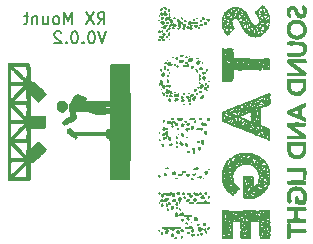
<source format=gbr>
%TF.GenerationSoftware,KiCad,Pcbnew,7.0.2*%
%TF.CreationDate,2023-12-15T19:23:06+00:00*%
%TF.ProjectId,rxhardware,72786861-7264-4776-9172-652e6b696361,rev?*%
%TF.SameCoordinates,Original*%
%TF.FileFunction,Legend,Bot*%
%TF.FilePolarity,Positive*%
%FSLAX46Y46*%
G04 Gerber Fmt 4.6, Leading zero omitted, Abs format (unit mm)*
G04 Created by KiCad (PCBNEW 7.0.2) date 2023-12-15 19:23:06*
%MOMM*%
%LPD*%
G01*
G04 APERTURE LIST*
%ADD10C,0.150000*%
%ADD11C,0.010000*%
G04 APERTURE END LIST*
D10*
X154869476Y-80788619D02*
X155202809Y-80312428D01*
X155440904Y-80788619D02*
X155440904Y-79788619D01*
X155440904Y-79788619D02*
X155059952Y-79788619D01*
X155059952Y-79788619D02*
X154964714Y-79836238D01*
X154964714Y-79836238D02*
X154917095Y-79883857D01*
X154917095Y-79883857D02*
X154869476Y-79979095D01*
X154869476Y-79979095D02*
X154869476Y-80121952D01*
X154869476Y-80121952D02*
X154917095Y-80217190D01*
X154917095Y-80217190D02*
X154964714Y-80264809D01*
X154964714Y-80264809D02*
X155059952Y-80312428D01*
X155059952Y-80312428D02*
X155440904Y-80312428D01*
X154536142Y-79788619D02*
X153869476Y-80788619D01*
X153869476Y-79788619D02*
X154536142Y-80788619D01*
X152726618Y-80788619D02*
X152726618Y-79788619D01*
X152726618Y-79788619D02*
X152393285Y-80502904D01*
X152393285Y-80502904D02*
X152059952Y-79788619D01*
X152059952Y-79788619D02*
X152059952Y-80788619D01*
X151440904Y-80788619D02*
X151536142Y-80741000D01*
X151536142Y-80741000D02*
X151583761Y-80693380D01*
X151583761Y-80693380D02*
X151631380Y-80598142D01*
X151631380Y-80598142D02*
X151631380Y-80312428D01*
X151631380Y-80312428D02*
X151583761Y-80217190D01*
X151583761Y-80217190D02*
X151536142Y-80169571D01*
X151536142Y-80169571D02*
X151440904Y-80121952D01*
X151440904Y-80121952D02*
X151298047Y-80121952D01*
X151298047Y-80121952D02*
X151202809Y-80169571D01*
X151202809Y-80169571D02*
X151155190Y-80217190D01*
X151155190Y-80217190D02*
X151107571Y-80312428D01*
X151107571Y-80312428D02*
X151107571Y-80598142D01*
X151107571Y-80598142D02*
X151155190Y-80693380D01*
X151155190Y-80693380D02*
X151202809Y-80741000D01*
X151202809Y-80741000D02*
X151298047Y-80788619D01*
X151298047Y-80788619D02*
X151440904Y-80788619D01*
X150250428Y-80121952D02*
X150250428Y-80788619D01*
X150678999Y-80121952D02*
X150678999Y-80645761D01*
X150678999Y-80645761D02*
X150631380Y-80741000D01*
X150631380Y-80741000D02*
X150536142Y-80788619D01*
X150536142Y-80788619D02*
X150393285Y-80788619D01*
X150393285Y-80788619D02*
X150298047Y-80741000D01*
X150298047Y-80741000D02*
X150250428Y-80693380D01*
X149774237Y-80121952D02*
X149774237Y-80788619D01*
X149774237Y-80217190D02*
X149726618Y-80169571D01*
X149726618Y-80169571D02*
X149631380Y-80121952D01*
X149631380Y-80121952D02*
X149488523Y-80121952D01*
X149488523Y-80121952D02*
X149393285Y-80169571D01*
X149393285Y-80169571D02*
X149345666Y-80264809D01*
X149345666Y-80264809D02*
X149345666Y-80788619D01*
X149012332Y-80121952D02*
X148631380Y-80121952D01*
X148869475Y-79788619D02*
X148869475Y-80645761D01*
X148869475Y-80645761D02*
X148821856Y-80741000D01*
X148821856Y-80741000D02*
X148726618Y-80788619D01*
X148726618Y-80788619D02*
X148631380Y-80788619D01*
X155583761Y-81408619D02*
X155250428Y-82408619D01*
X155250428Y-82408619D02*
X154917095Y-81408619D01*
X154393285Y-81408619D02*
X154298047Y-81408619D01*
X154298047Y-81408619D02*
X154202809Y-81456238D01*
X154202809Y-81456238D02*
X154155190Y-81503857D01*
X154155190Y-81503857D02*
X154107571Y-81599095D01*
X154107571Y-81599095D02*
X154059952Y-81789571D01*
X154059952Y-81789571D02*
X154059952Y-82027666D01*
X154059952Y-82027666D02*
X154107571Y-82218142D01*
X154107571Y-82218142D02*
X154155190Y-82313380D01*
X154155190Y-82313380D02*
X154202809Y-82361000D01*
X154202809Y-82361000D02*
X154298047Y-82408619D01*
X154298047Y-82408619D02*
X154393285Y-82408619D01*
X154393285Y-82408619D02*
X154488523Y-82361000D01*
X154488523Y-82361000D02*
X154536142Y-82313380D01*
X154536142Y-82313380D02*
X154583761Y-82218142D01*
X154583761Y-82218142D02*
X154631380Y-82027666D01*
X154631380Y-82027666D02*
X154631380Y-81789571D01*
X154631380Y-81789571D02*
X154583761Y-81599095D01*
X154583761Y-81599095D02*
X154536142Y-81503857D01*
X154536142Y-81503857D02*
X154488523Y-81456238D01*
X154488523Y-81456238D02*
X154393285Y-81408619D01*
X153631380Y-82313380D02*
X153583761Y-82361000D01*
X153583761Y-82361000D02*
X153631380Y-82408619D01*
X153631380Y-82408619D02*
X153678999Y-82361000D01*
X153678999Y-82361000D02*
X153631380Y-82313380D01*
X153631380Y-82313380D02*
X153631380Y-82408619D01*
X152964714Y-81408619D02*
X152869476Y-81408619D01*
X152869476Y-81408619D02*
X152774238Y-81456238D01*
X152774238Y-81456238D02*
X152726619Y-81503857D01*
X152726619Y-81503857D02*
X152679000Y-81599095D01*
X152679000Y-81599095D02*
X152631381Y-81789571D01*
X152631381Y-81789571D02*
X152631381Y-82027666D01*
X152631381Y-82027666D02*
X152679000Y-82218142D01*
X152679000Y-82218142D02*
X152726619Y-82313380D01*
X152726619Y-82313380D02*
X152774238Y-82361000D01*
X152774238Y-82361000D02*
X152869476Y-82408619D01*
X152869476Y-82408619D02*
X152964714Y-82408619D01*
X152964714Y-82408619D02*
X153059952Y-82361000D01*
X153059952Y-82361000D02*
X153107571Y-82313380D01*
X153107571Y-82313380D02*
X153155190Y-82218142D01*
X153155190Y-82218142D02*
X153202809Y-82027666D01*
X153202809Y-82027666D02*
X153202809Y-81789571D01*
X153202809Y-81789571D02*
X153155190Y-81599095D01*
X153155190Y-81599095D02*
X153107571Y-81503857D01*
X153107571Y-81503857D02*
X153059952Y-81456238D01*
X153059952Y-81456238D02*
X152964714Y-81408619D01*
X152202809Y-82313380D02*
X152155190Y-82361000D01*
X152155190Y-82361000D02*
X152202809Y-82408619D01*
X152202809Y-82408619D02*
X152250428Y-82361000D01*
X152250428Y-82361000D02*
X152202809Y-82313380D01*
X152202809Y-82313380D02*
X152202809Y-82408619D01*
X151774238Y-81503857D02*
X151726619Y-81456238D01*
X151726619Y-81456238D02*
X151631381Y-81408619D01*
X151631381Y-81408619D02*
X151393286Y-81408619D01*
X151393286Y-81408619D02*
X151298048Y-81456238D01*
X151298048Y-81456238D02*
X151250429Y-81503857D01*
X151250429Y-81503857D02*
X151202810Y-81599095D01*
X151202810Y-81599095D02*
X151202810Y-81694333D01*
X151202810Y-81694333D02*
X151250429Y-81837190D01*
X151250429Y-81837190D02*
X151821857Y-82408619D01*
X151821857Y-82408619D02*
X151202810Y-82408619D01*
%TO.C,G\u002A\u002A\u002A*%
D11*
X162018034Y-93425609D02*
X162005321Y-93438322D01*
X161992608Y-93425609D01*
X162005321Y-93412897D01*
X162018034Y-93425609D01*
G36*
X162018034Y-93425609D02*
G01*
X162005321Y-93438322D01*
X161992608Y-93425609D01*
X162005321Y-93412897D01*
X162018034Y-93425609D01*
G37*
X164255471Y-93044228D02*
X164242758Y-93056941D01*
X164230046Y-93044228D01*
X164242758Y-93031515D01*
X164255471Y-93044228D01*
G36*
X164255471Y-93044228D02*
G01*
X164242758Y-93056941D01*
X164230046Y-93044228D01*
X164242758Y-93031515D01*
X164255471Y-93044228D01*
G37*
X162704520Y-86992977D02*
X162691807Y-87005689D01*
X162679095Y-86992977D01*
X162691807Y-86980264D01*
X162704520Y-86992977D01*
G36*
X162704520Y-86992977D02*
G01*
X162691807Y-87005689D01*
X162679095Y-86992977D01*
X162691807Y-86980264D01*
X162704520Y-86992977D01*
G37*
X160238254Y-86306490D02*
X160225541Y-86319203D01*
X160212828Y-86306490D01*
X160225541Y-86293777D01*
X160238254Y-86306490D01*
G36*
X160238254Y-86306490D02*
G01*
X160225541Y-86319203D01*
X160212828Y-86306490D01*
X160225541Y-86293777D01*
X160238254Y-86306490D01*
G37*
X164255471Y-85594578D02*
X164242758Y-85607291D01*
X164230046Y-85594578D01*
X164242758Y-85581866D01*
X164255471Y-85594578D01*
G36*
X164255471Y-85594578D02*
G01*
X164242758Y-85607291D01*
X164230046Y-85594578D01*
X164242758Y-85581866D01*
X164255471Y-85594578D01*
G37*
X167052268Y-79848432D02*
X167039555Y-79861145D01*
X167026842Y-79848432D01*
X167039555Y-79835719D01*
X167052268Y-79848432D01*
G36*
X167052268Y-79848432D02*
G01*
X167039555Y-79861145D01*
X167026842Y-79848432D01*
X167039555Y-79835719D01*
X167052268Y-79848432D01*
G37*
X162791753Y-97535621D02*
X162799336Y-97547177D01*
X162790341Y-97552215D01*
X162750604Y-97549184D01*
X162738835Y-97540032D01*
X162765965Y-97533823D01*
X162791753Y-97535621D01*
G36*
X162791753Y-97535621D02*
G01*
X162799336Y-97547177D01*
X162790341Y-97552215D01*
X162750604Y-97549184D01*
X162738835Y-97540032D01*
X162765965Y-97533823D01*
X162791753Y-97535621D01*
G37*
X163797813Y-93819703D02*
X163795979Y-93833164D01*
X163780863Y-93836654D01*
X163777820Y-93832927D01*
X163780863Y-93802753D01*
X163788511Y-93798775D01*
X163797813Y-93819703D01*
G36*
X163797813Y-93819703D02*
G01*
X163795979Y-93833164D01*
X163780863Y-93836654D01*
X163777820Y-93832927D01*
X163780863Y-93802753D01*
X163788511Y-93798775D01*
X163797813Y-93819703D01*
G37*
X162399415Y-90336420D02*
X162397580Y-90349880D01*
X162382465Y-90353370D01*
X162379422Y-90349644D01*
X162382465Y-90319470D01*
X162390112Y-90315492D01*
X162399415Y-90336420D01*
G36*
X162399415Y-90336420D02*
G01*
X162397580Y-90349880D01*
X162382465Y-90353370D01*
X162379422Y-90349644D01*
X162382465Y-90319470D01*
X162390112Y-90315492D01*
X162399415Y-90336420D01*
G37*
X161698460Y-90085971D02*
X161706042Y-90097527D01*
X161697047Y-90102565D01*
X161657310Y-90099534D01*
X161645542Y-90090383D01*
X161672672Y-90084173D01*
X161698460Y-90085971D01*
G36*
X161698460Y-90085971D02*
G01*
X161706042Y-90097527D01*
X161697047Y-90102565D01*
X161657310Y-90099534D01*
X161645542Y-90090383D01*
X161672672Y-90084173D01*
X161698460Y-90085971D01*
G37*
X167916732Y-89548232D02*
X167914897Y-89561692D01*
X167899782Y-89565182D01*
X167896739Y-89561456D01*
X167899782Y-89531282D01*
X167907430Y-89527304D01*
X167916732Y-89548232D01*
G36*
X167916732Y-89548232D02*
G01*
X167914897Y-89561692D01*
X167899782Y-89565182D01*
X167896739Y-89561456D01*
X167899782Y-89531282D01*
X167907430Y-89527304D01*
X167916732Y-89548232D01*
G37*
X163492708Y-85734418D02*
X163490873Y-85747878D01*
X163475758Y-85751368D01*
X163472715Y-85747642D01*
X163475758Y-85717468D01*
X163483406Y-85713490D01*
X163492708Y-85734418D01*
G36*
X163492708Y-85734418D02*
G01*
X163490873Y-85747878D01*
X163475758Y-85751368D01*
X163472715Y-85747642D01*
X163475758Y-85717468D01*
X163483406Y-85713490D01*
X163492708Y-85734418D01*
G37*
X160785648Y-85126043D02*
X160789138Y-85141158D01*
X160785412Y-85144201D01*
X160755238Y-85141158D01*
X160751260Y-85133511D01*
X160772188Y-85124208D01*
X160785648Y-85126043D01*
G36*
X160785648Y-85126043D02*
G01*
X160789138Y-85141158D01*
X160785412Y-85144201D01*
X160755238Y-85141158D01*
X160751260Y-85133511D01*
X160772188Y-85124208D01*
X160785648Y-85126043D01*
G37*
X160772188Y-83827511D02*
X160770353Y-83840971D01*
X160755238Y-83844461D01*
X160752195Y-83840735D01*
X160755238Y-83810561D01*
X160762885Y-83806583D01*
X160772188Y-83827511D01*
G36*
X160772188Y-83827511D02*
G01*
X160770353Y-83840971D01*
X160755238Y-83844461D01*
X160752195Y-83840735D01*
X160755238Y-83810561D01*
X160762885Y-83806583D01*
X160772188Y-83827511D01*
G37*
X160924740Y-82047731D02*
X160922905Y-82061192D01*
X160907790Y-82064682D01*
X160904747Y-82060955D01*
X160907790Y-82030781D01*
X160915438Y-82026803D01*
X160924740Y-82047731D01*
G36*
X160924740Y-82047731D02*
G01*
X160922905Y-82061192D01*
X160907790Y-82064682D01*
X160904747Y-82060955D01*
X160907790Y-82030781D01*
X160915438Y-82026803D01*
X160924740Y-82047731D01*
G37*
X160226289Y-81007124D02*
X160229779Y-81022239D01*
X160226052Y-81025282D01*
X160195878Y-81022239D01*
X160191900Y-81014592D01*
X160212828Y-81005289D01*
X160226289Y-81007124D01*
G36*
X160226289Y-81007124D02*
G01*
X160229779Y-81022239D01*
X160226052Y-81025282D01*
X160195878Y-81022239D01*
X160191900Y-81014592D01*
X160212828Y-81005289D01*
X160226289Y-81007124D01*
G37*
X160071232Y-80398884D02*
X160078815Y-80410440D01*
X160069820Y-80415478D01*
X160030083Y-80412447D01*
X160018315Y-80403295D01*
X160045444Y-80397086D01*
X160071232Y-80398884D01*
G36*
X160071232Y-80398884D02*
G01*
X160078815Y-80410440D01*
X160069820Y-80415478D01*
X160030083Y-80412447D01*
X160018315Y-80403295D01*
X160045444Y-80397086D01*
X160071232Y-80398884D01*
G37*
X162016026Y-80303971D02*
X162014229Y-80329759D01*
X162002672Y-80337342D01*
X161997634Y-80328347D01*
X162000665Y-80288610D01*
X162009817Y-80276841D01*
X162016026Y-80303971D01*
G36*
X162016026Y-80303971D02*
G01*
X162014229Y-80329759D01*
X162002672Y-80337342D01*
X161997634Y-80328347D01*
X162000665Y-80288610D01*
X162009817Y-80276841D01*
X162016026Y-80303971D01*
G37*
X163251914Y-80244361D02*
X163255404Y-80259477D01*
X163251678Y-80262519D01*
X163221504Y-80259477D01*
X163217526Y-80251829D01*
X163238454Y-80242526D01*
X163251914Y-80244361D01*
G36*
X163251914Y-80244361D02*
G01*
X163255404Y-80259477D01*
X163251678Y-80262519D01*
X163221504Y-80259477D01*
X163217526Y-80251829D01*
X163238454Y-80242526D01*
X163251914Y-80244361D01*
G37*
X168682908Y-79697989D02*
X168702149Y-79714605D01*
X168683010Y-79728608D01*
X168659365Y-79731725D01*
X168631253Y-79718469D01*
X168635428Y-79693334D01*
X168645477Y-79688659D01*
X168682908Y-79697989D01*
G36*
X168682908Y-79697989D02*
G01*
X168702149Y-79714605D01*
X168683010Y-79728608D01*
X168659365Y-79731725D01*
X168631253Y-79718469D01*
X168635428Y-79693334D01*
X168645477Y-79688659D01*
X168682908Y-79697989D01*
G37*
X161462872Y-98833075D02*
X161484100Y-98853938D01*
X161467531Y-98870843D01*
X161419036Y-98879363D01*
X161378687Y-98872791D01*
X161369685Y-98853938D01*
X161386076Y-98840187D01*
X161434749Y-98828512D01*
X161462872Y-98833075D01*
G36*
X161462872Y-98833075D02*
G01*
X161484100Y-98853938D01*
X161467531Y-98870843D01*
X161419036Y-98879363D01*
X161378687Y-98872791D01*
X161369685Y-98853938D01*
X161386076Y-98840187D01*
X161434749Y-98828512D01*
X161462872Y-98833075D01*
G37*
X163349322Y-98591899D02*
X163356225Y-98599816D01*
X163362508Y-98634920D01*
X163327443Y-98650534D01*
X163309921Y-98647842D01*
X163289305Y-98626609D01*
X163291930Y-98612527D01*
X163317628Y-98586757D01*
X163349322Y-98591899D01*
G36*
X163349322Y-98591899D02*
G01*
X163356225Y-98599816D01*
X163362508Y-98634920D01*
X163327443Y-98650534D01*
X163309921Y-98647842D01*
X163289305Y-98626609D01*
X163291930Y-98612527D01*
X163317628Y-98586757D01*
X163349322Y-98591899D01*
G37*
X160064314Y-98225296D02*
X160085701Y-98258304D01*
X160079601Y-98279134D01*
X160043314Y-98290086D01*
X160027237Y-98285605D01*
X159994496Y-98260050D01*
X159995455Y-98231698D01*
X160032732Y-98218302D01*
X160064314Y-98225296D01*
G36*
X160064314Y-98225296D02*
G01*
X160085701Y-98258304D01*
X160079601Y-98279134D01*
X160043314Y-98290086D01*
X160027237Y-98285605D01*
X159994496Y-98260050D01*
X159995455Y-98231698D01*
X160032732Y-98218302D01*
X160064314Y-98225296D01*
G37*
X161828457Y-96414021D02*
X161860231Y-96449767D01*
X161854580Y-96478892D01*
X161801918Y-96489373D01*
X161760503Y-96481795D01*
X161738354Y-96452735D01*
X161745566Y-96420674D01*
X161780379Y-96396673D01*
X161828457Y-96414021D01*
G36*
X161828457Y-96414021D02*
G01*
X161860231Y-96449767D01*
X161854580Y-96478892D01*
X161801918Y-96489373D01*
X161760503Y-96481795D01*
X161738354Y-96452735D01*
X161745566Y-96420674D01*
X161780379Y-96396673D01*
X161828457Y-96414021D01*
G37*
X160072800Y-95885657D02*
X160085701Y-95917301D01*
X160081553Y-95938293D01*
X160058369Y-95950566D01*
X160050831Y-95947113D01*
X160031037Y-95917301D01*
X160032100Y-95910285D01*
X160058369Y-95884036D01*
X160072800Y-95885657D01*
G36*
X160072800Y-95885657D02*
G01*
X160085701Y-95917301D01*
X160081553Y-95938293D01*
X160058369Y-95950566D01*
X160050831Y-95947113D01*
X160031037Y-95917301D01*
X160032100Y-95910285D01*
X160058369Y-95884036D01*
X160072800Y-95885657D01*
G37*
X161789205Y-95879163D02*
X161798049Y-95899708D01*
X161788146Y-95941243D01*
X161772092Y-95950710D01*
X161733269Y-95935099D01*
X161715931Y-95908041D01*
X161734328Y-95873019D01*
X161762600Y-95855307D01*
X161789205Y-95879163D01*
G36*
X161789205Y-95879163D02*
G01*
X161798049Y-95899708D01*
X161788146Y-95941243D01*
X161772092Y-95950710D01*
X161733269Y-95935099D01*
X161715931Y-95908041D01*
X161734328Y-95873019D01*
X161762600Y-95855307D01*
X161789205Y-95879163D01*
G37*
X167369069Y-94179962D02*
X167382798Y-94213797D01*
X167379930Y-94231342D01*
X167357373Y-94251936D01*
X167345677Y-94247633D01*
X167331948Y-94213797D01*
X167334816Y-94196253D01*
X167357373Y-94175659D01*
X167369069Y-94179962D01*
G36*
X167369069Y-94179962D02*
G01*
X167382798Y-94213797D01*
X167379930Y-94231342D01*
X167357373Y-94251936D01*
X167345677Y-94247633D01*
X167331948Y-94213797D01*
X167334816Y-94196253D01*
X167357373Y-94175659D01*
X167369069Y-94179962D01*
G37*
X161538617Y-93800590D02*
X161560376Y-93819703D01*
X161544595Y-93836425D01*
X161496812Y-93845129D01*
X161455007Y-93838816D01*
X161433249Y-93819703D01*
X161449030Y-93802981D01*
X161496812Y-93794278D01*
X161538617Y-93800590D01*
G36*
X161538617Y-93800590D02*
G01*
X161560376Y-93819703D01*
X161544595Y-93836425D01*
X161496812Y-93845129D01*
X161455007Y-93838816D01*
X161433249Y-93819703D01*
X161449030Y-93802981D01*
X161496812Y-93794278D01*
X161538617Y-93800590D01*
G37*
X163346233Y-93693315D02*
X163365581Y-93718002D01*
X163364842Y-93724079D01*
X163340156Y-93743427D01*
X163334078Y-93742688D01*
X163314730Y-93718002D01*
X163315469Y-93711924D01*
X163340156Y-93692576D01*
X163346233Y-93693315D01*
G36*
X163346233Y-93693315D02*
G01*
X163365581Y-93718002D01*
X163364842Y-93724079D01*
X163340156Y-93743427D01*
X163334078Y-93742688D01*
X163314730Y-93718002D01*
X163315469Y-93711924D01*
X163340156Y-93692576D01*
X163346233Y-93693315D01*
G37*
X161568851Y-91141559D02*
X161576369Y-91150233D01*
X161582681Y-91185397D01*
X161547663Y-91200885D01*
X161529877Y-91196455D01*
X161509525Y-91162746D01*
X161510378Y-91151826D01*
X161531637Y-91125363D01*
X161568851Y-91141559D01*
G36*
X161568851Y-91141559D02*
G01*
X161576369Y-91150233D01*
X161582681Y-91185397D01*
X161547663Y-91200885D01*
X161529877Y-91196455D01*
X161509525Y-91162746D01*
X161510378Y-91151826D01*
X161531637Y-91125363D01*
X161568851Y-91141559D01*
G37*
X160070807Y-89939231D02*
X160085701Y-89980464D01*
X160081498Y-90009994D01*
X160063241Y-90031315D01*
X160047608Y-90021682D01*
X160027483Y-89980464D01*
X160024960Y-89948302D01*
X160049943Y-89929613D01*
X160070807Y-89939231D01*
G36*
X160070807Y-89939231D02*
G01*
X160085701Y-89980464D01*
X160081498Y-90009994D01*
X160063241Y-90031315D01*
X160047608Y-90021682D01*
X160027483Y-89980464D01*
X160024960Y-89948302D01*
X160049943Y-89929613D01*
X160070807Y-89939231D01*
G37*
X162149291Y-87518966D02*
X162170586Y-87539623D01*
X162161051Y-87554401D01*
X162119735Y-87565049D01*
X162090180Y-87560281D01*
X162068885Y-87539623D01*
X162078420Y-87524845D01*
X162119735Y-87514198D01*
X162149291Y-87518966D01*
G36*
X162149291Y-87518966D02*
G01*
X162170586Y-87539623D01*
X162161051Y-87554401D01*
X162119735Y-87565049D01*
X162090180Y-87560281D01*
X162068885Y-87539623D01*
X162078420Y-87524845D01*
X162119735Y-87514198D01*
X162149291Y-87518966D01*
G37*
X168155329Y-87284934D02*
X168153787Y-87326030D01*
X168141368Y-87345820D01*
X168113890Y-87340144D01*
X168112309Y-87338472D01*
X168102082Y-87303869D01*
X168117038Y-87274474D01*
X168146208Y-87273056D01*
X168155329Y-87284934D01*
G36*
X168155329Y-87284934D02*
G01*
X168153787Y-87326030D01*
X168141368Y-87345820D01*
X168113890Y-87340144D01*
X168112309Y-87338472D01*
X168102082Y-87303869D01*
X168117038Y-87274474D01*
X168146208Y-87273056D01*
X168155329Y-87284934D01*
G37*
X162569218Y-86605027D02*
X162604375Y-86609039D01*
X162596462Y-86616409D01*
X162571958Y-86620363D01*
X162507473Y-86616409D01*
X162500259Y-86614032D01*
X162505711Y-86607432D01*
X162551968Y-86604781D01*
X162569218Y-86605027D01*
G36*
X162569218Y-86605027D02*
G01*
X162604375Y-86609039D01*
X162596462Y-86616409D01*
X162571958Y-86620363D01*
X162507473Y-86616409D01*
X162500259Y-86614032D01*
X162505711Y-86607432D01*
X162551968Y-86604781D01*
X162569218Y-86605027D01*
G37*
X161390007Y-86515112D02*
X161407823Y-86536820D01*
X161407162Y-86539357D01*
X161382398Y-86548032D01*
X161375429Y-86546997D01*
X161356973Y-86521106D01*
X161358969Y-86511909D01*
X161382398Y-86509894D01*
X161390007Y-86515112D01*
G36*
X161390007Y-86515112D02*
G01*
X161407823Y-86536820D01*
X161407162Y-86539357D01*
X161382398Y-86548032D01*
X161375429Y-86546997D01*
X161356973Y-86521106D01*
X161358969Y-86511909D01*
X161382398Y-86509894D01*
X161390007Y-86515112D01*
G37*
X164111752Y-86364409D02*
X164114289Y-86397651D01*
X164108563Y-86404313D01*
X164075322Y-86406850D01*
X164068660Y-86401124D01*
X164066123Y-86367882D01*
X164071848Y-86361220D01*
X164105090Y-86358683D01*
X164111752Y-86364409D01*
G36*
X164111752Y-86364409D02*
G01*
X164114289Y-86397651D01*
X164108563Y-86404313D01*
X164075322Y-86406850D01*
X164068660Y-86401124D01*
X164066123Y-86367882D01*
X164071848Y-86361220D01*
X164105090Y-86358683D01*
X164111752Y-86364409D01*
G37*
X163395137Y-86120567D02*
X163416432Y-86141225D01*
X163406897Y-86156003D01*
X163365581Y-86166650D01*
X163336025Y-86161883D01*
X163314730Y-86141225D01*
X163324266Y-86126447D01*
X163365581Y-86115799D01*
X163395137Y-86120567D01*
G36*
X163395137Y-86120567D02*
G01*
X163416432Y-86141225D01*
X163406897Y-86156003D01*
X163365581Y-86166650D01*
X163336025Y-86161883D01*
X163314730Y-86141225D01*
X163324266Y-86126447D01*
X163365581Y-86115799D01*
X163395137Y-86120567D01*
G37*
X163297780Y-84708926D02*
X163313041Y-84747148D01*
X163280609Y-84790344D01*
X163255808Y-84804786D01*
X163224533Y-84793457D01*
X163213029Y-84738589D01*
X163220640Y-84711302D01*
X163255346Y-84691513D01*
X163297780Y-84708926D01*
G36*
X163297780Y-84708926D02*
G01*
X163313041Y-84747148D01*
X163280609Y-84790344D01*
X163255808Y-84804786D01*
X163224533Y-84793457D01*
X163213029Y-84738589D01*
X163220640Y-84711302D01*
X163255346Y-84691513D01*
X163297780Y-84708926D01*
G37*
X160787590Y-84617931D02*
X160806548Y-84641387D01*
X160802223Y-84676578D01*
X160757975Y-84691976D01*
X160735393Y-84690594D01*
X160723046Y-84675325D01*
X160737019Y-84629843D01*
X160755026Y-84604258D01*
X160787590Y-84617931D01*
G36*
X160787590Y-84617931D02*
G01*
X160806548Y-84641387D01*
X160802223Y-84676578D01*
X160757975Y-84691976D01*
X160735393Y-84690594D01*
X160723046Y-84675325D01*
X160737019Y-84629843D01*
X160755026Y-84604258D01*
X160787590Y-84617931D01*
G37*
X163204863Y-84575788D02*
X163210690Y-84578076D01*
X163234909Y-84595001D01*
X163212529Y-84616008D01*
X163192338Y-84624607D01*
X163151373Y-84615064D01*
X163137827Y-84587570D01*
X163158143Y-84569643D01*
X163204863Y-84575788D01*
G36*
X163204863Y-84575788D02*
G01*
X163210690Y-84578076D01*
X163234909Y-84595001D01*
X163212529Y-84616008D01*
X163192338Y-84624607D01*
X163151373Y-84615064D01*
X163137827Y-84587570D01*
X163158143Y-84569643D01*
X163204863Y-84575788D01*
G37*
X161392625Y-84176744D02*
X161407159Y-84208637D01*
X161385279Y-84245250D01*
X161368946Y-84247305D01*
X161333779Y-84224295D01*
X161318620Y-84196126D01*
X161341125Y-84175476D01*
X161358770Y-84170890D01*
X161392625Y-84176744D01*
G36*
X161392625Y-84176744D02*
G01*
X161407159Y-84208637D01*
X161385279Y-84245250D01*
X161368946Y-84247305D01*
X161333779Y-84224295D01*
X161318620Y-84196126D01*
X161341125Y-84175476D01*
X161358770Y-84170890D01*
X161392625Y-84176744D01*
G37*
X163730012Y-83997014D02*
X163745047Y-84022721D01*
X163740839Y-84062878D01*
X163708824Y-84081765D01*
X163686584Y-84072327D01*
X163670686Y-84030915D01*
X163672666Y-84009408D01*
X163693728Y-83980725D01*
X163730012Y-83997014D01*
G36*
X163730012Y-83997014D02*
G01*
X163745047Y-84022721D01*
X163740839Y-84062878D01*
X163708824Y-84081765D01*
X163686584Y-84072327D01*
X163670686Y-84030915D01*
X163672666Y-84009408D01*
X163693728Y-83980725D01*
X163730012Y-83997014D01*
G37*
X161288382Y-83581588D02*
X161287537Y-83589934D01*
X161266645Y-83594599D01*
X161211260Y-83590877D01*
X161206889Y-83589618D01*
X161203125Y-83581880D01*
X161242558Y-83578214D01*
X161248579Y-83578179D01*
X161288382Y-83581588D01*
G36*
X161288382Y-83581588D02*
G01*
X161287537Y-83589934D01*
X161266645Y-83594599D01*
X161211260Y-83590877D01*
X161206889Y-83589618D01*
X161203125Y-83581880D01*
X161242558Y-83578214D01*
X161248579Y-83578179D01*
X161288382Y-83581588D01*
G37*
X162628244Y-83482767D02*
X162625132Y-83501711D01*
X162602818Y-83522406D01*
X162596786Y-83521721D01*
X162577393Y-83498481D01*
X162578363Y-83491348D01*
X162602818Y-83458843D01*
X162615918Y-83456451D01*
X162628244Y-83482767D01*
G36*
X162628244Y-83482767D02*
G01*
X162625132Y-83501711D01*
X162602818Y-83522406D01*
X162596786Y-83521721D01*
X162577393Y-83498481D01*
X162578363Y-83491348D01*
X162602818Y-83458843D01*
X162615918Y-83456451D01*
X162628244Y-83482767D01*
G37*
X160703032Y-81302666D02*
X160721337Y-81335820D01*
X160715776Y-81356059D01*
X160687310Y-81375191D01*
X160658030Y-81361660D01*
X160651425Y-81330985D01*
X160667528Y-81300419D01*
X160697668Y-81298767D01*
X160703032Y-81302666D01*
G36*
X160703032Y-81302666D02*
G01*
X160721337Y-81335820D01*
X160715776Y-81356059D01*
X160687310Y-81375191D01*
X160658030Y-81361660D01*
X160651425Y-81330985D01*
X160667528Y-81300419D01*
X160697668Y-81298767D01*
X160703032Y-81302666D01*
G37*
X167640675Y-81316869D02*
X167662478Y-81335820D01*
X167653622Y-81350308D01*
X167613128Y-81361245D01*
X167583925Y-81357179D01*
X167548064Y-81335820D01*
X167554156Y-81318465D01*
X167597414Y-81310394D01*
X167640675Y-81316869D01*
G36*
X167640675Y-81316869D02*
G01*
X167662478Y-81335820D01*
X167653622Y-81350308D01*
X167613128Y-81361245D01*
X167583925Y-81357179D01*
X167548064Y-81335820D01*
X167554156Y-81318465D01*
X167597414Y-81310394D01*
X167640675Y-81316869D01*
G37*
X167828781Y-81212371D02*
X167840456Y-81261044D01*
X167835893Y-81289166D01*
X167815031Y-81310394D01*
X167798125Y-81293825D01*
X167789605Y-81245330D01*
X167796177Y-81204981D01*
X167815031Y-81195980D01*
X167828781Y-81212371D01*
G36*
X167828781Y-81212371D02*
G01*
X167840456Y-81261044D01*
X167835893Y-81289166D01*
X167815031Y-81310394D01*
X167798125Y-81293825D01*
X167789605Y-81245330D01*
X167796177Y-81204981D01*
X167815031Y-81195980D01*
X167828781Y-81212371D01*
G37*
X161378579Y-80246308D02*
X161369252Y-80261964D01*
X161313749Y-80267952D01*
X161299960Y-80267736D01*
X161265037Y-80260197D01*
X161273902Y-80239150D01*
X161292440Y-80227299D01*
X161342551Y-80225639D01*
X161378579Y-80246308D01*
G36*
X161378579Y-80246308D02*
G01*
X161369252Y-80261964D01*
X161313749Y-80267952D01*
X161299960Y-80267736D01*
X161265037Y-80260197D01*
X161273902Y-80239150D01*
X161292440Y-80227299D01*
X161342551Y-80225639D01*
X161378579Y-80246308D01*
G37*
X161947835Y-80217840D02*
X161967183Y-80242526D01*
X161966444Y-80248604D01*
X161941757Y-80267952D01*
X161935680Y-80267213D01*
X161916332Y-80242526D01*
X161917071Y-80236449D01*
X161941757Y-80217101D01*
X161947835Y-80217840D01*
G36*
X161947835Y-80217840D02*
G01*
X161967183Y-80242526D01*
X161966444Y-80248604D01*
X161941757Y-80267952D01*
X161935680Y-80267213D01*
X161916332Y-80242526D01*
X161917071Y-80236449D01*
X161941757Y-80217101D01*
X161947835Y-80217840D01*
G37*
X160085701Y-80063048D02*
X160084724Y-80070428D01*
X160060276Y-80089974D01*
X160054522Y-80089682D01*
X160034850Y-80078761D01*
X160036020Y-80074683D01*
X160060276Y-80051836D01*
X160070125Y-80047863D01*
X160085701Y-80063048D01*
G36*
X160085701Y-80063048D02*
G01*
X160084724Y-80070428D01*
X160060276Y-80089974D01*
X160054522Y-80089682D01*
X160034850Y-80078761D01*
X160036020Y-80074683D01*
X160060276Y-80051836D01*
X160070125Y-80047863D01*
X160085701Y-80063048D01*
G37*
X165908124Y-79899283D02*
X165921679Y-79911992D01*
X165912554Y-79943161D01*
X165899424Y-79951982D01*
X165857273Y-79950134D01*
X165843718Y-79937424D01*
X165852842Y-79906256D01*
X165865973Y-79897435D01*
X165908124Y-79899283D01*
G36*
X165908124Y-79899283D02*
G01*
X165921679Y-79911992D01*
X165912554Y-79943161D01*
X165899424Y-79951982D01*
X165857273Y-79950134D01*
X165843718Y-79937424D01*
X165852842Y-79906256D01*
X165865973Y-79897435D01*
X165908124Y-79899283D01*
G37*
X166679362Y-79522139D02*
X166694396Y-79547846D01*
X166690189Y-79588003D01*
X166658174Y-79606891D01*
X166635933Y-79597452D01*
X166620036Y-79556040D01*
X166622015Y-79534534D01*
X166643077Y-79505850D01*
X166679362Y-79522139D01*
G36*
X166679362Y-79522139D02*
G01*
X166694396Y-79547846D01*
X166690189Y-79588003D01*
X166658174Y-79606891D01*
X166635933Y-79597452D01*
X166620036Y-79556040D01*
X166622015Y-79534534D01*
X166643077Y-79505850D01*
X166679362Y-79522139D01*
G37*
X168996751Y-79382913D02*
X169010026Y-79417700D01*
X169006367Y-79435861D01*
X168984600Y-79441625D01*
X168977656Y-79436421D01*
X168959175Y-79401987D01*
X168959903Y-79396310D01*
X168984600Y-79378062D01*
X168996751Y-79382913D01*
G36*
X168996751Y-79382913D02*
G01*
X169010026Y-79417700D01*
X169006367Y-79435861D01*
X168984600Y-79441625D01*
X168977656Y-79436421D01*
X168959175Y-79401987D01*
X168959903Y-79396310D01*
X168984600Y-79378062D01*
X168996751Y-79382913D01*
G37*
X163379464Y-97710765D02*
X163408535Y-97751765D01*
X163394220Y-97785317D01*
X163338385Y-97798782D01*
X163298869Y-97791031D01*
X163268705Y-97754211D01*
X163267572Y-97743259D01*
X163285910Y-97704113D01*
X163329457Y-97690830D01*
X163379464Y-97710765D01*
G36*
X163379464Y-97710765D02*
G01*
X163408535Y-97751765D01*
X163394220Y-97785317D01*
X163338385Y-97798782D01*
X163298869Y-97791031D01*
X163268705Y-97754211D01*
X163267572Y-97743259D01*
X163285910Y-97704113D01*
X163329457Y-97690830D01*
X163379464Y-97710765D01*
G37*
X168615932Y-96819904D02*
X168637221Y-96839218D01*
X168654070Y-96861155D01*
X168649856Y-96865528D01*
X168615932Y-96870754D01*
X168596827Y-96865168D01*
X168577793Y-96829503D01*
X168577829Y-96825535D01*
X168585857Y-96802177D01*
X168615932Y-96819904D01*
G36*
X168615932Y-96819904D02*
G01*
X168637221Y-96839218D01*
X168654070Y-96861155D01*
X168649856Y-96865528D01*
X168615932Y-96870754D01*
X168596827Y-96865168D01*
X168577793Y-96829503D01*
X168577829Y-96825535D01*
X168585857Y-96802177D01*
X168615932Y-96819904D01*
G37*
X160101182Y-90517983D02*
X160109587Y-90564284D01*
X160087458Y-90602301D01*
X160077494Y-90605785D01*
X160047067Y-90589872D01*
X160042686Y-90580823D01*
X160041039Y-90539129D01*
X160058416Y-90505598D01*
X160085522Y-90501574D01*
X160101182Y-90517983D01*
G36*
X160101182Y-90517983D02*
G01*
X160109587Y-90564284D01*
X160087458Y-90602301D01*
X160077494Y-90605785D01*
X160047067Y-90589872D01*
X160042686Y-90580823D01*
X160041039Y-90539129D01*
X160058416Y-90505598D01*
X160085522Y-90501574D01*
X160101182Y-90517983D01*
G37*
X161650583Y-89608744D02*
X161667238Y-89617974D01*
X161687503Y-89649136D01*
X161679409Y-89666843D01*
X161641822Y-89673208D01*
X161589443Y-89652722D01*
X161578451Y-89643534D01*
X161576593Y-89618859D01*
X161605506Y-89603760D01*
X161650583Y-89608744D01*
G36*
X161650583Y-89608744D02*
G01*
X161667238Y-89617974D01*
X161687503Y-89649136D01*
X161679409Y-89666843D01*
X161641822Y-89673208D01*
X161589443Y-89652722D01*
X161578451Y-89643534D01*
X161576593Y-89618859D01*
X161605506Y-89603760D01*
X161650583Y-89608744D01*
G37*
X167090406Y-89055954D02*
X167116385Y-89070383D01*
X167124228Y-89098754D01*
X167084050Y-89121609D01*
X167048458Y-89126640D01*
X166997411Y-89117636D01*
X166975992Y-89091176D01*
X166993343Y-89066378D01*
X167039391Y-89051063D01*
X167090406Y-89055954D01*
G36*
X167090406Y-89055954D02*
G01*
X167116385Y-89070383D01*
X167124228Y-89098754D01*
X167084050Y-89121609D01*
X167048458Y-89126640D01*
X166997411Y-89117636D01*
X166975992Y-89091176D01*
X166993343Y-89066378D01*
X167039391Y-89051063D01*
X167090406Y-89055954D01*
G37*
X167230246Y-88976160D02*
X167242940Y-88985915D01*
X167252441Y-89020342D01*
X167215454Y-89049716D01*
X167184341Y-89060704D01*
X167158861Y-89059530D01*
X167153970Y-89028511D01*
X167157791Y-89005910D01*
X167187600Y-88972846D01*
X167230246Y-88976160D01*
G36*
X167230246Y-88976160D02*
G01*
X167242940Y-88985915D01*
X167252441Y-89020342D01*
X167215454Y-89049716D01*
X167184341Y-89060704D01*
X167158861Y-89059530D01*
X167153970Y-89028511D01*
X167157791Y-89005910D01*
X167187600Y-88972846D01*
X167230246Y-88976160D01*
G37*
X160479464Y-88948124D02*
X160502143Y-88989193D01*
X160493256Y-89026524D01*
X160440157Y-89039723D01*
X160407900Y-89032065D01*
X160392598Y-88996345D01*
X160417104Y-88938022D01*
X160426256Y-88925479D01*
X160448673Y-88916254D01*
X160479464Y-88948124D01*
G36*
X160479464Y-88948124D02*
G01*
X160502143Y-88989193D01*
X160493256Y-89026524D01*
X160440157Y-89039723D01*
X160407900Y-89032065D01*
X160392598Y-88996345D01*
X160417104Y-88938022D01*
X160426256Y-88925479D01*
X160448673Y-88916254D01*
X160479464Y-88948124D01*
G37*
X162331614Y-88980397D02*
X162347121Y-89006383D01*
X162341096Y-89046504D01*
X162304070Y-89064760D01*
X162247672Y-89053686D01*
X162209223Y-89025724D01*
X162206967Y-88991715D01*
X162233643Y-88971872D01*
X162287121Y-88964103D01*
X162331614Y-88980397D01*
G36*
X162331614Y-88980397D02*
G01*
X162347121Y-89006383D01*
X162341096Y-89046504D01*
X162304070Y-89064760D01*
X162247672Y-89053686D01*
X162209223Y-89025724D01*
X162206967Y-88991715D01*
X162233643Y-88971872D01*
X162287121Y-88964103D01*
X162331614Y-88980397D01*
G37*
X162643759Y-87429804D02*
X162673130Y-87463821D01*
X162676293Y-87514405D01*
X162651454Y-87553705D01*
X162615785Y-87558258D01*
X162592289Y-87526872D01*
X162593444Y-87471024D01*
X162609106Y-87438804D01*
X162643462Y-87429688D01*
X162643759Y-87429804D01*
G36*
X162643759Y-87429804D02*
G01*
X162673130Y-87463821D01*
X162676293Y-87514405D01*
X162651454Y-87553705D01*
X162615785Y-87558258D01*
X162592289Y-87526872D01*
X162593444Y-87471024D01*
X162609106Y-87438804D01*
X162643462Y-87429688D01*
X162643759Y-87429804D01*
G37*
X167847361Y-87430738D02*
X167865881Y-87463347D01*
X167863887Y-87476899D01*
X167835843Y-87500100D01*
X167788604Y-87488154D01*
X167767001Y-87467261D01*
X167781246Y-87436111D01*
X167798878Y-87424075D01*
X167838241Y-87423840D01*
X167847361Y-87430738D01*
G36*
X167847361Y-87430738D02*
G01*
X167865881Y-87463347D01*
X167863887Y-87476899D01*
X167835843Y-87500100D01*
X167788604Y-87488154D01*
X167767001Y-87467261D01*
X167781246Y-87436111D01*
X167798878Y-87424075D01*
X167838241Y-87423840D01*
X167847361Y-87430738D01*
G37*
X160708624Y-86802286D02*
X160729913Y-86821600D01*
X160746762Y-86843537D01*
X160742548Y-86847910D01*
X160708624Y-86853137D01*
X160689520Y-86847551D01*
X160670486Y-86811885D01*
X160670522Y-86807917D01*
X160678549Y-86784559D01*
X160708624Y-86802286D01*
G36*
X160708624Y-86802286D02*
G01*
X160729913Y-86821600D01*
X160746762Y-86843537D01*
X160742548Y-86847910D01*
X160708624Y-86853137D01*
X160689520Y-86847551D01*
X160670486Y-86811885D01*
X160670522Y-86807917D01*
X160678549Y-86784559D01*
X160708624Y-86802286D01*
G37*
X163279924Y-86583930D02*
X163288276Y-86587735D01*
X163309564Y-86617384D01*
X163292236Y-86650078D01*
X163242819Y-86670571D01*
X163207433Y-86669235D01*
X163187603Y-86640290D01*
X163190920Y-86617834D01*
X163223947Y-86582030D01*
X163279924Y-86583930D01*
G36*
X163279924Y-86583930D02*
G01*
X163288276Y-86587735D01*
X163309564Y-86617384D01*
X163292236Y-86650078D01*
X163242819Y-86670571D01*
X163207433Y-86669235D01*
X163187603Y-86640290D01*
X163190920Y-86617834D01*
X163223947Y-86582030D01*
X163279924Y-86583930D01*
G37*
X160715076Y-85956802D02*
X160730063Y-85982413D01*
X160727695Y-86019348D01*
X160690284Y-86032693D01*
X160626975Y-86016276D01*
X160556659Y-85984238D01*
X160619929Y-85949595D01*
X160648282Y-85935276D01*
X160685449Y-85929826D01*
X160715076Y-85956802D01*
G36*
X160715076Y-85956802D02*
G01*
X160730063Y-85982413D01*
X160727695Y-86019348D01*
X160690284Y-86032693D01*
X160626975Y-86016276D01*
X160556659Y-85984238D01*
X160619929Y-85949595D01*
X160648282Y-85935276D01*
X160685449Y-85929826D01*
X160715076Y-85956802D01*
G37*
X163987863Y-85784737D02*
X164005118Y-85802202D01*
X164008578Y-85832273D01*
X163981206Y-85882142D01*
X163937653Y-85948927D01*
X163929286Y-85890674D01*
X163927065Y-85871691D01*
X163930473Y-85805732D01*
X163952171Y-85774159D01*
X163987863Y-85784737D01*
G36*
X163987863Y-85784737D02*
G01*
X164005118Y-85802202D01*
X164008578Y-85832273D01*
X163981206Y-85882142D01*
X163937653Y-85948927D01*
X163929286Y-85890674D01*
X163927065Y-85871691D01*
X163930473Y-85805732D01*
X163952171Y-85774159D01*
X163987863Y-85784737D01*
G37*
X160941062Y-84874070D02*
X160948632Y-84919907D01*
X160927405Y-84957296D01*
X160920361Y-84959740D01*
X160896529Y-84943553D01*
X160882584Y-84905241D01*
X160888277Y-84867244D01*
X160893645Y-84860937D01*
X160926497Y-84858327D01*
X160941062Y-84874070D01*
G36*
X160941062Y-84874070D02*
G01*
X160948632Y-84919907D01*
X160927405Y-84957296D01*
X160920361Y-84959740D01*
X160896529Y-84943553D01*
X160882584Y-84905241D01*
X160888277Y-84867244D01*
X160893645Y-84860937D01*
X160926497Y-84858327D01*
X160941062Y-84874070D01*
G37*
X163263508Y-83650173D02*
X163316359Y-83658045D01*
X163327443Y-83674959D01*
X163304587Y-83692883D01*
X163248723Y-83697590D01*
X163187603Y-83674959D01*
X163175137Y-83664167D01*
X163187733Y-83653326D01*
X163246311Y-83649923D01*
X163263508Y-83650173D01*
G36*
X163263508Y-83650173D02*
G01*
X163316359Y-83658045D01*
X163327443Y-83674959D01*
X163304587Y-83692883D01*
X163248723Y-83697590D01*
X163187603Y-83674959D01*
X163175137Y-83664167D01*
X163187733Y-83653326D01*
X163246311Y-83649923D01*
X163263508Y-83650173D01*
G37*
X162385626Y-83506574D02*
X162399415Y-83547832D01*
X162385696Y-83586764D01*
X162335851Y-83598682D01*
X162294075Y-83593640D01*
X162272288Y-83578342D01*
X162281800Y-83552316D01*
X162320466Y-83514390D01*
X162366362Y-83496981D01*
X162385626Y-83506574D01*
G36*
X162385626Y-83506574D02*
G01*
X162399415Y-83547832D01*
X162385696Y-83586764D01*
X162335851Y-83598682D01*
X162294075Y-83593640D01*
X162272288Y-83578342D01*
X162281800Y-83552316D01*
X162320466Y-83514390D01*
X162366362Y-83496981D01*
X162385626Y-83506574D01*
G37*
X163460366Y-81067558D02*
X163485958Y-81088556D01*
X163475159Y-81110500D01*
X163438831Y-81123736D01*
X163389424Y-81119201D01*
X163365121Y-81110875D01*
X163348501Y-81096431D01*
X163375697Y-81076410D01*
X163404914Y-81065865D01*
X163460366Y-81067558D01*
G36*
X163460366Y-81067558D02*
G01*
X163485958Y-81088556D01*
X163475159Y-81110500D01*
X163438831Y-81123736D01*
X163389424Y-81119201D01*
X163365121Y-81110875D01*
X163348501Y-81096431D01*
X163375697Y-81076410D01*
X163404914Y-81065865D01*
X163460366Y-81067558D01*
G37*
X162260814Y-80471356D02*
X162311304Y-80481957D01*
X162320058Y-80505976D01*
X162282921Y-80532198D01*
X162252760Y-80543130D01*
X162227977Y-80541564D01*
X162212243Y-80509493D01*
X162215268Y-80480148D01*
X162260373Y-80471355D01*
X162260814Y-80471356D01*
G36*
X162260814Y-80471356D02*
G01*
X162311304Y-80481957D01*
X162320058Y-80505976D01*
X162282921Y-80532198D01*
X162252760Y-80543130D01*
X162227977Y-80541564D01*
X162212243Y-80509493D01*
X162215268Y-80480148D01*
X162260373Y-80471355D01*
X162260814Y-80471356D01*
G37*
X163638189Y-80449028D02*
X163656333Y-80487032D01*
X163640899Y-80528963D01*
X163594410Y-80547631D01*
X163556079Y-80533222D01*
X163527708Y-80490851D01*
X163532265Y-80443635D01*
X163543263Y-80431553D01*
X163588760Y-80422562D01*
X163638189Y-80449028D01*
G36*
X163638189Y-80449028D02*
G01*
X163656333Y-80487032D01*
X163640899Y-80528963D01*
X163594410Y-80547631D01*
X163556079Y-80533222D01*
X163527708Y-80490851D01*
X163532265Y-80443635D01*
X163543263Y-80431553D01*
X163588760Y-80422562D01*
X163638189Y-80449028D01*
G37*
X163009827Y-80382491D02*
X163035687Y-80408420D01*
X163032990Y-80438431D01*
X163000937Y-80453627D01*
X162951366Y-80441965D01*
X162930871Y-80430399D01*
X162915213Y-80411275D01*
X162942197Y-80390632D01*
X162968928Y-80380347D01*
X163009827Y-80382491D01*
G36*
X163009827Y-80382491D02*
G01*
X163035687Y-80408420D01*
X163032990Y-80438431D01*
X163000937Y-80453627D01*
X162951366Y-80441965D01*
X162930871Y-80430399D01*
X162915213Y-80411275D01*
X162942197Y-80390632D01*
X162968928Y-80380347D01*
X163009827Y-80382491D01*
G37*
X160920788Y-79889503D02*
X160922246Y-79950134D01*
X160922133Y-79960399D01*
X160919529Y-80015163D01*
X160911549Y-80025536D01*
X160894872Y-79997235D01*
X160882364Y-79959368D01*
X160895820Y-79895533D01*
X160912864Y-79873505D01*
X160920788Y-79889503D01*
G36*
X160920788Y-79889503D02*
G01*
X160922246Y-79950134D01*
X160922133Y-79960399D01*
X160919529Y-80015163D01*
X160911549Y-80025536D01*
X160894872Y-79997235D01*
X160882364Y-79959368D01*
X160895820Y-79895533D01*
X160912864Y-79873505D01*
X160920788Y-79889503D01*
G37*
X160557289Y-79667403D02*
X160561349Y-79669042D01*
X160592726Y-79696246D01*
X160580714Y-79722352D01*
X160530646Y-79734018D01*
X160485632Y-79726027D01*
X160467338Y-79701211D01*
X160493726Y-79669702D01*
X160508473Y-79664077D01*
X160557289Y-79667403D01*
G36*
X160557289Y-79667403D02*
G01*
X160561349Y-79669042D01*
X160592726Y-79696246D01*
X160580714Y-79722352D01*
X160530646Y-79734018D01*
X160485632Y-79726027D01*
X160467338Y-79701211D01*
X160493726Y-79669702D01*
X160508473Y-79664077D01*
X160557289Y-79667403D01*
G37*
X166467483Y-79602692D02*
X166462608Y-79637997D01*
X166440773Y-79687122D01*
X166412144Y-79708592D01*
X166396966Y-79696113D01*
X166395687Y-79657354D01*
X166410053Y-79613753D01*
X166435701Y-79587694D01*
X166449083Y-79585669D01*
X166467483Y-79602692D01*
G36*
X166467483Y-79602692D02*
G01*
X166462608Y-79637997D01*
X166440773Y-79687122D01*
X166412144Y-79708592D01*
X166396966Y-79696113D01*
X166395687Y-79657354D01*
X166410053Y-79613753D01*
X166435701Y-79587694D01*
X166449083Y-79585669D01*
X166467483Y-79602692D01*
G37*
X164291634Y-98021461D02*
X164283924Y-98071132D01*
X164275656Y-98089252D01*
X164237240Y-98129369D01*
X164194265Y-98135674D01*
X164162928Y-98103795D01*
X164159386Y-98086782D01*
X164175362Y-98037287D01*
X164216655Y-98001584D01*
X164265753Y-97997735D01*
X164291634Y-98021461D01*
G36*
X164291634Y-98021461D02*
G01*
X164283924Y-98071132D01*
X164275656Y-98089252D01*
X164237240Y-98129369D01*
X164194265Y-98135674D01*
X164162928Y-98103795D01*
X164159386Y-98086782D01*
X164175362Y-98037287D01*
X164216655Y-98001584D01*
X164265753Y-97997735D01*
X164291634Y-98021461D01*
G37*
X160811070Y-96408810D02*
X160811177Y-96408858D01*
X160857307Y-96441455D01*
X160853072Y-96471771D01*
X160798944Y-96496392D01*
X160772304Y-96498952D01*
X160726713Y-96481641D01*
X160703646Y-96446331D01*
X160716640Y-96407624D01*
X160752950Y-96391851D01*
X160811070Y-96408810D01*
G36*
X160811070Y-96408810D02*
G01*
X160811177Y-96408858D01*
X160857307Y-96441455D01*
X160853072Y-96471771D01*
X160798944Y-96496392D01*
X160772304Y-96498952D01*
X160726713Y-96481641D01*
X160703646Y-96446331D01*
X160716640Y-96407624D01*
X160752950Y-96391851D01*
X160811070Y-96408810D01*
G37*
X164263886Y-95351069D02*
X164275141Y-95388417D01*
X164273432Y-95452566D01*
X164241049Y-95489243D01*
X164213872Y-95495994D01*
X164176276Y-95482946D01*
X164169813Y-95442039D01*
X164199058Y-95384664D01*
X164202398Y-95380467D01*
X164242318Y-95342534D01*
X164263886Y-95351069D01*
G36*
X164263886Y-95351069D02*
G01*
X164275141Y-95388417D01*
X164273432Y-95452566D01*
X164241049Y-95489243D01*
X164213872Y-95495994D01*
X164176276Y-95482946D01*
X164169813Y-95442039D01*
X164199058Y-95384664D01*
X164202398Y-95380467D01*
X164242318Y-95342534D01*
X164263886Y-95351069D01*
G37*
X162261642Y-95397795D02*
X162266775Y-95402250D01*
X162291014Y-95443376D01*
X162269543Y-95473424D01*
X162206954Y-95485069D01*
X162155638Y-95477060D01*
X162124994Y-95442747D01*
X162127962Y-95417451D01*
X162161077Y-95387671D01*
X162212235Y-95378948D01*
X162261642Y-95397795D01*
G36*
X162261642Y-95397795D02*
G01*
X162266775Y-95402250D01*
X162291014Y-95443376D01*
X162269543Y-95473424D01*
X162206954Y-95485069D01*
X162155638Y-95477060D01*
X162124994Y-95442747D01*
X162127962Y-95417451D01*
X162161077Y-95387671D01*
X162212235Y-95378948D01*
X162261642Y-95397795D01*
G37*
X163608608Y-95049888D02*
X163641142Y-95080744D01*
X163637476Y-95122655D01*
X163597992Y-95153401D01*
X163594832Y-95154365D01*
X163531826Y-95157982D01*
X163485625Y-95135420D01*
X163472683Y-95094424D01*
X163491686Y-95063400D01*
X163544027Y-95042109D01*
X163608608Y-95049888D01*
G36*
X163608608Y-95049888D02*
G01*
X163641142Y-95080744D01*
X163637476Y-95122655D01*
X163597992Y-95153401D01*
X163594832Y-95154365D01*
X163531826Y-95157982D01*
X163485625Y-95135420D01*
X163472683Y-95094424D01*
X163491686Y-95063400D01*
X163544027Y-95042109D01*
X163608608Y-95049888D01*
G37*
X164015248Y-95041974D02*
X164045627Y-95057335D01*
X164047480Y-95097331D01*
X164028188Y-95140548D01*
X163975791Y-95154538D01*
X163926091Y-95142700D01*
X163904103Y-95097331D01*
X163902641Y-95068861D01*
X163920758Y-95045524D01*
X163975791Y-95040124D01*
X164015248Y-95041974D01*
G36*
X164015248Y-95041974D02*
G01*
X164045627Y-95057335D01*
X164047480Y-95097331D01*
X164028188Y-95140548D01*
X163975791Y-95154538D01*
X163926091Y-95142700D01*
X163904103Y-95097331D01*
X163902641Y-95068861D01*
X163920758Y-95045524D01*
X163975791Y-95040124D01*
X164015248Y-95041974D01*
G37*
X160087725Y-93579993D02*
X160124064Y-93622644D01*
X160132124Y-93670594D01*
X160093900Y-93703503D01*
X160071178Y-93708863D01*
X160022777Y-93694036D01*
X159998211Y-93649953D01*
X160008966Y-93591731D01*
X160026924Y-93561230D01*
X160049941Y-93551116D01*
X160087725Y-93579993D01*
G36*
X160087725Y-93579993D02*
G01*
X160124064Y-93622644D01*
X160132124Y-93670594D01*
X160093900Y-93703503D01*
X160071178Y-93708863D01*
X160022777Y-93694036D01*
X159998211Y-93649953D01*
X160008966Y-93591731D01*
X160026924Y-93561230D01*
X160049941Y-93551116D01*
X160087725Y-93579993D01*
G37*
X168846382Y-93159988D02*
X168865929Y-93194666D01*
X168866463Y-93255315D01*
X168841178Y-93309500D01*
X168825229Y-93315580D01*
X168803349Y-93292904D01*
X168789752Y-93247614D01*
X168791734Y-93196398D01*
X168799050Y-93170740D01*
X168817147Y-93145438D01*
X168846382Y-93159988D01*
G36*
X168846382Y-93159988D02*
G01*
X168865929Y-93194666D01*
X168866463Y-93255315D01*
X168841178Y-93309500D01*
X168825229Y-93315580D01*
X168803349Y-93292904D01*
X168789752Y-93247614D01*
X168791734Y-93196398D01*
X168799050Y-93170740D01*
X168817147Y-93145438D01*
X168846382Y-93159988D01*
G37*
X161509975Y-90720403D02*
X161543537Y-90749583D01*
X161553765Y-90781638D01*
X161554870Y-90834142D01*
X161532686Y-90857500D01*
X161492795Y-90841595D01*
X161479214Y-90827138D01*
X161460599Y-90780351D01*
X161465866Y-90736928D01*
X161494694Y-90717801D01*
X161509975Y-90720403D01*
G36*
X161509975Y-90720403D02*
G01*
X161543537Y-90749583D01*
X161553765Y-90781638D01*
X161554870Y-90834142D01*
X161532686Y-90857500D01*
X161492795Y-90841595D01*
X161479214Y-90827138D01*
X161460599Y-90780351D01*
X161465866Y-90736928D01*
X161494694Y-90717801D01*
X161509975Y-90720403D01*
G37*
X163363022Y-90678851D02*
X163395402Y-90693662D01*
X163416432Y-90717801D01*
X163409925Y-90733082D01*
X163371981Y-90753775D01*
X163321085Y-90759687D01*
X163281660Y-90745753D01*
X163270999Y-90731044D01*
X163274328Y-90697140D01*
X163309504Y-90676041D01*
X163363022Y-90678851D01*
G36*
X163363022Y-90678851D02*
G01*
X163395402Y-90693662D01*
X163416432Y-90717801D01*
X163409925Y-90733082D01*
X163371981Y-90753775D01*
X163321085Y-90759687D01*
X163281660Y-90745753D01*
X163270999Y-90731044D01*
X163274328Y-90697140D01*
X163309504Y-90676041D01*
X163363022Y-90678851D01*
G37*
X160757659Y-90198396D02*
X160766946Y-90208042D01*
X160796006Y-90255717D01*
X160781558Y-90293150D01*
X160765222Y-90300366D01*
X160724836Y-90287515D01*
X160687135Y-90252187D01*
X160670486Y-90208398D01*
X160678025Y-90171054D01*
X160708004Y-90162445D01*
X160757659Y-90198396D01*
G36*
X160757659Y-90198396D02*
G01*
X160766946Y-90208042D01*
X160796006Y-90255717D01*
X160781558Y-90293150D01*
X160765222Y-90300366D01*
X160724836Y-90287515D01*
X160687135Y-90252187D01*
X160670486Y-90208398D01*
X160678025Y-90171054D01*
X160708004Y-90162445D01*
X160757659Y-90198396D01*
G37*
X163130795Y-88943628D02*
X163146463Y-88960305D01*
X163150811Y-89004416D01*
X163105589Y-89049145D01*
X163072866Y-89060968D01*
X163022491Y-89039850D01*
X163000230Y-89018459D01*
X163000172Y-88994430D01*
X163038981Y-88960483D01*
X163091904Y-88932291D01*
X163130795Y-88943628D01*
G36*
X163130795Y-88943628D02*
G01*
X163146463Y-88960305D01*
X163150811Y-89004416D01*
X163105589Y-89049145D01*
X163072866Y-89060968D01*
X163022491Y-89039850D01*
X163000230Y-89018459D01*
X163000172Y-88994430D01*
X163038981Y-88960483D01*
X163091904Y-88932291D01*
X163130795Y-88943628D01*
G37*
X162177749Y-86656090D02*
X162182739Y-86673839D01*
X162172748Y-86710222D01*
X162120157Y-86733266D01*
X162086563Y-86737555D01*
X162053414Y-86717371D01*
X162058810Y-86664741D01*
X162062370Y-86657297D01*
X162099434Y-86629203D01*
X162146274Y-86628191D01*
X162177749Y-86656090D01*
G36*
X162177749Y-86656090D02*
G01*
X162182739Y-86673839D01*
X162172748Y-86710222D01*
X162120157Y-86733266D01*
X162086563Y-86737555D01*
X162053414Y-86717371D01*
X162058810Y-86664741D01*
X162062370Y-86657297D01*
X162099434Y-86629203D01*
X162146274Y-86628191D01*
X162177749Y-86656090D01*
G37*
X163596152Y-86425771D02*
X163618067Y-86451114D01*
X163604403Y-86507814D01*
X163582888Y-86538388D01*
X163538455Y-86542381D01*
X163483881Y-86501474D01*
X163480046Y-86497145D01*
X163456339Y-86453673D01*
X163478480Y-86428818D01*
X163547797Y-86420905D01*
X163596152Y-86425771D01*
G36*
X163596152Y-86425771D02*
G01*
X163618067Y-86451114D01*
X163604403Y-86507814D01*
X163582888Y-86538388D01*
X163538455Y-86542381D01*
X163483881Y-86501474D01*
X163480046Y-86497145D01*
X163456339Y-86453673D01*
X163478480Y-86428818D01*
X163547797Y-86420905D01*
X163596152Y-86425771D01*
G37*
X164221755Y-85956185D02*
X164225879Y-86011935D01*
X164193980Y-86079127D01*
X164170631Y-86108019D01*
X164154787Y-86105736D01*
X164140387Y-86058618D01*
X164137742Y-86047265D01*
X164132893Y-85975125D01*
X164151839Y-85932332D01*
X164190945Y-85928258D01*
X164221755Y-85956185D01*
G36*
X164221755Y-85956185D02*
G01*
X164225879Y-86011935D01*
X164193980Y-86079127D01*
X164170631Y-86108019D01*
X164154787Y-86105736D01*
X164140387Y-86058618D01*
X164137742Y-86047265D01*
X164132893Y-85975125D01*
X164151839Y-85932332D01*
X164190945Y-85928258D01*
X164221755Y-85956185D01*
G37*
X160787620Y-85533930D02*
X160790909Y-85539886D01*
X160816896Y-85594169D01*
X160815869Y-85626316D01*
X160787870Y-85655678D01*
X160769532Y-85665949D01*
X160741651Y-85654371D01*
X160729556Y-85608341D01*
X160737692Y-85538266D01*
X160754002Y-85473281D01*
X160787620Y-85533930D01*
G36*
X160787620Y-85533930D02*
G01*
X160790909Y-85539886D01*
X160816896Y-85594169D01*
X160815869Y-85626316D01*
X160787870Y-85655678D01*
X160769532Y-85665949D01*
X160741651Y-85654371D01*
X160729556Y-85608341D01*
X160737692Y-85538266D01*
X160754002Y-85473281D01*
X160787620Y-85533930D01*
G37*
X160214830Y-84564854D02*
X160231383Y-84587561D01*
X160238254Y-84641125D01*
X160228656Y-84698767D01*
X160204894Y-84717665D01*
X160174550Y-84691748D01*
X160169921Y-84680381D01*
X160170846Y-84632977D01*
X160188364Y-84586076D01*
X160214542Y-84564849D01*
X160214830Y-84564854D01*
G36*
X160214830Y-84564854D02*
G01*
X160231383Y-84587561D01*
X160238254Y-84641125D01*
X160228656Y-84698767D01*
X160204894Y-84717665D01*
X160174550Y-84691748D01*
X160169921Y-84680381D01*
X160170846Y-84632977D01*
X160188364Y-84586076D01*
X160214542Y-84564849D01*
X160214830Y-84564854D01*
G37*
X161621860Y-84300602D02*
X161644702Y-84312601D01*
X161663386Y-84344980D01*
X161641897Y-84374178D01*
X161585801Y-84386871D01*
X161566112Y-84386346D01*
X161521512Y-84373241D01*
X161509525Y-84336020D01*
X161514907Y-84308218D01*
X161551627Y-84285985D01*
X161621860Y-84300602D01*
G36*
X161621860Y-84300602D02*
G01*
X161644702Y-84312601D01*
X161663386Y-84344980D01*
X161641897Y-84374178D01*
X161585801Y-84386871D01*
X161566112Y-84386346D01*
X161521512Y-84373241D01*
X161509525Y-84336020D01*
X161514907Y-84308218D01*
X161551627Y-84285985D01*
X161621860Y-84300602D01*
G37*
X160647548Y-84019739D02*
X160660916Y-84034115D01*
X160641419Y-84059129D01*
X160635869Y-84062421D01*
X160584630Y-84079089D01*
X160538178Y-84077571D01*
X160517934Y-84058053D01*
X160520694Y-84048430D01*
X160553575Y-84024332D01*
X160604110Y-84012330D01*
X160647548Y-84019739D01*
G36*
X160647548Y-84019739D02*
G01*
X160660916Y-84034115D01*
X160641419Y-84059129D01*
X160635869Y-84062421D01*
X160584630Y-84079089D01*
X160538178Y-84077571D01*
X160517934Y-84058053D01*
X160520694Y-84048430D01*
X160553575Y-84024332D01*
X160604110Y-84012330D01*
X160647548Y-84019739D01*
G37*
X162386702Y-84014684D02*
X162401373Y-84021357D01*
X162424580Y-84048236D01*
X162405077Y-84071713D01*
X162348564Y-84081765D01*
X162347604Y-84081763D01*
X162294378Y-84073953D01*
X162272288Y-84055542D01*
X162287433Y-84028286D01*
X162332962Y-84009813D01*
X162386702Y-84014684D01*
G36*
X162386702Y-84014684D02*
G01*
X162401373Y-84021357D01*
X162424580Y-84048236D01*
X162405077Y-84071713D01*
X162348564Y-84081765D01*
X162347604Y-84081763D01*
X162294378Y-84073953D01*
X162272288Y-84055542D01*
X162287433Y-84028286D01*
X162332962Y-84009813D01*
X162386702Y-84014684D01*
G37*
X160116136Y-82067231D02*
X160136552Y-82098582D01*
X160120809Y-82127204D01*
X160074197Y-82144915D01*
X160017624Y-82138506D01*
X160000790Y-82131404D01*
X159988714Y-82114043D01*
X160015652Y-82081459D01*
X160048392Y-82060045D01*
X160096443Y-82056169D01*
X160116136Y-82067231D01*
G36*
X160116136Y-82067231D02*
G01*
X160136552Y-82098582D01*
X160120809Y-82127204D01*
X160074197Y-82144915D01*
X160017624Y-82138506D01*
X160000790Y-82131404D01*
X159988714Y-82114043D01*
X160015652Y-82081459D01*
X160048392Y-82060045D01*
X160096443Y-82056169D01*
X160116136Y-82067231D01*
G37*
X160699089Y-81808593D02*
X160716663Y-81846570D01*
X160705857Y-81888264D01*
X160672257Y-81907892D01*
X160657238Y-81905736D01*
X160628524Y-81882466D01*
X160628463Y-81882274D01*
X160632694Y-81839403D01*
X160660275Y-81807222D01*
X160694477Y-81805303D01*
X160699089Y-81808593D01*
G36*
X160699089Y-81808593D02*
G01*
X160716663Y-81846570D01*
X160705857Y-81888264D01*
X160672257Y-81907892D01*
X160657238Y-81905736D01*
X160628524Y-81882466D01*
X160628463Y-81882274D01*
X160632694Y-81839403D01*
X160660275Y-81807222D01*
X160694477Y-81805303D01*
X160699089Y-81808593D01*
G37*
X160927793Y-81515396D02*
X160942830Y-81582394D01*
X160941848Y-81653486D01*
X160910540Y-81685226D01*
X160848237Y-81678991D01*
X160842099Y-81676903D01*
X160803796Y-81647035D01*
X160807726Y-81597887D01*
X160854052Y-81525182D01*
X160910490Y-81453432D01*
X160927793Y-81515396D01*
G36*
X160927793Y-81515396D02*
G01*
X160942830Y-81582394D01*
X160941848Y-81653486D01*
X160910540Y-81685226D01*
X160848237Y-81678991D01*
X160842099Y-81676903D01*
X160803796Y-81647035D01*
X160807726Y-81597887D01*
X160854052Y-81525182D01*
X160910490Y-81453432D01*
X160927793Y-81515396D01*
G37*
X160307760Y-81309562D02*
X160314530Y-81361245D01*
X160314507Y-81365004D01*
X160307022Y-81414772D01*
X160289105Y-81424809D01*
X160275704Y-81409291D01*
X160263679Y-81361245D01*
X160267524Y-81333649D01*
X160289105Y-81297681D01*
X160290315Y-81297007D01*
X160307760Y-81309562D01*
G36*
X160307760Y-81309562D02*
G01*
X160314530Y-81361245D01*
X160314507Y-81365004D01*
X160307022Y-81414772D01*
X160289105Y-81424809D01*
X160275704Y-81409291D01*
X160263679Y-81361245D01*
X160267524Y-81333649D01*
X160289105Y-81297681D01*
X160290315Y-81297007D01*
X160307760Y-81309562D01*
G37*
X161706278Y-81083686D02*
X161726869Y-81094550D01*
X161712929Y-81119703D01*
X161689935Y-81139487D01*
X161636259Y-81157842D01*
X161611444Y-81152559D01*
X161576607Y-81119703D01*
X161573475Y-81103848D01*
X161592885Y-81086371D01*
X161653276Y-81081565D01*
X161706278Y-81083686D01*
G36*
X161706278Y-81083686D02*
G01*
X161726869Y-81094550D01*
X161712929Y-81119703D01*
X161689935Y-81139487D01*
X161636259Y-81157842D01*
X161611444Y-81152559D01*
X161576607Y-81119703D01*
X161573475Y-81103848D01*
X161592885Y-81086371D01*
X161653276Y-81081565D01*
X161706278Y-81083686D01*
G37*
X161269613Y-81061509D02*
X161277471Y-81065194D01*
X161311966Y-81089914D01*
X161300487Y-81111011D01*
X161287110Y-81119178D01*
X161250283Y-81129842D01*
X161207519Y-81109444D01*
X161184272Y-81087857D01*
X161185415Y-81061683D01*
X161217750Y-81049899D01*
X161269613Y-81061509D01*
G36*
X161269613Y-81061509D02*
G01*
X161277471Y-81065194D01*
X161311966Y-81089914D01*
X161300487Y-81111011D01*
X161287110Y-81119178D01*
X161250283Y-81129842D01*
X161207519Y-81109444D01*
X161184272Y-81087857D01*
X161185415Y-81061683D01*
X161217750Y-81049899D01*
X161269613Y-81061509D01*
G37*
X162026509Y-98743761D02*
X162040557Y-98764016D01*
X162031560Y-98797286D01*
X161979438Y-98839187D01*
X161944640Y-98860422D01*
X161916203Y-98866235D01*
X161900441Y-98842111D01*
X161898625Y-98836960D01*
X161899258Y-98779854D01*
X161930516Y-98737692D01*
X161977800Y-98721865D01*
X162026509Y-98743761D01*
G36*
X162026509Y-98743761D02*
G01*
X162040557Y-98764016D01*
X162031560Y-98797286D01*
X161979438Y-98839187D01*
X161944640Y-98860422D01*
X161916203Y-98866235D01*
X161900441Y-98842111D01*
X161898625Y-98836960D01*
X161899258Y-98779854D01*
X161930516Y-98737692D01*
X161977800Y-98721865D01*
X162026509Y-98743761D01*
G37*
X160299966Y-98374090D02*
X160310373Y-98410139D01*
X160314530Y-98474421D01*
X160311910Y-98533003D01*
X160298893Y-98565982D01*
X160270036Y-98569548D01*
X160234735Y-98548487D01*
X160215938Y-98499182D01*
X160221353Y-98441036D01*
X160248641Y-98392304D01*
X160295461Y-98371244D01*
X160299966Y-98374090D01*
G36*
X160299966Y-98374090D02*
G01*
X160310373Y-98410139D01*
X160314530Y-98474421D01*
X160311910Y-98533003D01*
X160298893Y-98565982D01*
X160270036Y-98569548D01*
X160234735Y-98548487D01*
X160215938Y-98499182D01*
X160221353Y-98441036D01*
X160248641Y-98392304D01*
X160295461Y-98371244D01*
X160299966Y-98374090D01*
G37*
X162537851Y-98379510D02*
X162541390Y-98380957D01*
X162574242Y-98414349D01*
X162566934Y-98455626D01*
X162522123Y-98486672D01*
X162479394Y-98490882D01*
X162432163Y-98456772D01*
X162421188Y-98440906D01*
X162413595Y-98409566D01*
X162447891Y-98386834D01*
X162483311Y-98376799D01*
X162537851Y-98379510D01*
G36*
X162537851Y-98379510D02*
G01*
X162541390Y-98380957D01*
X162574242Y-98414349D01*
X162566934Y-98455626D01*
X162522123Y-98486672D01*
X162479394Y-98490882D01*
X162432163Y-98456772D01*
X162421188Y-98440906D01*
X162413595Y-98409566D01*
X162447891Y-98386834D01*
X162483311Y-98376799D01*
X162537851Y-98379510D01*
G37*
X162427209Y-97590046D02*
X162437486Y-97596716D01*
X162460092Y-97623344D01*
X162440108Y-97654571D01*
X162434473Y-97659952D01*
X162397800Y-97676330D01*
X162346948Y-97658078D01*
X162315701Y-97640003D01*
X162304736Y-97620002D01*
X162334049Y-97593553D01*
X162376450Y-97573717D01*
X162427209Y-97590046D01*
G36*
X162427209Y-97590046D02*
G01*
X162437486Y-97596716D01*
X162460092Y-97623344D01*
X162440108Y-97654571D01*
X162434473Y-97659952D01*
X162397800Y-97676330D01*
X162346948Y-97658078D01*
X162315701Y-97640003D01*
X162304736Y-97620002D01*
X162334049Y-97593553D01*
X162376450Y-97573717D01*
X162427209Y-97590046D01*
G37*
X162001181Y-97275987D02*
X162004933Y-97277474D01*
X162056569Y-97319004D01*
X162067106Y-97374439D01*
X162033228Y-97428054D01*
X162013480Y-97439100D01*
X161982757Y-97428314D01*
X161941113Y-97378358D01*
X161913881Y-97332727D01*
X161905058Y-97282852D01*
X161934983Y-97262532D01*
X162001181Y-97275987D01*
G36*
X162001181Y-97275987D02*
G01*
X162004933Y-97277474D01*
X162056569Y-97319004D01*
X162067106Y-97374439D01*
X162033228Y-97428054D01*
X162013480Y-97439100D01*
X161982757Y-97428314D01*
X161941113Y-97378358D01*
X161913881Y-97332727D01*
X161905058Y-97282852D01*
X161934983Y-97262532D01*
X162001181Y-97275987D01*
G37*
X162527549Y-97227717D02*
X162540439Y-97241475D01*
X162569221Y-97294042D01*
X162551668Y-97328656D01*
X162489198Y-97341125D01*
X162429529Y-97325212D01*
X162393920Y-97286526D01*
X162390188Y-97240128D01*
X162425218Y-97201083D01*
X162435929Y-97195848D01*
X162479742Y-97192285D01*
X162527549Y-97227717D01*
G36*
X162527549Y-97227717D02*
G01*
X162540439Y-97241475D01*
X162569221Y-97294042D01*
X162551668Y-97328656D01*
X162489198Y-97341125D01*
X162429529Y-97325212D01*
X162393920Y-97286526D01*
X162390188Y-97240128D01*
X162425218Y-97201083D01*
X162435929Y-97195848D01*
X162479742Y-97192285D01*
X162527549Y-97227717D01*
G37*
X161572875Y-96276693D02*
X161586490Y-96282336D01*
X161601566Y-96299939D01*
X161576336Y-96331757D01*
X161571487Y-96336508D01*
X161535326Y-96357186D01*
X161496482Y-96336546D01*
X161486893Y-96328356D01*
X161469222Y-96302486D01*
X161493021Y-96281483D01*
X161516024Y-96273448D01*
X161572875Y-96276693D01*
G36*
X161572875Y-96276693D02*
G01*
X161586490Y-96282336D01*
X161601566Y-96299939D01*
X161576336Y-96331757D01*
X161571487Y-96336508D01*
X161535326Y-96357186D01*
X161496482Y-96336546D01*
X161486893Y-96328356D01*
X161469222Y-96302486D01*
X161493021Y-96281483D01*
X161516024Y-96273448D01*
X161572875Y-96276693D01*
G37*
X160337569Y-95982911D02*
X160356392Y-96043714D01*
X160360319Y-96125760D01*
X160332746Y-96179700D01*
X160306138Y-96195362D01*
X160267343Y-96188698D01*
X160245403Y-96143749D01*
X160246304Y-96068236D01*
X160259783Y-96005806D01*
X160283869Y-95952078D01*
X160310794Y-95943515D01*
X160337569Y-95982911D01*
G36*
X160337569Y-95982911D02*
G01*
X160356392Y-96043714D01*
X160360319Y-96125760D01*
X160332746Y-96179700D01*
X160306138Y-96195362D01*
X160267343Y-96188698D01*
X160245403Y-96143749D01*
X160246304Y-96068236D01*
X160259783Y-96005806D01*
X160283869Y-95952078D01*
X160310794Y-95943515D01*
X160337569Y-95982911D01*
G37*
X160936177Y-95878104D02*
X160946658Y-95888206D01*
X160969892Y-95938060D01*
X160964347Y-95988208D01*
X160935442Y-96022125D01*
X160888592Y-96023284D01*
X160847696Y-95994226D01*
X160830389Y-95940559D01*
X160856424Y-95885732D01*
X160860904Y-95881336D01*
X160898208Y-95859231D01*
X160936177Y-95878104D01*
G36*
X160936177Y-95878104D02*
G01*
X160946658Y-95888206D01*
X160969892Y-95938060D01*
X160964347Y-95988208D01*
X160935442Y-96022125D01*
X160888592Y-96023284D01*
X160847696Y-95994226D01*
X160830389Y-95940559D01*
X160856424Y-95885732D01*
X160860904Y-95881336D01*
X160898208Y-95859231D01*
X160936177Y-95878104D01*
G37*
X164192402Y-95879216D02*
X164254687Y-95884727D01*
X164289795Y-95896537D01*
X164295343Y-95903539D01*
X164290664Y-95930408D01*
X164251392Y-95948650D01*
X164190609Y-95951070D01*
X164135301Y-95937210D01*
X164108614Y-95912456D01*
X164125101Y-95889360D01*
X164185551Y-95879163D01*
X164192402Y-95879216D01*
G36*
X164192402Y-95879216D02*
G01*
X164254687Y-95884727D01*
X164289795Y-95896537D01*
X164295343Y-95903539D01*
X164290664Y-95930408D01*
X164251392Y-95948650D01*
X164190609Y-95951070D01*
X164135301Y-95937210D01*
X164108614Y-95912456D01*
X164125101Y-95889360D01*
X164185551Y-95879163D01*
X164192402Y-95879216D01*
G37*
X161724122Y-95038863D02*
X161755232Y-95075338D01*
X161761250Y-95124213D01*
X161730349Y-95162728D01*
X161670596Y-95182645D01*
X161590057Y-95175731D01*
X161550492Y-95155042D01*
X161539973Y-95107241D01*
X161554198Y-95073359D01*
X161603788Y-95034286D01*
X161667623Y-95020116D01*
X161724122Y-95038863D01*
G36*
X161724122Y-95038863D02*
G01*
X161755232Y-95075338D01*
X161761250Y-95124213D01*
X161730349Y-95162728D01*
X161670596Y-95182645D01*
X161590057Y-95175731D01*
X161550492Y-95155042D01*
X161539973Y-95107241D01*
X161554198Y-95073359D01*
X161603788Y-95034286D01*
X161667623Y-95020116D01*
X161724122Y-95038863D01*
G37*
X160085012Y-95042907D02*
X160120207Y-95057679D01*
X160122541Y-95076988D01*
X160098100Y-95114887D01*
X160085868Y-95126676D01*
X160057702Y-95141118D01*
X160034320Y-95116400D01*
X160022333Y-95095009D01*
X160009814Y-95059193D01*
X160011406Y-95053722D01*
X160040090Y-95041706D01*
X160085012Y-95042907D01*
G36*
X160085012Y-95042907D02*
G01*
X160120207Y-95057679D01*
X160122541Y-95076988D01*
X160098100Y-95114887D01*
X160085868Y-95126676D01*
X160057702Y-95141118D01*
X160034320Y-95116400D01*
X160022333Y-95095009D01*
X160009814Y-95059193D01*
X160011406Y-95053722D01*
X160040090Y-95041706D01*
X160085012Y-95042907D01*
G37*
X162881053Y-93806098D02*
X162895922Y-93823858D01*
X162907924Y-93873666D01*
X162905431Y-93896675D01*
X162883010Y-93916747D01*
X162825499Y-93916660D01*
X162765618Y-93900008D01*
X162733943Y-93867604D01*
X162740922Y-93832075D01*
X162790375Y-93805505D01*
X162837802Y-93799120D01*
X162881053Y-93806098D01*
G36*
X162881053Y-93806098D02*
G01*
X162895922Y-93823858D01*
X162907924Y-93873666D01*
X162905431Y-93896675D01*
X162883010Y-93916747D01*
X162825499Y-93916660D01*
X162765618Y-93900008D01*
X162733943Y-93867604D01*
X162740922Y-93832075D01*
X162790375Y-93805505D01*
X162837802Y-93799120D01*
X162881053Y-93806098D01*
G37*
X163572540Y-93672033D02*
X163578755Y-93682742D01*
X163592899Y-93740617D01*
X163571118Y-93780247D01*
X163541140Y-93785383D01*
X163487022Y-93771047D01*
X163437870Y-93741970D01*
X163416432Y-93708675D01*
X163434716Y-93677688D01*
X163482035Y-93656123D01*
X163535621Y-93652444D01*
X163572540Y-93672033D01*
G36*
X163572540Y-93672033D02*
G01*
X163578755Y-93682742D01*
X163592899Y-93740617D01*
X163571118Y-93780247D01*
X163541140Y-93785383D01*
X163487022Y-93771047D01*
X163437870Y-93741970D01*
X163416432Y-93708675D01*
X163434716Y-93677688D01*
X163482035Y-93656123D01*
X163535621Y-93652444D01*
X163572540Y-93672033D01*
G37*
X160605167Y-93397699D02*
X160642952Y-93444678D01*
X160651169Y-93498127D01*
X160623416Y-93547163D01*
X160558044Y-93565449D01*
X160553448Y-93565406D01*
X160487243Y-93549449D01*
X160463099Y-93508390D01*
X160484378Y-93447608D01*
X160498669Y-93428704D01*
X160552481Y-93392459D01*
X160605167Y-93397699D01*
G36*
X160605167Y-93397699D02*
G01*
X160642952Y-93444678D01*
X160651169Y-93498127D01*
X160623416Y-93547163D01*
X160558044Y-93565449D01*
X160553448Y-93565406D01*
X160487243Y-93549449D01*
X160463099Y-93508390D01*
X160484378Y-93447608D01*
X160498669Y-93428704D01*
X160552481Y-93392459D01*
X160605167Y-93397699D01*
G37*
X163036085Y-91595618D02*
X163041572Y-91599358D01*
X163059458Y-91633853D01*
X163045043Y-91694601D01*
X163018397Y-91723872D01*
X162971388Y-91735260D01*
X162927381Y-91723761D01*
X162907924Y-91690084D01*
X162913347Y-91667106D01*
X162947046Y-91624093D01*
X162994607Y-91595364D01*
X163036085Y-91595618D01*
G36*
X163036085Y-91595618D02*
G01*
X163041572Y-91599358D01*
X163059458Y-91633853D01*
X163045043Y-91694601D01*
X163018397Y-91723872D01*
X162971388Y-91735260D01*
X162927381Y-91723761D01*
X162907924Y-91690084D01*
X162913347Y-91667106D01*
X162947046Y-91624093D01*
X162994607Y-91595364D01*
X163036085Y-91595618D01*
G37*
X162621930Y-91543065D02*
X162644157Y-91557242D01*
X162635728Y-91584952D01*
X162618064Y-91595021D01*
X162567122Y-91603413D01*
X162507935Y-91600923D01*
X162460077Y-91589115D01*
X162443119Y-91569553D01*
X162455005Y-91555304D01*
X162502272Y-91538748D01*
X162565145Y-91533598D01*
X162621930Y-91543065D01*
G36*
X162621930Y-91543065D02*
G01*
X162644157Y-91557242D01*
X162635728Y-91584952D01*
X162618064Y-91595021D01*
X162567122Y-91603413D01*
X162507935Y-91600923D01*
X162460077Y-91589115D01*
X162443119Y-91569553D01*
X162455005Y-91555304D01*
X162502272Y-91538748D01*
X162565145Y-91533598D01*
X162621930Y-91543065D01*
G37*
X163494235Y-91208183D02*
X163526720Y-91232666D01*
X163535033Y-91257320D01*
X163536115Y-91333193D01*
X163497117Y-91385070D01*
X163423262Y-91404288D01*
X163371218Y-91391495D01*
X163348106Y-91346164D01*
X163363914Y-91268833D01*
X163394946Y-91219565D01*
X163451822Y-91200885D01*
X163494235Y-91208183D01*
G36*
X163494235Y-91208183D02*
G01*
X163526720Y-91232666D01*
X163535033Y-91257320D01*
X163536115Y-91333193D01*
X163497117Y-91385070D01*
X163423262Y-91404288D01*
X163371218Y-91391495D01*
X163348106Y-91346164D01*
X163363914Y-91268833D01*
X163394946Y-91219565D01*
X163451822Y-91200885D01*
X163494235Y-91208183D01*
G37*
X161109075Y-90900110D02*
X161141182Y-90922920D01*
X161148083Y-90959431D01*
X161104390Y-90996587D01*
X161039530Y-91019298D01*
X160977359Y-91016986D01*
X160941685Y-90986627D01*
X160940202Y-90982184D01*
X160948843Y-90937708D01*
X160990637Y-90903637D01*
X161049432Y-90888321D01*
X161109075Y-90900110D01*
G36*
X161109075Y-90900110D02*
G01*
X161141182Y-90922920D01*
X161148083Y-90959431D01*
X161104390Y-90996587D01*
X161039530Y-91019298D01*
X160977359Y-91016986D01*
X160941685Y-90986627D01*
X160940202Y-90982184D01*
X160948843Y-90937708D01*
X160990637Y-90903637D01*
X161049432Y-90888321D01*
X161109075Y-90900110D01*
G37*
X160359724Y-90935359D02*
X160397894Y-90975610D01*
X160416606Y-91033695D01*
X160399049Y-91082465D01*
X160390602Y-91086214D01*
X160355758Y-91071876D01*
X160313796Y-91033568D01*
X160278507Y-90985579D01*
X160263679Y-90942198D01*
X160271621Y-90904444D01*
X160301395Y-90901341D01*
X160359724Y-90935359D01*
G36*
X160359724Y-90935359D02*
G01*
X160397894Y-90975610D01*
X160416606Y-91033695D01*
X160399049Y-91082465D01*
X160390602Y-91086214D01*
X160355758Y-91071876D01*
X160313796Y-91033568D01*
X160278507Y-90985579D01*
X160263679Y-90942198D01*
X160271621Y-90904444D01*
X160301395Y-90901341D01*
X160359724Y-90935359D01*
G37*
X161540545Y-90302501D02*
X161555670Y-90339639D01*
X161559745Y-90393668D01*
X161552942Y-90442375D01*
X161535435Y-90463547D01*
X161518170Y-90452727D01*
X161497851Y-90409655D01*
X161488512Y-90355007D01*
X161496176Y-90312025D01*
X161504233Y-90302869D01*
X161536707Y-90299368D01*
X161540545Y-90302501D01*
G36*
X161540545Y-90302501D02*
G01*
X161555670Y-90339639D01*
X161559745Y-90393668D01*
X161552942Y-90442375D01*
X161535435Y-90463547D01*
X161518170Y-90452727D01*
X161497851Y-90409655D01*
X161488512Y-90355007D01*
X161496176Y-90312025D01*
X161504233Y-90302869D01*
X161536707Y-90299368D01*
X161540545Y-90302501D01*
G37*
X167351283Y-89677653D02*
X167391697Y-89692733D01*
X167396462Y-89700494D01*
X167386900Y-89732279D01*
X167381388Y-89736369D01*
X167342018Y-89743133D01*
X167292561Y-89735749D01*
X167253330Y-89719101D01*
X167244635Y-89698072D01*
X167250988Y-89691529D01*
X167294891Y-89677596D01*
X167351283Y-89677653D01*
G36*
X167351283Y-89677653D02*
G01*
X167391697Y-89692733D01*
X167396462Y-89700494D01*
X167386900Y-89732279D01*
X167381388Y-89736369D01*
X167342018Y-89743133D01*
X167292561Y-89735749D01*
X167253330Y-89719101D01*
X167244635Y-89698072D01*
X167250988Y-89691529D01*
X167294891Y-89677596D01*
X167351283Y-89677653D01*
G37*
X168576763Y-86966914D02*
X168585919Y-86974972D01*
X168589420Y-87007446D01*
X168586287Y-87011284D01*
X168549149Y-87026408D01*
X168495120Y-87030483D01*
X168446413Y-87023681D01*
X168425241Y-87006174D01*
X168436061Y-86988909D01*
X168479133Y-86968590D01*
X168533781Y-86959251D01*
X168576763Y-86966914D01*
G36*
X168576763Y-86966914D02*
G01*
X168585919Y-86974972D01*
X168589420Y-87007446D01*
X168586287Y-87011284D01*
X168549149Y-87026408D01*
X168495120Y-87030483D01*
X168446413Y-87023681D01*
X168425241Y-87006174D01*
X168436061Y-86988909D01*
X168479133Y-86968590D01*
X168533781Y-86959251D01*
X168576763Y-86966914D01*
G37*
X162039564Y-86884837D02*
X162064284Y-86928209D01*
X162063546Y-86981623D01*
X162039615Y-87025830D01*
X162000566Y-87046954D01*
X161954470Y-87031115D01*
X161934762Y-87007974D01*
X161916332Y-86952620D01*
X161919162Y-86933037D01*
X161949128Y-86889954D01*
X161995913Y-86870229D01*
X162039564Y-86884837D01*
G36*
X162039564Y-86884837D02*
G01*
X162064284Y-86928209D01*
X162063546Y-86981623D01*
X162039615Y-87025830D01*
X162000566Y-87046954D01*
X161954470Y-87031115D01*
X161934762Y-87007974D01*
X161916332Y-86952620D01*
X161919162Y-86933037D01*
X161949128Y-86889954D01*
X161995913Y-86870229D01*
X162039564Y-86884837D01*
G37*
X162468009Y-86866925D02*
X162526568Y-86904013D01*
X162566096Y-86958009D01*
X162560319Y-87001261D01*
X162505566Y-87034445D01*
X162468378Y-87038377D01*
X162409216Y-87014346D01*
X162365031Y-86966242D01*
X162353617Y-86908781D01*
X162364763Y-86883848D01*
X162408496Y-86860357D01*
X162468009Y-86866925D01*
G36*
X162468009Y-86866925D02*
G01*
X162526568Y-86904013D01*
X162566096Y-86958009D01*
X162560319Y-87001261D01*
X162505566Y-87034445D01*
X162468378Y-87038377D01*
X162409216Y-87014346D01*
X162365031Y-86966242D01*
X162353617Y-86908781D01*
X162364763Y-86883848D01*
X162408496Y-86860357D01*
X162468009Y-86866925D01*
G37*
X161032687Y-86735126D02*
X161094406Y-86780994D01*
X161119507Y-86809978D01*
X161131230Y-86858225D01*
X161097741Y-86891552D01*
X161022531Y-86903988D01*
X160957473Y-86889011D01*
X160931166Y-86845599D01*
X160949103Y-86778847D01*
X160950197Y-86776823D01*
X160987296Y-86733775D01*
X161032687Y-86735126D01*
G36*
X161032687Y-86735126D02*
G01*
X161094406Y-86780994D01*
X161119507Y-86809978D01*
X161131230Y-86858225D01*
X161097741Y-86891552D01*
X161022531Y-86903988D01*
X160957473Y-86889011D01*
X160931166Y-86845599D01*
X160949103Y-86778847D01*
X160950197Y-86776823D01*
X160987296Y-86733775D01*
X161032687Y-86735126D01*
G37*
X160938997Y-85947609D02*
X160965712Y-85961737D01*
X160972332Y-85989207D01*
X160948720Y-86042225D01*
X160929009Y-86073827D01*
X160909158Y-86073080D01*
X160874565Y-86034198D01*
X160853605Y-86006646D01*
X160842734Y-85975675D01*
X160864843Y-85954763D01*
X160885981Y-85946662D01*
X160938997Y-85947609D01*
G36*
X160938997Y-85947609D02*
G01*
X160965712Y-85961737D01*
X160972332Y-85989207D01*
X160948720Y-86042225D01*
X160929009Y-86073827D01*
X160909158Y-86073080D01*
X160874565Y-86034198D01*
X160853605Y-86006646D01*
X160842734Y-85975675D01*
X160864843Y-85954763D01*
X160885981Y-85946662D01*
X160938997Y-85947609D01*
G37*
X163494803Y-85343084D02*
X163503937Y-85383872D01*
X163500148Y-85448848D01*
X163499678Y-85451882D01*
X163485896Y-85526131D01*
X163475729Y-85549672D01*
X163469438Y-85522539D01*
X163467283Y-85444763D01*
X163468570Y-85405323D01*
X163477002Y-85352845D01*
X163491034Y-85339289D01*
X163494803Y-85343084D01*
G36*
X163494803Y-85343084D02*
G01*
X163503937Y-85383872D01*
X163500148Y-85448848D01*
X163499678Y-85451882D01*
X163485896Y-85526131D01*
X163475729Y-85549672D01*
X163469438Y-85522539D01*
X163467283Y-85444763D01*
X163468570Y-85405323D01*
X163477002Y-85352845D01*
X163491034Y-85339289D01*
X163494803Y-85343084D01*
G37*
X163513654Y-85053622D02*
X163538268Y-85086113D01*
X163538739Y-85123926D01*
X163514255Y-85186130D01*
X163496741Y-85221139D01*
X163477501Y-85233440D01*
X163451500Y-85206396D01*
X163431925Y-85174515D01*
X163419624Y-85106137D01*
X163450090Y-85051650D01*
X163475697Y-85037453D01*
X163513654Y-85053622D01*
G36*
X163513654Y-85053622D02*
G01*
X163538268Y-85086113D01*
X163538739Y-85123926D01*
X163514255Y-85186130D01*
X163496741Y-85221139D01*
X163477501Y-85233440D01*
X163451500Y-85206396D01*
X163431925Y-85174515D01*
X163419624Y-85106137D01*
X163450090Y-85051650D01*
X163475697Y-85037453D01*
X163513654Y-85053622D01*
G37*
X160560085Y-84375346D02*
X160573055Y-84396151D01*
X160590077Y-84461463D01*
X160576787Y-84517813D01*
X160539122Y-84551757D01*
X160483018Y-84549854D01*
X160449715Y-84520610D01*
X160447162Y-84463300D01*
X160483808Y-84388857D01*
X160511328Y-84352736D01*
X160533525Y-84345531D01*
X160560085Y-84375346D01*
G36*
X160560085Y-84375346D02*
G01*
X160573055Y-84396151D01*
X160590077Y-84461463D01*
X160576787Y-84517813D01*
X160539122Y-84551757D01*
X160483018Y-84549854D01*
X160449715Y-84520610D01*
X160447162Y-84463300D01*
X160483808Y-84388857D01*
X160511328Y-84352736D01*
X160533525Y-84345531D01*
X160560085Y-84375346D01*
G37*
X161573796Y-83605259D02*
X161581148Y-83668458D01*
X161578898Y-83684234D01*
X161558383Y-83727374D01*
X161509525Y-83738522D01*
X161462053Y-83728153D01*
X161438378Y-83685447D01*
X161437725Y-83679348D01*
X161452678Y-83622331D01*
X161495325Y-83585078D01*
X161549042Y-83582981D01*
X161573796Y-83605259D01*
G36*
X161573796Y-83605259D02*
G01*
X161581148Y-83668458D01*
X161578898Y-83684234D01*
X161558383Y-83727374D01*
X161509525Y-83738522D01*
X161462053Y-83728153D01*
X161438378Y-83685447D01*
X161437725Y-83679348D01*
X161452678Y-83622331D01*
X161495325Y-83585078D01*
X161549042Y-83582981D01*
X161573796Y-83605259D01*
G37*
X160500983Y-82064682D02*
X160518532Y-82100769D01*
X160497895Y-82130530D01*
X160446817Y-82145139D01*
X160375793Y-82138415D01*
X160353257Y-82132054D01*
X160326763Y-82113988D01*
X160340825Y-82084822D01*
X160343348Y-82081984D01*
X160392765Y-82055024D01*
X160454553Y-82048095D01*
X160500983Y-82064682D01*
G36*
X160500983Y-82064682D02*
G01*
X160518532Y-82100769D01*
X160497895Y-82130530D01*
X160446817Y-82145139D01*
X160375793Y-82138415D01*
X160353257Y-82132054D01*
X160326763Y-82113988D01*
X160340825Y-82084822D01*
X160343348Y-82081984D01*
X160392765Y-82055024D01*
X160454553Y-82048095D01*
X160500983Y-82064682D01*
G37*
X160934541Y-81053723D02*
X160954769Y-81073480D01*
X160973492Y-81126854D01*
X160943809Y-81189488D01*
X160928127Y-81206848D01*
X160894429Y-81217608D01*
X160838509Y-81199950D01*
X160764990Y-81169046D01*
X160829240Y-81094350D01*
X160871083Y-81050461D01*
X160902931Y-81036781D01*
X160934541Y-81053723D01*
G36*
X160934541Y-81053723D02*
G01*
X160954769Y-81073480D01*
X160973492Y-81126854D01*
X160943809Y-81189488D01*
X160928127Y-81206848D01*
X160894429Y-81217608D01*
X160838509Y-81199950D01*
X160764990Y-81169046D01*
X160829240Y-81094350D01*
X160871083Y-81050461D01*
X160902931Y-81036781D01*
X160934541Y-81053723D01*
G37*
X163645033Y-80763607D02*
X163666834Y-80799619D01*
X163667235Y-80852713D01*
X163644641Y-80891258D01*
X163605114Y-80897759D01*
X163543106Y-80890775D01*
X163508124Y-80881541D01*
X163482657Y-80861879D01*
X163492848Y-80827049D01*
X163534990Y-80782534D01*
X163593735Y-80757648D01*
X163645033Y-80763607D01*
G36*
X163645033Y-80763607D02*
G01*
X163666834Y-80799619D01*
X163667235Y-80852713D01*
X163644641Y-80891258D01*
X163605114Y-80897759D01*
X163543106Y-80890775D01*
X163508124Y-80881541D01*
X163482657Y-80861879D01*
X163492848Y-80827049D01*
X163534990Y-80782534D01*
X163593735Y-80757648D01*
X163645033Y-80763607D01*
G37*
X160794494Y-80605533D02*
X160805339Y-80616476D01*
X160819343Y-80638156D01*
X160803216Y-80656909D01*
X160749525Y-80686043D01*
X160702028Y-80708195D01*
X160676419Y-80706928D01*
X160663616Y-80676660D01*
X160666692Y-80642735D01*
X160700443Y-80605735D01*
X160749820Y-80589652D01*
X160794494Y-80605533D01*
G36*
X160794494Y-80605533D02*
G01*
X160805339Y-80616476D01*
X160819343Y-80638156D01*
X160803216Y-80656909D01*
X160749525Y-80686043D01*
X160702028Y-80708195D01*
X160676419Y-80706928D01*
X160663616Y-80676660D01*
X160666692Y-80642735D01*
X160700443Y-80605735D01*
X160749820Y-80589652D01*
X160794494Y-80605533D01*
G37*
X162018703Y-80598695D02*
X162018981Y-80599136D01*
X162041426Y-80661989D01*
X162019391Y-80724283D01*
X162009722Y-80736834D01*
X161989790Y-80736087D01*
X161964534Y-80691812D01*
X161958424Y-80677854D01*
X161945943Y-80626396D01*
X161963846Y-80591649D01*
X161991298Y-80574805D01*
X162018703Y-80598695D01*
G36*
X162018703Y-80598695D02*
G01*
X162018981Y-80599136D01*
X162041426Y-80661989D01*
X162019391Y-80724283D01*
X162009722Y-80736834D01*
X161989790Y-80736087D01*
X161964534Y-80691812D01*
X161958424Y-80677854D01*
X161945943Y-80626396D01*
X161963846Y-80591649D01*
X161991298Y-80574805D01*
X162018703Y-80598695D01*
G37*
X160276829Y-79825631D02*
X160323145Y-79870876D01*
X160329190Y-79923180D01*
X160286204Y-79970524D01*
X160281408Y-79973410D01*
X160222163Y-79986020D01*
X160178800Y-79955504D01*
X160161978Y-79888869D01*
X160162335Y-79872313D01*
X160176738Y-79812086D01*
X160214052Y-79796994D01*
X160276829Y-79825631D01*
G36*
X160276829Y-79825631D02*
G01*
X160323145Y-79870876D01*
X160329190Y-79923180D01*
X160286204Y-79970524D01*
X160281408Y-79973410D01*
X160222163Y-79986020D01*
X160178800Y-79955504D01*
X160161978Y-79888869D01*
X160162335Y-79872313D01*
X160176738Y-79812086D01*
X160214052Y-79796994D01*
X160276829Y-79825631D01*
G37*
X162994833Y-98538840D02*
X163028681Y-98561296D01*
X163035236Y-98600105D01*
X163001839Y-98640506D01*
X162932826Y-98673112D01*
X162913159Y-98678746D01*
X162835398Y-98691522D01*
X162793390Y-98675456D01*
X162780796Y-98628693D01*
X162790246Y-98585705D01*
X162835654Y-98539921D01*
X162907859Y-98522617D01*
X162994833Y-98538840D01*
G36*
X162994833Y-98538840D02*
G01*
X163028681Y-98561296D01*
X163035236Y-98600105D01*
X163001839Y-98640506D01*
X162932826Y-98673112D01*
X162913159Y-98678746D01*
X162835398Y-98691522D01*
X162793390Y-98675456D01*
X162780796Y-98628693D01*
X162790246Y-98585705D01*
X162835654Y-98539921D01*
X162907859Y-98522617D01*
X162994833Y-98538840D01*
G37*
X168936845Y-98424804D02*
X168941278Y-98434356D01*
X168947074Y-98488875D01*
X168939264Y-98552601D01*
X168920662Y-98595821D01*
X168916593Y-98599110D01*
X168890132Y-98593451D01*
X168867234Y-98554799D01*
X168857473Y-98497982D01*
X168858841Y-98473671D01*
X168875753Y-98420901D01*
X168904792Y-98401812D01*
X168936845Y-98424804D01*
G36*
X168936845Y-98424804D02*
G01*
X168941278Y-98434356D01*
X168947074Y-98488875D01*
X168939264Y-98552601D01*
X168920662Y-98595821D01*
X168916593Y-98599110D01*
X168890132Y-98593451D01*
X168867234Y-98554799D01*
X168857473Y-98497982D01*
X168858841Y-98473671D01*
X168875753Y-98420901D01*
X168904792Y-98401812D01*
X168936845Y-98424804D01*
G37*
X163616528Y-98449834D02*
X163654903Y-98465248D01*
X163664819Y-98492343D01*
X163665497Y-98547881D01*
X163650186Y-98593990D01*
X163607123Y-98612396D01*
X163593854Y-98611454D01*
X163562260Y-98589613D01*
X163548305Y-98529763D01*
X163546258Y-98495169D01*
X163555693Y-98456873D01*
X163588562Y-98447131D01*
X163616528Y-98449834D01*
G36*
X163616528Y-98449834D02*
G01*
X163654903Y-98465248D01*
X163664819Y-98492343D01*
X163665497Y-98547881D01*
X163650186Y-98593990D01*
X163607123Y-98612396D01*
X163593854Y-98611454D01*
X163562260Y-98589613D01*
X163548305Y-98529763D01*
X163546258Y-98495169D01*
X163555693Y-98456873D01*
X163588562Y-98447131D01*
X163616528Y-98449834D01*
G37*
X162902317Y-98173808D02*
X162909006Y-98187695D01*
X162927270Y-98234213D01*
X162920854Y-98267874D01*
X162886830Y-98315437D01*
X162841441Y-98374435D01*
X162811664Y-98309081D01*
X162794879Y-98250034D01*
X162810848Y-98180164D01*
X162812469Y-98176636D01*
X162843452Y-98126472D01*
X162871223Y-98125680D01*
X162902317Y-98173808D01*
G36*
X162902317Y-98173808D02*
G01*
X162909006Y-98187695D01*
X162927270Y-98234213D01*
X162920854Y-98267874D01*
X162886830Y-98315437D01*
X162841441Y-98374435D01*
X162811664Y-98309081D01*
X162794879Y-98250034D01*
X162810848Y-98180164D01*
X162812469Y-98176636D01*
X162843452Y-98126472D01*
X162871223Y-98125680D01*
X162902317Y-98173808D01*
G37*
X163880429Y-97619703D02*
X163934046Y-97654521D01*
X163975833Y-97721623D01*
X163980669Y-97741641D01*
X163964524Y-97785082D01*
X163913388Y-97807006D01*
X163837571Y-97801461D01*
X163823875Y-97797568D01*
X163783082Y-97769189D01*
X163772388Y-97711022D01*
X163787242Y-97649498D01*
X163827366Y-97617813D01*
X163880429Y-97619703D01*
G36*
X163880429Y-97619703D02*
G01*
X163934046Y-97654521D01*
X163975833Y-97721623D01*
X163980669Y-97741641D01*
X163964524Y-97785082D01*
X163913388Y-97807006D01*
X163837571Y-97801461D01*
X163823875Y-97797568D01*
X163783082Y-97769189D01*
X163772388Y-97711022D01*
X163787242Y-97649498D01*
X163827366Y-97617813D01*
X163880429Y-97619703D01*
G37*
X160709258Y-95981391D02*
X160720390Y-95993053D01*
X160743003Y-96047374D01*
X160742983Y-96107143D01*
X160718897Y-96147638D01*
X160693380Y-96149713D01*
X160650824Y-96124652D01*
X160638606Y-96111302D01*
X160623853Y-96072524D01*
X160641185Y-96017355D01*
X160653897Y-95991785D01*
X160678666Y-95967098D01*
X160709258Y-95981391D01*
G36*
X160709258Y-95981391D02*
G01*
X160720390Y-95993053D01*
X160743003Y-96047374D01*
X160742983Y-96107143D01*
X160718897Y-96147638D01*
X160693380Y-96149713D01*
X160650824Y-96124652D01*
X160638606Y-96111302D01*
X160623853Y-96072524D01*
X160641185Y-96017355D01*
X160653897Y-95991785D01*
X160678666Y-95967098D01*
X160709258Y-95981391D01*
G37*
X161585009Y-95936370D02*
X161600133Y-95974059D01*
X161609615Y-95997854D01*
X161603967Y-96031271D01*
X161568168Y-96066751D01*
X161519518Y-96082566D01*
X161510281Y-96082124D01*
X161467381Y-96058383D01*
X161458338Y-96004378D01*
X161484994Y-95928342D01*
X161516077Y-95888473D01*
X161552375Y-95887216D01*
X161585009Y-95936370D01*
G36*
X161585009Y-95936370D02*
G01*
X161600133Y-95974059D01*
X161609615Y-95997854D01*
X161603967Y-96031271D01*
X161568168Y-96066751D01*
X161519518Y-96082566D01*
X161510281Y-96082124D01*
X161467381Y-96058383D01*
X161458338Y-96004378D01*
X161484994Y-95928342D01*
X161516077Y-95888473D01*
X161552375Y-95887216D01*
X161585009Y-95936370D01*
G37*
X162121857Y-95040129D02*
X162179753Y-95054772D01*
X162198285Y-95090335D01*
X162177642Y-95135976D01*
X162118012Y-95180855D01*
X162077208Y-95200361D01*
X162028678Y-95211522D01*
X162012377Y-95186727D01*
X162023044Y-95122756D01*
X162035832Y-95083248D01*
X162065389Y-95048380D01*
X162120462Y-95040124D01*
X162121857Y-95040129D01*
G36*
X162121857Y-95040129D02*
G01*
X162179753Y-95054772D01*
X162198285Y-95090335D01*
X162177642Y-95135976D01*
X162118012Y-95180855D01*
X162077208Y-95200361D01*
X162028678Y-95211522D01*
X162012377Y-95186727D01*
X162023044Y-95122756D01*
X162035832Y-95083248D01*
X162065389Y-95048380D01*
X162120462Y-95040124D01*
X162121857Y-95040129D01*
G37*
X160614575Y-90318561D02*
X160643029Y-90344210D01*
X160624106Y-90387478D01*
X160557768Y-90447817D01*
X160509198Y-90481645D01*
X160439334Y-90514174D01*
X160396938Y-90510104D01*
X160385842Y-90470742D01*
X160409875Y-90397393D01*
X160439658Y-90345141D01*
X160480016Y-90317179D01*
X160548068Y-90310995D01*
X160614575Y-90318561D01*
G36*
X160614575Y-90318561D02*
G01*
X160643029Y-90344210D01*
X160624106Y-90387478D01*
X160557768Y-90447817D01*
X160509198Y-90481645D01*
X160439334Y-90514174D01*
X160396938Y-90510104D01*
X160385842Y-90470742D01*
X160409875Y-90397393D01*
X160439658Y-90345141D01*
X160480016Y-90317179D01*
X160548068Y-90310995D01*
X160614575Y-90318561D01*
G37*
X163976688Y-89826719D02*
X164009533Y-89874571D01*
X164019921Y-89925626D01*
X164024141Y-90002812D01*
X164013821Y-90059882D01*
X163990320Y-90082166D01*
X163937338Y-90064240D01*
X163890800Y-90014795D01*
X163862014Y-89949889D01*
X163857937Y-89885702D01*
X163885525Y-89838415D01*
X163923130Y-89819971D01*
X163976688Y-89826719D01*
G36*
X163976688Y-89826719D02*
G01*
X164009533Y-89874571D01*
X164019921Y-89925626D01*
X164024141Y-90002812D01*
X164013821Y-90059882D01*
X163990320Y-90082166D01*
X163937338Y-90064240D01*
X163890800Y-90014795D01*
X163862014Y-89949889D01*
X163857937Y-89885702D01*
X163885525Y-89838415D01*
X163923130Y-89819971D01*
X163976688Y-89826719D01*
G37*
X161217535Y-88734771D02*
X161237265Y-88743459D01*
X161271817Y-88776605D01*
X161257589Y-88811663D01*
X161195620Y-88843491D01*
X161193117Y-88844300D01*
X161126553Y-88849080D01*
X161073516Y-88826236D01*
X161051867Y-88783251D01*
X161056040Y-88767239D01*
X161093227Y-88737784D01*
X161153416Y-88725101D01*
X161217535Y-88734771D01*
G36*
X161217535Y-88734771D02*
G01*
X161237265Y-88743459D01*
X161271817Y-88776605D01*
X161257589Y-88811663D01*
X161195620Y-88843491D01*
X161193117Y-88844300D01*
X161126553Y-88849080D01*
X161073516Y-88826236D01*
X161051867Y-88783251D01*
X161056040Y-88767239D01*
X161093227Y-88737784D01*
X161153416Y-88725101D01*
X161217535Y-88734771D01*
G37*
X163607872Y-88749791D02*
X163649465Y-88761800D01*
X163660679Y-88776558D01*
X163631701Y-88801945D01*
X163617557Y-88810988D01*
X163545536Y-88833368D01*
X163471465Y-88829809D01*
X163418330Y-88800469D01*
X163408086Y-88785566D01*
X163413911Y-88764144D01*
X163462804Y-88748315D01*
X163527892Y-88742015D01*
X163607872Y-88749791D01*
G36*
X163607872Y-88749791D02*
G01*
X163649465Y-88761800D01*
X163660679Y-88776558D01*
X163631701Y-88801945D01*
X163617557Y-88810988D01*
X163545536Y-88833368D01*
X163471465Y-88829809D01*
X163418330Y-88800469D01*
X163408086Y-88785566D01*
X163413911Y-88764144D01*
X163462804Y-88748315D01*
X163527892Y-88742015D01*
X163607872Y-88749791D01*
G37*
X160392227Y-86580801D02*
X160459088Y-86628740D01*
X160464921Y-86634256D01*
X160507732Y-86681956D01*
X160512698Y-86715373D01*
X160482669Y-86749051D01*
X160462103Y-86759875D01*
X160428636Y-86748413D01*
X160380797Y-86699160D01*
X160350719Y-86657664D01*
X160330752Y-86601820D01*
X160347018Y-86574014D01*
X160392227Y-86580801D01*
G36*
X160392227Y-86580801D02*
G01*
X160459088Y-86628740D01*
X160464921Y-86634256D01*
X160507732Y-86681956D01*
X160512698Y-86715373D01*
X160482669Y-86749051D01*
X160462103Y-86759875D01*
X160428636Y-86748413D01*
X160380797Y-86699160D01*
X160350719Y-86657664D01*
X160330752Y-86601820D01*
X160347018Y-86574014D01*
X160392227Y-86580801D01*
G37*
X160095387Y-85752578D02*
X160102625Y-85766374D01*
X160108062Y-85815739D01*
X160103366Y-85876756D01*
X160090890Y-85928622D01*
X160072989Y-85950534D01*
X160066034Y-85946727D01*
X160049856Y-85908504D01*
X160039745Y-85842476D01*
X160039430Y-85837911D01*
X160041697Y-85763203D01*
X160060640Y-85734290D01*
X160095387Y-85752578D01*
G36*
X160095387Y-85752578D02*
G01*
X160102625Y-85766374D01*
X160108062Y-85815739D01*
X160103366Y-85876756D01*
X160090890Y-85928622D01*
X160072989Y-85950534D01*
X160066034Y-85946727D01*
X160049856Y-85908504D01*
X160039745Y-85842476D01*
X160039430Y-85837911D01*
X160041697Y-85763203D01*
X160060640Y-85734290D01*
X160095387Y-85752578D01*
G37*
X163665436Y-84468067D02*
X163680518Y-84502853D01*
X163662967Y-84549650D01*
X163615651Y-84589780D01*
X163548719Y-84610828D01*
X163494295Y-84606727D01*
X163445365Y-84576595D01*
X163429943Y-84529516D01*
X163456437Y-84477625D01*
X163468898Y-84467222D01*
X163534609Y-84442049D01*
X163608648Y-84441940D01*
X163665436Y-84468067D01*
G36*
X163665436Y-84468067D02*
G01*
X163680518Y-84502853D01*
X163662967Y-84549650D01*
X163615651Y-84589780D01*
X163548719Y-84610828D01*
X163494295Y-84606727D01*
X163445365Y-84576595D01*
X163429943Y-84529516D01*
X163456437Y-84477625D01*
X163468898Y-84467222D01*
X163534609Y-84442049D01*
X163608648Y-84441940D01*
X163665436Y-84468067D01*
G37*
X162883510Y-84298533D02*
X162900448Y-84334669D01*
X162903000Y-84395613D01*
X162894604Y-84433698D01*
X162860924Y-84473228D01*
X162813304Y-84469484D01*
X162762939Y-84420477D01*
X162743642Y-84386623D01*
X162747680Y-84356392D01*
X162790501Y-84322940D01*
X162843745Y-84298359D01*
X162882813Y-84298076D01*
X162883510Y-84298533D01*
G36*
X162883510Y-84298533D02*
G01*
X162900448Y-84334669D01*
X162903000Y-84395613D01*
X162894604Y-84433698D01*
X162860924Y-84473228D01*
X162813304Y-84469484D01*
X162762939Y-84420477D01*
X162743642Y-84386623D01*
X162747680Y-84356392D01*
X162790501Y-84322940D01*
X162843745Y-84298359D01*
X162882813Y-84298076D01*
X162883510Y-84298533D01*
G37*
X162039295Y-83402538D02*
X162064985Y-83420361D01*
X162041327Y-83445499D01*
X161967990Y-83474317D01*
X161919077Y-83487231D01*
X161865250Y-83490441D01*
X161826946Y-83471226D01*
X161808251Y-83450351D01*
X161813655Y-83421183D01*
X161865338Y-83402490D01*
X161960826Y-83395668D01*
X161964588Y-83395665D01*
X162039295Y-83402538D01*
G36*
X162039295Y-83402538D02*
G01*
X162064985Y-83420361D01*
X162041327Y-83445499D01*
X161967990Y-83474317D01*
X161919077Y-83487231D01*
X161865250Y-83490441D01*
X161826946Y-83471226D01*
X161808251Y-83450351D01*
X161813655Y-83421183D01*
X161865338Y-83402490D01*
X161960826Y-83395668D01*
X161964588Y-83395665D01*
X162039295Y-83402538D01*
G37*
X160515476Y-81553761D02*
X160540549Y-81594473D01*
X160535305Y-81646832D01*
X160500492Y-81687813D01*
X160468904Y-81695851D01*
X160412053Y-81689247D01*
X160361676Y-81667452D01*
X160339956Y-81637430D01*
X160357511Y-81608398D01*
X160404950Y-81574894D01*
X160461217Y-81551046D01*
X160505025Y-81548342D01*
X160515476Y-81553761D01*
G36*
X160515476Y-81553761D02*
G01*
X160540549Y-81594473D01*
X160535305Y-81646832D01*
X160500492Y-81687813D01*
X160468904Y-81695851D01*
X160412053Y-81689247D01*
X160361676Y-81667452D01*
X160339956Y-81637430D01*
X160357511Y-81608398D01*
X160404950Y-81574894D01*
X160461217Y-81551046D01*
X160505025Y-81548342D01*
X160515476Y-81553761D01*
G37*
X162194362Y-81067833D02*
X162216911Y-81097023D01*
X162206931Y-81136425D01*
X162167082Y-81169428D01*
X162107023Y-81183267D01*
X162065308Y-81175395D01*
X162014346Y-81144211D01*
X161992608Y-81103058D01*
X161997605Y-81094875D01*
X162036016Y-81078016D01*
X162095313Y-81065497D01*
X162154945Y-81060907D01*
X162194362Y-81067833D01*
G36*
X162194362Y-81067833D02*
G01*
X162216911Y-81097023D01*
X162206931Y-81136425D01*
X162167082Y-81169428D01*
X162107023Y-81183267D01*
X162065308Y-81175395D01*
X162014346Y-81144211D01*
X161992608Y-81103058D01*
X161997605Y-81094875D01*
X162036016Y-81078016D01*
X162095313Y-81065497D01*
X162154945Y-81060907D01*
X162194362Y-81067833D01*
G37*
X162778316Y-80830883D02*
X162814697Y-80844261D01*
X162826483Y-80860053D01*
X162824342Y-80899862D01*
X162780796Y-80954438D01*
X162758883Y-80975009D01*
X162712751Y-81001926D01*
X162687057Y-80982695D01*
X162679095Y-80916300D01*
X162681678Y-80867019D01*
X162698134Y-80834795D01*
X162738421Y-80827311D01*
X162778316Y-80830883D01*
G36*
X162778316Y-80830883D02*
G01*
X162814697Y-80844261D01*
X162826483Y-80860053D01*
X162824342Y-80899862D01*
X162780796Y-80954438D01*
X162758883Y-80975009D01*
X162712751Y-81001926D01*
X162687057Y-80982695D01*
X162679095Y-80916300D01*
X162681678Y-80867019D01*
X162698134Y-80834795D01*
X162738421Y-80827311D01*
X162778316Y-80830883D01*
G37*
X161103244Y-80713221D02*
X161126041Y-80744746D01*
X161115697Y-80800154D01*
X161065992Y-80866349D01*
X161041085Y-80887245D01*
X160986558Y-80911480D01*
X160942722Y-80907254D01*
X160924740Y-80873770D01*
X160927520Y-80852028D01*
X160956128Y-80793660D01*
X161004381Y-80742590D01*
X161058134Y-80711536D01*
X161103244Y-80713221D01*
G36*
X161103244Y-80713221D02*
G01*
X161126041Y-80744746D01*
X161115697Y-80800154D01*
X161065992Y-80866349D01*
X161041085Y-80887245D01*
X160986558Y-80911480D01*
X160942722Y-80907254D01*
X160924740Y-80873770D01*
X160927520Y-80852028D01*
X160956128Y-80793660D01*
X161004381Y-80742590D01*
X161058134Y-80711536D01*
X161103244Y-80713221D01*
G37*
X163812011Y-80201440D02*
X163827780Y-80214148D01*
X163845960Y-80261955D01*
X163845928Y-80318000D01*
X163825372Y-80355622D01*
X163791435Y-80358527D01*
X163734620Y-80344369D01*
X163733390Y-80343898D01*
X163683773Y-80311431D01*
X163675280Y-80261814D01*
X163692032Y-80222882D01*
X163742972Y-80193930D01*
X163812011Y-80201440D01*
G36*
X163812011Y-80201440D02*
G01*
X163827780Y-80214148D01*
X163845960Y-80261955D01*
X163845928Y-80318000D01*
X163825372Y-80355622D01*
X163791435Y-80358527D01*
X163734620Y-80344369D01*
X163733390Y-80343898D01*
X163683773Y-80311431D01*
X163675280Y-80261814D01*
X163692032Y-80222882D01*
X163742972Y-80193930D01*
X163812011Y-80201440D01*
G37*
X160298120Y-79450117D02*
X160301628Y-79475218D01*
X160278299Y-79526926D01*
X160247240Y-79571434D01*
X160197003Y-79609417D01*
X160149583Y-79617413D01*
X160118716Y-79589994D01*
X160116490Y-79577071D01*
X160134348Y-79528532D01*
X160177283Y-79478823D01*
X160229466Y-79443370D01*
X160275071Y-79437600D01*
X160298120Y-79450117D01*
G36*
X160298120Y-79450117D02*
G01*
X160301628Y-79475218D01*
X160278299Y-79526926D01*
X160247240Y-79571434D01*
X160197003Y-79609417D01*
X160149583Y-79617413D01*
X160118716Y-79589994D01*
X160116490Y-79577071D01*
X160134348Y-79528532D01*
X160177283Y-79478823D01*
X160229466Y-79443370D01*
X160275071Y-79437600D01*
X160298120Y-79450117D01*
G37*
X161720577Y-98279720D02*
X161775251Y-98325948D01*
X161792071Y-98356935D01*
X161793775Y-98415668D01*
X161753121Y-98456959D01*
X161675712Y-98472556D01*
X161624387Y-98466429D01*
X161556438Y-98433889D01*
X161516152Y-98382972D01*
X161510543Y-98324680D01*
X161546622Y-98270017D01*
X161578026Y-98254937D01*
X161647705Y-98254305D01*
X161720577Y-98279720D01*
G36*
X161720577Y-98279720D02*
G01*
X161775251Y-98325948D01*
X161792071Y-98356935D01*
X161793775Y-98415668D01*
X161753121Y-98456959D01*
X161675712Y-98472556D01*
X161624387Y-98466429D01*
X161556438Y-98433889D01*
X161516152Y-98382972D01*
X161510543Y-98324680D01*
X161546622Y-98270017D01*
X161578026Y-98254937D01*
X161647705Y-98254305D01*
X161720577Y-98279720D01*
G37*
X162022044Y-98151092D02*
X162073239Y-98184104D01*
X162111774Y-98226356D01*
X162110118Y-98257805D01*
X162062528Y-98287055D01*
X162003751Y-98297579D01*
X161927090Y-98286348D01*
X161868687Y-98255408D01*
X161867895Y-98254492D01*
X161874353Y-98227854D01*
X161907126Y-98190201D01*
X161950357Y-98156577D01*
X161988190Y-98142026D01*
X162022044Y-98151092D01*
G36*
X162022044Y-98151092D02*
G01*
X162073239Y-98184104D01*
X162111774Y-98226356D01*
X162110118Y-98257805D01*
X162062528Y-98287055D01*
X162003751Y-98297579D01*
X161927090Y-98286348D01*
X161868687Y-98255408D01*
X161867895Y-98254492D01*
X161874353Y-98227854D01*
X161907126Y-98190201D01*
X161950357Y-98156577D01*
X161988190Y-98142026D01*
X162022044Y-98151092D01*
G37*
X162514050Y-93463831D02*
X162565047Y-93489888D01*
X162571481Y-93520817D01*
X162535314Y-93569803D01*
X162481805Y-93608844D01*
X162418391Y-93606072D01*
X162349188Y-93553400D01*
X162329249Y-93531046D01*
X162309317Y-93496114D01*
X162325686Y-93479563D01*
X162347222Y-93472865D01*
X162405992Y-93454187D01*
X162449148Y-93450548D01*
X162514050Y-93463831D01*
G36*
X162514050Y-93463831D02*
G01*
X162565047Y-93489888D01*
X162571481Y-93520817D01*
X162535314Y-93569803D01*
X162481805Y-93608844D01*
X162418391Y-93606072D01*
X162349188Y-93553400D01*
X162329249Y-93531046D01*
X162309317Y-93496114D01*
X162325686Y-93479563D01*
X162347222Y-93472865D01*
X162405992Y-93454187D01*
X162449148Y-93450548D01*
X162514050Y-93463831D01*
G37*
X162224638Y-93193993D02*
X162269944Y-93228562D01*
X162276485Y-93243755D01*
X162268307Y-93289940D01*
X162221491Y-93323598D01*
X162145386Y-93336620D01*
X162144848Y-93336620D01*
X162072273Y-93322580D01*
X162037104Y-93285194D01*
X162045544Y-93231024D01*
X162045694Y-93230745D01*
X162090024Y-93195331D01*
X162157169Y-93182998D01*
X162224638Y-93193993D01*
G36*
X162224638Y-93193993D02*
G01*
X162269944Y-93228562D01*
X162276485Y-93243755D01*
X162268307Y-93289940D01*
X162221491Y-93323598D01*
X162145386Y-93336620D01*
X162144848Y-93336620D01*
X162072273Y-93322580D01*
X162037104Y-93285194D01*
X162045544Y-93231024D01*
X162045694Y-93230745D01*
X162090024Y-93195331D01*
X162157169Y-93182998D01*
X162224638Y-93193993D01*
G37*
X163298363Y-92891653D02*
X163300140Y-92893437D01*
X163333774Y-92936936D01*
X163331773Y-92976952D01*
X163293469Y-93032686D01*
X163239999Y-93073005D01*
X163149227Y-93087686D01*
X163037785Y-93063114D01*
X162976955Y-93040426D01*
X163050497Y-92960602D01*
X163078732Y-92932429D01*
X163161005Y-92876760D01*
X163236847Y-92862435D01*
X163298363Y-92891653D01*
G36*
X163298363Y-92891653D02*
G01*
X163300140Y-92893437D01*
X163333774Y-92936936D01*
X163331773Y-92976952D01*
X163293469Y-93032686D01*
X163239999Y-93073005D01*
X163149227Y-93087686D01*
X163037785Y-93063114D01*
X162976955Y-93040426D01*
X163050497Y-92960602D01*
X163078732Y-92932429D01*
X163161005Y-92876760D01*
X163236847Y-92862435D01*
X163298363Y-92891653D01*
G37*
X160780954Y-92887372D02*
X160797613Y-92927057D01*
X160789656Y-92952756D01*
X160747793Y-92985494D01*
X160687360Y-92998484D01*
X160628193Y-92984948D01*
X160613839Y-92975801D01*
X160611554Y-92960344D01*
X160654579Y-92945600D01*
X160699692Y-92927680D01*
X160721337Y-92903904D01*
X160725636Y-92892435D01*
X160759475Y-92878963D01*
X160780954Y-92887372D01*
G36*
X160780954Y-92887372D02*
G01*
X160797613Y-92927057D01*
X160789656Y-92952756D01*
X160747793Y-92985494D01*
X160687360Y-92998484D01*
X160628193Y-92984948D01*
X160613839Y-92975801D01*
X160611554Y-92960344D01*
X160654579Y-92945600D01*
X160699692Y-92927680D01*
X160721337Y-92903904D01*
X160725636Y-92892435D01*
X160759475Y-92878963D01*
X160780954Y-92887372D01*
G37*
X162072845Y-90055317D02*
X162101903Y-90102537D01*
X162119668Y-90175356D01*
X162107653Y-90237621D01*
X162066325Y-90273669D01*
X162048100Y-90278362D01*
X162000060Y-90271847D01*
X161968732Y-90226506D01*
X161949178Y-90136558D01*
X161944012Y-90079900D01*
X161952000Y-90036256D01*
X161980570Y-90014825D01*
X162020370Y-90013575D01*
X162072845Y-90055317D01*
G36*
X162072845Y-90055317D02*
G01*
X162101903Y-90102537D01*
X162119668Y-90175356D01*
X162107653Y-90237621D01*
X162066325Y-90273669D01*
X162048100Y-90278362D01*
X162000060Y-90271847D01*
X161968732Y-90226506D01*
X161949178Y-90136558D01*
X161944012Y-90079900D01*
X161952000Y-90036256D01*
X161980570Y-90014825D01*
X162020370Y-90013575D01*
X162072845Y-90055317D01*
G37*
X161153180Y-89297221D02*
X161159605Y-89324616D01*
X161192983Y-89371313D01*
X161206378Y-89383065D01*
X161218868Y-89409759D01*
X161192064Y-89444346D01*
X161179167Y-89456752D01*
X161150938Y-89471089D01*
X161127614Y-89446530D01*
X161104614Y-89372554D01*
X161128144Y-89293978D01*
X161131702Y-89288532D01*
X161149167Y-89269821D01*
X161153180Y-89297221D01*
G36*
X161153180Y-89297221D02*
G01*
X161159605Y-89324616D01*
X161192983Y-89371313D01*
X161206378Y-89383065D01*
X161218868Y-89409759D01*
X161192064Y-89444346D01*
X161179167Y-89456752D01*
X161150938Y-89471089D01*
X161127614Y-89446530D01*
X161104614Y-89372554D01*
X161128144Y-89293978D01*
X161131702Y-89288532D01*
X161149167Y-89269821D01*
X161153180Y-89297221D01*
G37*
X162655023Y-87108116D02*
X162690594Y-87140370D01*
X162699688Y-87204447D01*
X162695616Y-87228436D01*
X162671204Y-87265885D01*
X162613366Y-87280311D01*
X162554462Y-87276984D01*
X162503082Y-87249599D01*
X162489607Y-87227527D01*
X162495427Y-87193942D01*
X162536859Y-87145613D01*
X162572092Y-87113476D01*
X162612730Y-87095221D01*
X162655023Y-87108116D01*
G36*
X162655023Y-87108116D02*
G01*
X162690594Y-87140370D01*
X162699688Y-87204447D01*
X162695616Y-87228436D01*
X162671204Y-87265885D01*
X162613366Y-87280311D01*
X162554462Y-87276984D01*
X162503082Y-87249599D01*
X162489607Y-87227527D01*
X162495427Y-87193942D01*
X162536859Y-87145613D01*
X162572092Y-87113476D01*
X162612730Y-87095221D01*
X162655023Y-87108116D01*
G37*
X161610123Y-87058000D02*
X161643083Y-87101052D01*
X161637433Y-87155023D01*
X161595902Y-87208343D01*
X161531209Y-87245763D01*
X161458040Y-87259162D01*
X161391077Y-87240420D01*
X161369293Y-87202331D01*
X161376244Y-87145681D01*
X161406802Y-87089786D01*
X161454652Y-87053236D01*
X161468093Y-87048602D01*
X161546464Y-87039164D01*
X161610123Y-87058000D01*
G36*
X161610123Y-87058000D02*
G01*
X161643083Y-87101052D01*
X161637433Y-87155023D01*
X161595902Y-87208343D01*
X161531209Y-87245763D01*
X161458040Y-87259162D01*
X161391077Y-87240420D01*
X161369293Y-87202331D01*
X161376244Y-87145681D01*
X161406802Y-87089786D01*
X161454652Y-87053236D01*
X161468093Y-87048602D01*
X161546464Y-87039164D01*
X161610123Y-87058000D01*
G37*
X160912736Y-87082003D02*
X160974637Y-87087326D01*
X161009492Y-87098916D01*
X161020868Y-87128598D01*
X161026442Y-87186192D01*
X161016055Y-87239171D01*
X160977482Y-87274845D01*
X160920170Y-87271508D01*
X160854523Y-87226708D01*
X160821154Y-87186502D01*
X160804445Y-87131696D01*
X160833650Y-87095215D01*
X160906992Y-87081966D01*
X160912736Y-87082003D01*
G36*
X160912736Y-87082003D02*
G01*
X160974637Y-87087326D01*
X161009492Y-87098916D01*
X161020868Y-87128598D01*
X161026442Y-87186192D01*
X161016055Y-87239171D01*
X160977482Y-87274845D01*
X160920170Y-87271508D01*
X160854523Y-87226708D01*
X160821154Y-87186502D01*
X160804445Y-87131696D01*
X160833650Y-87095215D01*
X160906992Y-87081966D01*
X160912736Y-87082003D01*
G37*
X163207944Y-86298863D02*
X163224697Y-86317660D01*
X163234412Y-86349495D01*
X163207219Y-86380648D01*
X163137765Y-86420388D01*
X163070757Y-86452430D01*
X163017046Y-86468492D01*
X162991006Y-86456603D01*
X162984200Y-86416550D01*
X162988939Y-86381141D01*
X163024544Y-86318674D01*
X163082740Y-86278970D01*
X163148786Y-86269782D01*
X163207944Y-86298863D01*
G36*
X163207944Y-86298863D02*
G01*
X163224697Y-86317660D01*
X163234412Y-86349495D01*
X163207219Y-86380648D01*
X163137765Y-86420388D01*
X163070757Y-86452430D01*
X163017046Y-86468492D01*
X162991006Y-86456603D01*
X162984200Y-86416550D01*
X162988939Y-86381141D01*
X163024544Y-86318674D01*
X163082740Y-86278970D01*
X163148786Y-86269782D01*
X163207944Y-86298863D01*
G37*
X163996132Y-86095459D02*
X164010940Y-86116222D01*
X164023825Y-86177385D01*
X164012695Y-86243887D01*
X163982366Y-86297303D01*
X163937653Y-86319203D01*
X163912450Y-86314306D01*
X163875852Y-86276662D01*
X163865853Y-86214126D01*
X163886684Y-86141455D01*
X163888768Y-86137448D01*
X163925122Y-86080937D01*
X163957427Y-86068404D01*
X163996132Y-86095459D01*
G36*
X163996132Y-86095459D02*
G01*
X164010940Y-86116222D01*
X164023825Y-86177385D01*
X164012695Y-86243887D01*
X163982366Y-86297303D01*
X163937653Y-86319203D01*
X163912450Y-86314306D01*
X163875852Y-86276662D01*
X163865853Y-86214126D01*
X163886684Y-86141455D01*
X163888768Y-86137448D01*
X163925122Y-86080937D01*
X163957427Y-86068404D01*
X163996132Y-86095459D01*
G37*
X164074005Y-84567237D02*
X164111394Y-84581799D01*
X164121772Y-84604679D01*
X164128344Y-84658075D01*
X164128211Y-84665494D01*
X164113505Y-84706566D01*
X164064780Y-84717401D01*
X164037139Y-84715580D01*
X164008058Y-84695637D01*
X164001217Y-84641125D01*
X164001415Y-84629062D01*
X164013153Y-84579067D01*
X164047830Y-84564849D01*
X164074005Y-84567237D01*
G36*
X164074005Y-84567237D02*
G01*
X164111394Y-84581799D01*
X164121772Y-84604679D01*
X164128344Y-84658075D01*
X164128211Y-84665494D01*
X164113505Y-84706566D01*
X164064780Y-84717401D01*
X164037139Y-84715580D01*
X164008058Y-84695637D01*
X164001217Y-84641125D01*
X164001415Y-84629062D01*
X164013153Y-84579067D01*
X164047830Y-84564849D01*
X164074005Y-84567237D01*
G37*
X160076586Y-81298594D02*
X160105521Y-81342176D01*
X160122180Y-81386720D01*
X160134831Y-81454210D01*
X160134920Y-81458026D01*
X160124823Y-81495480D01*
X160084896Y-81495529D01*
X160053013Y-81481313D01*
X160011624Y-81440702D01*
X160004130Y-81412806D01*
X160008500Y-81356714D01*
X160027753Y-81306637D01*
X160055571Y-81284969D01*
X160076586Y-81298594D01*
G36*
X160076586Y-81298594D02*
G01*
X160105521Y-81342176D01*
X160122180Y-81386720D01*
X160134831Y-81454210D01*
X160134920Y-81458026D01*
X160124823Y-81495480D01*
X160084896Y-81495529D01*
X160053013Y-81481313D01*
X160011624Y-81440702D01*
X160004130Y-81412806D01*
X160008500Y-81356714D01*
X160027753Y-81306637D01*
X160055571Y-81284969D01*
X160076586Y-81298594D01*
G37*
X162268296Y-80808063D02*
X162286518Y-80842267D01*
X162292450Y-80903409D01*
X162290155Y-80915536D01*
X162256923Y-80961616D01*
X162200203Y-80979850D01*
X162137059Y-80968422D01*
X162084554Y-80925519D01*
X162065344Y-80895769D01*
X162058938Y-80860644D01*
X162086052Y-80822388D01*
X162136610Y-80787756D01*
X162207452Y-80779023D01*
X162268296Y-80808063D01*
G36*
X162268296Y-80808063D02*
G01*
X162286518Y-80842267D01*
X162292450Y-80903409D01*
X162290155Y-80915536D01*
X162256923Y-80961616D01*
X162200203Y-80979850D01*
X162137059Y-80968422D01*
X162084554Y-80925519D01*
X162065344Y-80895769D01*
X162058938Y-80860644D01*
X162086052Y-80822388D01*
X162136610Y-80787756D01*
X162207452Y-80779023D01*
X162268296Y-80808063D01*
G37*
X164231717Y-80370548D02*
X164264090Y-80389137D01*
X164278720Y-80412898D01*
X164265464Y-80456563D01*
X164263525Y-80461151D01*
X164226475Y-80492981D01*
X164172041Y-80487013D01*
X164114227Y-80444377D01*
X164095235Y-80422124D01*
X164082082Y-80391245D01*
X164103930Y-80368490D01*
X164127981Y-80354872D01*
X164173751Y-80347099D01*
X164231717Y-80370548D01*
G36*
X164231717Y-80370548D02*
G01*
X164264090Y-80389137D01*
X164278720Y-80412898D01*
X164265464Y-80456563D01*
X164263525Y-80461151D01*
X164226475Y-80492981D01*
X164172041Y-80487013D01*
X164114227Y-80444377D01*
X164095235Y-80422124D01*
X164082082Y-80391245D01*
X164103930Y-80368490D01*
X164127981Y-80354872D01*
X164173751Y-80347099D01*
X164231717Y-80370548D01*
G37*
X160359025Y-80168772D02*
X160395146Y-80189725D01*
X160416232Y-80223337D01*
X160412557Y-80245618D01*
X160384553Y-80301045D01*
X160342162Y-80349131D01*
X160301270Y-80369653D01*
X160288132Y-80367439D01*
X160248861Y-80334308D01*
X160224324Y-80277660D01*
X160225100Y-80218489D01*
X160238786Y-80188509D01*
X160285655Y-80157295D01*
X160359025Y-80168772D01*
G36*
X160359025Y-80168772D02*
G01*
X160395146Y-80189725D01*
X160416232Y-80223337D01*
X160412557Y-80245618D01*
X160384553Y-80301045D01*
X160342162Y-80349131D01*
X160301270Y-80369653D01*
X160288132Y-80367439D01*
X160248861Y-80334308D01*
X160224324Y-80277660D01*
X160225100Y-80218489D01*
X160238786Y-80188509D01*
X160285655Y-80157295D01*
X160359025Y-80168772D01*
G37*
X161238321Y-98514932D02*
X161247165Y-98529511D01*
X161255082Y-98585249D01*
X161246945Y-98649794D01*
X161224760Y-98696300D01*
X161221022Y-98699823D01*
X161162655Y-98724838D01*
X161098752Y-98716966D01*
X161053322Y-98678677D01*
X161048068Y-98665966D01*
X161051406Y-98610170D01*
X161084778Y-98555947D01*
X161135505Y-98514520D01*
X161190912Y-98497107D01*
X161238321Y-98514932D01*
G36*
X161238321Y-98514932D02*
G01*
X161247165Y-98529511D01*
X161255082Y-98585249D01*
X161246945Y-98649794D01*
X161224760Y-98696300D01*
X161221022Y-98699823D01*
X161162655Y-98724838D01*
X161098752Y-98716966D01*
X161053322Y-98678677D01*
X161048068Y-98665966D01*
X161051406Y-98610170D01*
X161084778Y-98555947D01*
X161135505Y-98514520D01*
X161190912Y-98497107D01*
X161238321Y-98514932D01*
G37*
X163184719Y-97135854D02*
X163242808Y-97167087D01*
X163260051Y-97184281D01*
X163287673Y-97241256D01*
X163273872Y-97313620D01*
X163253841Y-97333955D01*
X163196273Y-97351502D01*
X163121877Y-97353693D01*
X163049843Y-97338405D01*
X163019547Y-97304110D01*
X163009897Y-97240072D01*
X163025058Y-97165226D01*
X163055543Y-97136873D01*
X163115755Y-97125727D01*
X163184719Y-97135854D01*
G36*
X163184719Y-97135854D02*
G01*
X163242808Y-97167087D01*
X163260051Y-97184281D01*
X163287673Y-97241256D01*
X163273872Y-97313620D01*
X163253841Y-97333955D01*
X163196273Y-97351502D01*
X163121877Y-97353693D01*
X163049843Y-97338405D01*
X163019547Y-97304110D01*
X163009897Y-97240072D01*
X163025058Y-97165226D01*
X163055543Y-97136873D01*
X163115755Y-97125727D01*
X163184719Y-97135854D01*
G37*
X161213773Y-96168130D02*
X161254479Y-96216050D01*
X161264579Y-96241746D01*
X161275920Y-96287881D01*
X161263038Y-96325478D01*
X161221139Y-96377799D01*
X161167387Y-96424105D01*
X161122709Y-96432121D01*
X161109152Y-96424571D01*
X161075502Y-96374586D01*
X161063233Y-96301349D01*
X161076622Y-96224171D01*
X161103758Y-96182975D01*
X161157469Y-96157382D01*
X161213773Y-96168130D01*
G36*
X161213773Y-96168130D02*
G01*
X161254479Y-96216050D01*
X161264579Y-96241746D01*
X161275920Y-96287881D01*
X161263038Y-96325478D01*
X161221139Y-96377799D01*
X161167387Y-96424105D01*
X161122709Y-96432121D01*
X161109152Y-96424571D01*
X161075502Y-96374586D01*
X161063233Y-96301349D01*
X161076622Y-96224171D01*
X161103758Y-96182975D01*
X161157469Y-96157382D01*
X161213773Y-96168130D01*
G37*
X162567101Y-95635032D02*
X162579896Y-95641370D01*
X162602089Y-95676913D01*
X162585615Y-95719372D01*
X162534565Y-95753819D01*
X162518263Y-95759663D01*
X162433976Y-95774691D01*
X162380183Y-95754754D01*
X162361277Y-95701185D01*
X162364154Y-95669681D01*
X162387320Y-95641360D01*
X162446330Y-95629474D01*
X162448687Y-95629254D01*
X162517988Y-95627797D01*
X162567101Y-95635032D01*
G36*
X162567101Y-95635032D02*
G01*
X162579896Y-95641370D01*
X162602089Y-95676913D01*
X162585615Y-95719372D01*
X162534565Y-95753819D01*
X162518263Y-95759663D01*
X162433976Y-95774691D01*
X162380183Y-95754754D01*
X162361277Y-95701185D01*
X162364154Y-95669681D01*
X162387320Y-95641360D01*
X162446330Y-95629474D01*
X162448687Y-95629254D01*
X162517988Y-95627797D01*
X162567101Y-95635032D01*
G37*
X163145329Y-95518561D02*
X163186602Y-95579851D01*
X163201166Y-95621788D01*
X163211417Y-95668509D01*
X163208852Y-95683128D01*
X163173971Y-95718902D01*
X163111966Y-95742928D01*
X163040150Y-95747247D01*
X163000922Y-95736052D01*
X162966549Y-95695102D01*
X162971543Y-95633619D01*
X163016958Y-95560102D01*
X163032424Y-95543485D01*
X163092731Y-95506299D01*
X163145329Y-95518561D01*
G36*
X163145329Y-95518561D02*
G01*
X163186602Y-95579851D01*
X163201166Y-95621788D01*
X163211417Y-95668509D01*
X163208852Y-95683128D01*
X163173971Y-95718902D01*
X163111966Y-95742928D01*
X163040150Y-95747247D01*
X163000922Y-95736052D01*
X162966549Y-95695102D01*
X162971543Y-95633619D01*
X163016958Y-95560102D01*
X163032424Y-95543485D01*
X163092731Y-95506299D01*
X163145329Y-95518561D01*
G37*
X162659526Y-95052110D02*
X162697490Y-95081734D01*
X162700131Y-95085397D01*
X162717115Y-95126446D01*
X162693572Y-95163670D01*
X162651622Y-95184407D01*
X162584709Y-95187409D01*
X162514841Y-95172147D01*
X162459847Y-95142807D01*
X162437553Y-95103574D01*
X162445595Y-95071881D01*
X162479223Y-95053834D01*
X162551046Y-95044753D01*
X162595609Y-95042981D01*
X162659526Y-95052110D01*
G36*
X162659526Y-95052110D02*
G01*
X162697490Y-95081734D01*
X162700131Y-95085397D01*
X162717115Y-95126446D01*
X162693572Y-95163670D01*
X162651622Y-95184407D01*
X162584709Y-95187409D01*
X162514841Y-95172147D01*
X162459847Y-95142807D01*
X162437553Y-95103574D01*
X162445595Y-95071881D01*
X162479223Y-95053834D01*
X162551046Y-95044753D01*
X162595609Y-95042981D01*
X162659526Y-95052110D01*
G37*
X161958577Y-93473885D02*
X161967183Y-93495608D01*
X161957467Y-93526072D01*
X161904909Y-93555654D01*
X161806194Y-93565060D01*
X161766538Y-93562336D01*
X161705267Y-93547538D01*
X161667381Y-93525270D01*
X161666494Y-93501707D01*
X161685502Y-93493991D01*
X161743926Y-93481991D01*
X161824666Y-93471342D01*
X161856823Y-93468241D01*
X161925448Y-93465385D01*
X161958577Y-93473885D01*
G36*
X161958577Y-93473885D02*
G01*
X161967183Y-93495608D01*
X161957467Y-93526072D01*
X161904909Y-93555654D01*
X161806194Y-93565060D01*
X161766538Y-93562336D01*
X161705267Y-93547538D01*
X161667381Y-93525270D01*
X161666494Y-93501707D01*
X161685502Y-93493991D01*
X161743926Y-93481991D01*
X161824666Y-93471342D01*
X161856823Y-93468241D01*
X161925448Y-93465385D01*
X161958577Y-93473885D01*
G37*
X161402166Y-93299924D02*
X161439580Y-93335235D01*
X161458674Y-93375614D01*
X161447489Y-93407649D01*
X161399372Y-93449437D01*
X161328284Y-93477954D01*
X161250714Y-93484562D01*
X161207582Y-93477920D01*
X161171484Y-93454461D01*
X161157744Y-93401438D01*
X161158032Y-93364174D01*
X161187080Y-93301307D01*
X161245302Y-93266382D01*
X161320923Y-93264291D01*
X161402166Y-93299924D01*
G36*
X161402166Y-93299924D02*
G01*
X161439580Y-93335235D01*
X161458674Y-93375614D01*
X161447489Y-93407649D01*
X161399372Y-93449437D01*
X161328284Y-93477954D01*
X161250714Y-93484562D01*
X161207582Y-93477920D01*
X161171484Y-93454461D01*
X161157744Y-93401438D01*
X161158032Y-93364174D01*
X161187080Y-93301307D01*
X161245302Y-93266382D01*
X161320923Y-93264291D01*
X161402166Y-93299924D01*
G37*
X162922317Y-88731738D02*
X163003269Y-88745072D01*
X163027836Y-88754042D01*
X163062964Y-88779455D01*
X163048711Y-88804407D01*
X162986158Y-88828009D01*
X162876385Y-88849372D01*
X162859544Y-88851691D01*
X162762112Y-88852004D01*
X162676647Y-88822341D01*
X162591224Y-88778168D01*
X162654229Y-88754832D01*
X162715955Y-88739884D01*
X162817932Y-88730250D01*
X162922317Y-88731738D01*
G36*
X162922317Y-88731738D02*
G01*
X163003269Y-88745072D01*
X163027836Y-88754042D01*
X163062964Y-88779455D01*
X163048711Y-88804407D01*
X162986158Y-88828009D01*
X162876385Y-88849372D01*
X162859544Y-88851691D01*
X162762112Y-88852004D01*
X162676647Y-88822341D01*
X162591224Y-88778168D01*
X162654229Y-88754832D01*
X162715955Y-88739884D01*
X162817932Y-88730250D01*
X162922317Y-88731738D01*
G37*
X164248015Y-88737383D02*
X164289372Y-88751569D01*
X164293957Y-88756643D01*
X164303116Y-88804165D01*
X164264243Y-88866100D01*
X164262628Y-88867874D01*
X164213299Y-88906083D01*
X164168832Y-88899099D01*
X164118680Y-88845422D01*
X164098838Y-88816326D01*
X164086563Y-88780595D01*
X164105967Y-88757622D01*
X164123284Y-88749360D01*
X164183976Y-88736934D01*
X164248015Y-88737383D01*
G36*
X164248015Y-88737383D02*
G01*
X164289372Y-88751569D01*
X164293957Y-88756643D01*
X164303116Y-88804165D01*
X164264243Y-88866100D01*
X164262628Y-88867874D01*
X164213299Y-88906083D01*
X164168832Y-88899099D01*
X164118680Y-88845422D01*
X164098838Y-88816326D01*
X164086563Y-88780595D01*
X164105967Y-88757622D01*
X164123284Y-88749360D01*
X164183976Y-88736934D01*
X164248015Y-88737383D01*
G37*
X162117680Y-87162220D02*
X162135893Y-87170276D01*
X162191867Y-87201774D01*
X162201953Y-87227790D01*
X162164698Y-87252750D01*
X162078647Y-87281083D01*
X162062902Y-87285555D01*
X161991931Y-87304150D01*
X161956070Y-87304897D01*
X161943339Y-87283991D01*
X161941757Y-87237631D01*
X161946418Y-87186143D01*
X161973551Y-87140819D01*
X162029061Y-87133521D01*
X162117680Y-87162220D01*
G36*
X162117680Y-87162220D02*
G01*
X162135893Y-87170276D01*
X162191867Y-87201774D01*
X162201953Y-87227790D01*
X162164698Y-87252750D01*
X162078647Y-87281083D01*
X162062902Y-87285555D01*
X161991931Y-87304150D01*
X161956070Y-87304897D01*
X161943339Y-87283991D01*
X161941757Y-87237631D01*
X161946418Y-87186143D01*
X161973551Y-87140819D01*
X162029061Y-87133521D01*
X162117680Y-87162220D01*
G37*
X164040582Y-80608147D02*
X164048567Y-80613174D01*
X164059418Y-80651182D01*
X164046959Y-80707063D01*
X164017092Y-80763187D01*
X163975716Y-80801926D01*
X163962570Y-80807959D01*
X163925638Y-80805288D01*
X163887827Y-80761743D01*
X163878661Y-80746938D01*
X163853747Y-80675739D01*
X163872443Y-80626485D01*
X163933662Y-80602942D01*
X163990232Y-80600878D01*
X164040582Y-80608147D01*
G36*
X164040582Y-80608147D02*
G01*
X164048567Y-80613174D01*
X164059418Y-80651182D01*
X164046959Y-80707063D01*
X164017092Y-80763187D01*
X163975716Y-80801926D01*
X163962570Y-80807959D01*
X163925638Y-80805288D01*
X163887827Y-80761743D01*
X163878661Y-80746938D01*
X163853747Y-80675739D01*
X163872443Y-80626485D01*
X163933662Y-80602942D01*
X163990232Y-80600878D01*
X164040582Y-80608147D01*
G37*
X160340810Y-80510496D02*
X160410872Y-80559735D01*
X160430626Y-80577293D01*
X160470187Y-80630564D01*
X160473422Y-80686862D01*
X160466296Y-80713638D01*
X160438566Y-80743648D01*
X160378559Y-80751035D01*
X160302307Y-80736137D01*
X160228703Y-80698128D01*
X160161443Y-80645221D01*
X160214292Y-80571001D01*
X160240195Y-80537834D01*
X160288156Y-80502953D01*
X160340810Y-80510496D01*
G36*
X160340810Y-80510496D02*
G01*
X160410872Y-80559735D01*
X160430626Y-80577293D01*
X160470187Y-80630564D01*
X160473422Y-80686862D01*
X160466296Y-80713638D01*
X160438566Y-80743648D01*
X160378559Y-80751035D01*
X160302307Y-80736137D01*
X160228703Y-80698128D01*
X160161443Y-80645221D01*
X160214292Y-80571001D01*
X160240195Y-80537834D01*
X160288156Y-80502953D01*
X160340810Y-80510496D01*
G37*
X160531587Y-79848853D02*
X160604893Y-79861100D01*
X160668216Y-79878196D01*
X160701879Y-79896836D01*
X160716760Y-79923946D01*
X160710583Y-79953408D01*
X160662675Y-79981413D01*
X160604432Y-79994820D01*
X160526640Y-79975608D01*
X160516810Y-79971222D01*
X160458442Y-79932005D01*
X160427682Y-79888003D01*
X160433995Y-79851856D01*
X160467977Y-79844759D01*
X160531587Y-79848853D01*
G36*
X160531587Y-79848853D02*
G01*
X160604893Y-79861100D01*
X160668216Y-79878196D01*
X160701879Y-79896836D01*
X160716760Y-79923946D01*
X160710583Y-79953408D01*
X160662675Y-79981413D01*
X160604432Y-79994820D01*
X160526640Y-79975608D01*
X160516810Y-79971222D01*
X160458442Y-79932005D01*
X160427682Y-79888003D01*
X160433995Y-79851856D01*
X160467977Y-79844759D01*
X160531587Y-79848853D01*
G37*
X160927697Y-79495159D02*
X160936144Y-79526436D01*
X160935675Y-79577188D01*
X160931960Y-79590088D01*
X160924740Y-79634395D01*
X160908970Y-79649745D01*
X160861177Y-79657741D01*
X160844577Y-79656937D01*
X160804107Y-79637099D01*
X160806981Y-79590672D01*
X160853199Y-79517657D01*
X160855145Y-79515186D01*
X160892143Y-79472303D01*
X160912233Y-79466864D01*
X160927697Y-79495159D01*
G36*
X160927697Y-79495159D02*
G01*
X160936144Y-79526436D01*
X160935675Y-79577188D01*
X160931960Y-79590088D01*
X160924740Y-79634395D01*
X160908970Y-79649745D01*
X160861177Y-79657741D01*
X160844577Y-79656937D01*
X160804107Y-79637099D01*
X160806981Y-79590672D01*
X160853199Y-79517657D01*
X160855145Y-79515186D01*
X160892143Y-79472303D01*
X160912233Y-79466864D01*
X160927697Y-79495159D01*
G37*
X161383307Y-95578914D02*
X161416410Y-95605840D01*
X161427213Y-95653575D01*
X161416486Y-95725528D01*
X161379353Y-95780798D01*
X161323584Y-95802887D01*
X161306448Y-95801664D01*
X161239981Y-95782461D01*
X161178144Y-95748785D01*
X161143692Y-95712118D01*
X161146293Y-95694170D01*
X161179795Y-95656580D01*
X161236203Y-95617382D01*
X161300160Y-95586551D01*
X161356307Y-95574058D01*
X161383307Y-95578914D01*
G36*
X161383307Y-95578914D02*
G01*
X161416410Y-95605840D01*
X161427213Y-95653575D01*
X161416486Y-95725528D01*
X161379353Y-95780798D01*
X161323584Y-95802887D01*
X161306448Y-95801664D01*
X161239981Y-95782461D01*
X161178144Y-95748785D01*
X161143692Y-95712118D01*
X161146293Y-95694170D01*
X161179795Y-95656580D01*
X161236203Y-95617382D01*
X161300160Y-95586551D01*
X161356307Y-95574058D01*
X161383307Y-95578914D01*
G37*
X163752215Y-95296690D02*
X163805266Y-95362310D01*
X163834956Y-95406907D01*
X163855967Y-95460260D01*
X163838677Y-95495652D01*
X163781389Y-95524618D01*
X163760193Y-95531318D01*
X163706810Y-95529312D01*
X163644019Y-95492843D01*
X163613325Y-95469101D01*
X163576261Y-95426663D01*
X163581135Y-95385692D01*
X163626192Y-95330183D01*
X163666061Y-95292502D01*
X163709926Y-95274158D01*
X163752215Y-95296690D01*
G36*
X163752215Y-95296690D02*
G01*
X163805266Y-95362310D01*
X163834956Y-95406907D01*
X163855967Y-95460260D01*
X163838677Y-95495652D01*
X163781389Y-95524618D01*
X163760193Y-95531318D01*
X163706810Y-95529312D01*
X163644019Y-95492843D01*
X163613325Y-95469101D01*
X163576261Y-95426663D01*
X163581135Y-95385692D01*
X163626192Y-95330183D01*
X163666061Y-95292502D01*
X163709926Y-95274158D01*
X163752215Y-95296690D01*
G37*
X162718029Y-95243557D02*
X162779805Y-95248843D01*
X162814697Y-95260478D01*
X162822701Y-95271743D01*
X162831992Y-95323131D01*
X162820992Y-95378932D01*
X162793452Y-95412333D01*
X162755290Y-95417979D01*
X162691751Y-95411050D01*
X162677246Y-95406848D01*
X162638443Y-95378278D01*
X162628244Y-95319319D01*
X162632071Y-95272214D01*
X162655076Y-95248360D01*
X162712995Y-95243527D01*
X162718029Y-95243557D01*
G36*
X162718029Y-95243557D02*
G01*
X162779805Y-95248843D01*
X162814697Y-95260478D01*
X162822701Y-95271743D01*
X162831992Y-95323131D01*
X162820992Y-95378932D01*
X162793452Y-95412333D01*
X162755290Y-95417979D01*
X162691751Y-95411050D01*
X162677246Y-95406848D01*
X162638443Y-95378278D01*
X162628244Y-95319319D01*
X162632071Y-95272214D01*
X162655076Y-95248360D01*
X162712995Y-95243527D01*
X162718029Y-95243557D01*
G37*
X163127989Y-93415388D02*
X163134082Y-93437543D01*
X163110432Y-93490844D01*
X163104404Y-93500649D01*
X163061222Y-93531048D01*
X162983305Y-93540024D01*
X162915201Y-93533843D01*
X162885656Y-93516755D01*
X162904143Y-93494963D01*
X162971768Y-93474730D01*
X162981924Y-93472698D01*
X163042720Y-93454795D01*
X163074970Y-93435440D01*
X163078012Y-93431207D01*
X163112827Y-93412897D01*
X163127989Y-93415388D01*
G36*
X163127989Y-93415388D02*
G01*
X163134082Y-93437543D01*
X163110432Y-93490844D01*
X163104404Y-93500649D01*
X163061222Y-93531048D01*
X162983305Y-93540024D01*
X162915201Y-93533843D01*
X162885656Y-93516755D01*
X162904143Y-93494963D01*
X162971768Y-93474730D01*
X162981924Y-93472698D01*
X163042720Y-93454795D01*
X163074970Y-93435440D01*
X163078012Y-93431207D01*
X163112827Y-93412897D01*
X163127989Y-93415388D01*
G37*
X162360473Y-90862580D02*
X162404792Y-90921962D01*
X162422170Y-90985420D01*
X162408815Y-91067401D01*
X162393405Y-91101410D01*
X162354776Y-91123308D01*
X162310053Y-91104012D01*
X162271079Y-91045414D01*
X162265245Y-91030732D01*
X162251467Y-90968055D01*
X162267994Y-90918632D01*
X162284726Y-90884869D01*
X162297713Y-90831143D01*
X162299033Y-90821144D01*
X162317720Y-90820817D01*
X162360473Y-90862580D01*
G36*
X162360473Y-90862580D02*
G01*
X162404792Y-90921962D01*
X162422170Y-90985420D01*
X162408815Y-91067401D01*
X162393405Y-91101410D01*
X162354776Y-91123308D01*
X162310053Y-91104012D01*
X162271079Y-91045414D01*
X162265245Y-91030732D01*
X162251467Y-90968055D01*
X162267994Y-90918632D01*
X162284726Y-90884869D01*
X162297713Y-90831143D01*
X162299033Y-90821144D01*
X162317720Y-90820817D01*
X162360473Y-90862580D01*
G37*
X161916180Y-90732138D02*
X161963572Y-90769997D01*
X161987761Y-90824467D01*
X162001487Y-90875064D01*
X162032569Y-90922718D01*
X162056055Y-90955537D01*
X162046290Y-90987686D01*
X162005990Y-91003668D01*
X161946191Y-90994333D01*
X161878077Y-90960587D01*
X161811318Y-90896914D01*
X161788686Y-90822667D01*
X161813523Y-90744149D01*
X161818779Y-90737130D01*
X161862333Y-90718609D01*
X161916180Y-90732138D01*
G36*
X161916180Y-90732138D02*
G01*
X161963572Y-90769997D01*
X161987761Y-90824467D01*
X162001487Y-90875064D01*
X162032569Y-90922718D01*
X162056055Y-90955537D01*
X162046290Y-90987686D01*
X162005990Y-91003668D01*
X161946191Y-90994333D01*
X161878077Y-90960587D01*
X161811318Y-90896914D01*
X161788686Y-90822667D01*
X161813523Y-90744149D01*
X161818779Y-90737130D01*
X161862333Y-90718609D01*
X161916180Y-90732138D01*
G37*
X160973781Y-90345057D02*
X161008913Y-90434180D01*
X161026608Y-90505071D01*
X161026508Y-90561492D01*
X160997250Y-90586004D01*
X160935099Y-90586306D01*
X160900808Y-90578868D01*
X160859154Y-90547132D01*
X160825512Y-90479100D01*
X160815535Y-90452296D01*
X160801227Y-90399609D01*
X160810130Y-90366893D01*
X160844918Y-90334179D01*
X160882518Y-90309371D01*
X160933005Y-90304281D01*
X160973781Y-90345057D01*
G36*
X160973781Y-90345057D02*
G01*
X161008913Y-90434180D01*
X161026608Y-90505071D01*
X161026508Y-90561492D01*
X160997250Y-90586004D01*
X160935099Y-90586306D01*
X160900808Y-90578868D01*
X160859154Y-90547132D01*
X160825512Y-90479100D01*
X160815535Y-90452296D01*
X160801227Y-90399609D01*
X160810130Y-90366893D01*
X160844918Y-90334179D01*
X160882518Y-90309371D01*
X160933005Y-90304281D01*
X160973781Y-90345057D01*
G37*
X162922746Y-89397710D02*
X162950338Y-89410247D01*
X162946024Y-89440174D01*
X162946012Y-89440204D01*
X162926158Y-89495900D01*
X162903971Y-89567301D01*
X162891271Y-89599356D01*
X162851495Y-89640290D01*
X162806839Y-89640746D01*
X162770425Y-89603797D01*
X162755371Y-89532514D01*
X162755415Y-89525264D01*
X162766866Y-89447134D01*
X162804114Y-89407008D01*
X162875226Y-89395679D01*
X162922746Y-89397710D01*
G36*
X162922746Y-89397710D02*
G01*
X162950338Y-89410247D01*
X162946024Y-89440174D01*
X162946012Y-89440204D01*
X162926158Y-89495900D01*
X162903971Y-89567301D01*
X162891271Y-89599356D01*
X162851495Y-89640290D01*
X162806839Y-89640746D01*
X162770425Y-89603797D01*
X162755371Y-89532514D01*
X162755415Y-89525264D01*
X162766866Y-89447134D01*
X162804114Y-89407008D01*
X162875226Y-89395679D01*
X162922746Y-89397710D01*
G37*
X162081654Y-89202731D02*
X162123729Y-89216698D01*
X162145161Y-89232161D01*
X162136210Y-89262181D01*
X162106649Y-89319260D01*
X162068442Y-89378328D01*
X162034196Y-89418242D01*
X162027434Y-89423613D01*
X161996074Y-89433175D01*
X161968956Y-89398993D01*
X161956994Y-89372005D01*
X161942924Y-89299869D01*
X161950927Y-89236720D01*
X161979952Y-89201449D01*
X162018115Y-89195803D01*
X162081654Y-89202731D01*
G36*
X162081654Y-89202731D02*
G01*
X162123729Y-89216698D01*
X162145161Y-89232161D01*
X162136210Y-89262181D01*
X162106649Y-89319260D01*
X162068442Y-89378328D01*
X162034196Y-89418242D01*
X162027434Y-89423613D01*
X161996074Y-89433175D01*
X161968956Y-89398993D01*
X161956994Y-89372005D01*
X161942924Y-89299869D01*
X161950927Y-89236720D01*
X161979952Y-89201449D01*
X162018115Y-89195803D01*
X162081654Y-89202731D01*
G37*
X162896431Y-86701597D02*
X162898817Y-86703591D01*
X162928298Y-86737317D01*
X162923195Y-86771677D01*
X162881508Y-86822917D01*
X162877371Y-86827136D01*
X162827652Y-86859759D01*
X162770758Y-86877210D01*
X162723958Y-86876423D01*
X162704520Y-86854333D01*
X162705066Y-86844751D01*
X162725984Y-86781297D01*
X162766371Y-86720636D01*
X162811300Y-86686260D01*
X162842958Y-86682865D01*
X162896431Y-86701597D01*
G36*
X162896431Y-86701597D02*
G01*
X162898817Y-86703591D01*
X162928298Y-86737317D01*
X162923195Y-86771677D01*
X162881508Y-86822917D01*
X162877371Y-86827136D01*
X162827652Y-86859759D01*
X162770758Y-86877210D01*
X162723958Y-86876423D01*
X162704520Y-86854333D01*
X162705066Y-86844751D01*
X162725984Y-86781297D01*
X162766371Y-86720636D01*
X162811300Y-86686260D01*
X162842958Y-86682865D01*
X162896431Y-86701597D01*
G37*
X161057990Y-86411358D02*
X161088463Y-86435985D01*
X161105728Y-86497181D01*
X161107396Y-86506625D01*
X161118472Y-86569354D01*
X161124797Y-86605239D01*
X161125212Y-86608881D01*
X161109435Y-86626752D01*
X161070124Y-86621453D01*
X161023750Y-86598147D01*
X160986785Y-86561995D01*
X160973913Y-86540303D01*
X160953857Y-86472528D01*
X160972214Y-86425681D01*
X161026790Y-86408192D01*
X161057990Y-86411358D01*
G36*
X161057990Y-86411358D02*
G01*
X161088463Y-86435985D01*
X161105728Y-86497181D01*
X161107396Y-86506625D01*
X161118472Y-86569354D01*
X161124797Y-86605239D01*
X161125212Y-86608881D01*
X161109435Y-86626752D01*
X161070124Y-86621453D01*
X161023750Y-86598147D01*
X160986785Y-86561995D01*
X160973913Y-86540303D01*
X160953857Y-86472528D01*
X160972214Y-86425681D01*
X161026790Y-86408192D01*
X161057990Y-86411358D01*
G37*
X160481690Y-84913285D02*
X160491715Y-84928705D01*
X160513787Y-84997857D01*
X160512101Y-85068895D01*
X160486152Y-85118669D01*
X160462869Y-85132742D01*
X160390698Y-85150759D01*
X160312427Y-85149100D01*
X160254145Y-85126846D01*
X160231866Y-85103483D01*
X160211313Y-85041191D01*
X160231630Y-84977150D01*
X160287709Y-84921635D01*
X160374440Y-84884918D01*
X160438489Y-84881435D01*
X160481690Y-84913285D01*
G36*
X160481690Y-84913285D02*
G01*
X160491715Y-84928705D01*
X160513787Y-84997857D01*
X160512101Y-85068895D01*
X160486152Y-85118669D01*
X160462869Y-85132742D01*
X160390698Y-85150759D01*
X160312427Y-85149100D01*
X160254145Y-85126846D01*
X160231866Y-85103483D01*
X160211313Y-85041191D01*
X160231630Y-84977150D01*
X160287709Y-84921635D01*
X160374440Y-84884918D01*
X160438489Y-84881435D01*
X160481690Y-84913285D01*
G37*
X163791457Y-84811920D02*
X163806063Y-84814510D01*
X163869921Y-84832923D01*
X163905482Y-84854816D01*
X163916030Y-84872054D01*
X163921156Y-84906954D01*
X163893159Y-84951023D01*
X163877510Y-84964707D01*
X163824201Y-84973970D01*
X163764620Y-84953980D01*
X163716134Y-84912868D01*
X163696112Y-84858767D01*
X163696152Y-84852047D01*
X163702361Y-84816107D01*
X163729299Y-84805105D01*
X163791457Y-84811920D01*
G36*
X163791457Y-84811920D02*
G01*
X163806063Y-84814510D01*
X163869921Y-84832923D01*
X163905482Y-84854816D01*
X163916030Y-84872054D01*
X163921156Y-84906954D01*
X163893159Y-84951023D01*
X163877510Y-84964707D01*
X163824201Y-84973970D01*
X163764620Y-84953980D01*
X163716134Y-84912868D01*
X163696112Y-84858767D01*
X163696152Y-84852047D01*
X163702361Y-84816107D01*
X163729299Y-84805105D01*
X163791457Y-84811920D01*
G37*
X162017929Y-83811073D02*
X162064973Y-83845045D01*
X162066198Y-83847277D01*
X162078853Y-83910438D01*
X162046578Y-83960553D01*
X161974352Y-83993582D01*
X161867153Y-84005489D01*
X161843101Y-84005344D01*
X161789396Y-83999739D01*
X161767774Y-83978174D01*
X161763779Y-83930107D01*
X161764047Y-83919851D01*
X161786790Y-83853058D01*
X161848283Y-83814487D01*
X161951535Y-83802086D01*
X162017929Y-83811073D01*
G36*
X162017929Y-83811073D02*
G01*
X162064973Y-83845045D01*
X162066198Y-83847277D01*
X162078853Y-83910438D01*
X162046578Y-83960553D01*
X161974352Y-83993582D01*
X161867153Y-84005489D01*
X161843101Y-84005344D01*
X161789396Y-83999739D01*
X161767774Y-83978174D01*
X161763779Y-83930107D01*
X161764047Y-83919851D01*
X161786790Y-83853058D01*
X161848283Y-83814487D01*
X161951535Y-83802086D01*
X162017929Y-83811073D01*
G37*
X162780886Y-83632221D02*
X162829611Y-83668602D01*
X162852920Y-83723293D01*
X162853671Y-83806249D01*
X162811926Y-83874428D01*
X162732785Y-83921188D01*
X162621345Y-83939888D01*
X162553357Y-83937090D01*
X162518123Y-83919401D01*
X162500386Y-83878362D01*
X162497114Y-83861588D01*
X162506948Y-83776344D01*
X162550979Y-83698281D01*
X162618404Y-83648441D01*
X162702145Y-83627030D01*
X162780886Y-83632221D01*
G36*
X162780886Y-83632221D02*
G01*
X162829611Y-83668602D01*
X162852920Y-83723293D01*
X162853671Y-83806249D01*
X162811926Y-83874428D01*
X162732785Y-83921188D01*
X162621345Y-83939888D01*
X162553357Y-83937090D01*
X162518123Y-83919401D01*
X162500386Y-83878362D01*
X162497114Y-83861588D01*
X162506948Y-83776344D01*
X162550979Y-83698281D01*
X162618404Y-83648441D01*
X162702145Y-83627030D01*
X162780886Y-83632221D01*
G37*
X163180196Y-80833598D02*
X163234343Y-80858796D01*
X163250249Y-80884126D01*
X163258497Y-80941428D01*
X163245659Y-80973338D01*
X163209611Y-80988727D01*
X163136752Y-80992576D01*
X163117907Y-80992475D01*
X163055044Y-80987466D01*
X163025193Y-80969671D01*
X163013757Y-80931888D01*
X163015950Y-80889006D01*
X163039182Y-80849645D01*
X163041940Y-80847967D01*
X163106855Y-80829556D01*
X163180196Y-80833598D01*
G36*
X163180196Y-80833598D02*
G01*
X163234343Y-80858796D01*
X163250249Y-80884126D01*
X163258497Y-80941428D01*
X163245659Y-80973338D01*
X163209611Y-80988727D01*
X163136752Y-80992576D01*
X163117907Y-80992475D01*
X163055044Y-80987466D01*
X163025193Y-80969671D01*
X163013757Y-80931888D01*
X163015950Y-80889006D01*
X163039182Y-80849645D01*
X163041940Y-80847967D01*
X163106855Y-80829556D01*
X163180196Y-80833598D01*
G37*
X162030793Y-96752442D02*
X162073867Y-96820236D01*
X162081197Y-96835844D01*
X162104343Y-96896767D01*
X162110102Y-96934318D01*
X162108363Y-96938195D01*
X162072419Y-96960032D01*
X162005165Y-96976769D01*
X161923356Y-96986303D01*
X161843748Y-96986531D01*
X161783094Y-96975351D01*
X161713421Y-96948476D01*
X161827205Y-96831401D01*
X161852064Y-96806509D01*
X161926679Y-96745272D01*
X161983993Y-96727352D01*
X162030793Y-96752442D01*
G36*
X162030793Y-96752442D02*
G01*
X162073867Y-96820236D01*
X162081197Y-96835844D01*
X162104343Y-96896767D01*
X162110102Y-96934318D01*
X162108363Y-96938195D01*
X162072419Y-96960032D01*
X162005165Y-96976769D01*
X161923356Y-96986303D01*
X161843748Y-96986531D01*
X161783094Y-96975351D01*
X161713421Y-96948476D01*
X161827205Y-96831401D01*
X161852064Y-96806509D01*
X161926679Y-96745272D01*
X161983993Y-96727352D01*
X162030793Y-96752442D01*
G37*
X164096323Y-93211704D02*
X164138172Y-93227797D01*
X164147730Y-93244728D01*
X164144821Y-93298091D01*
X164117873Y-93362549D01*
X164076235Y-93423062D01*
X164029259Y-93464590D01*
X163986294Y-93472094D01*
X163983172Y-93470633D01*
X163952963Y-93433292D01*
X163927340Y-93368980D01*
X163912959Y-93299270D01*
X163916474Y-93245735D01*
X163922945Y-93237039D01*
X163967011Y-93218081D01*
X164032036Y-93209051D01*
X164096323Y-93211704D01*
G36*
X164096323Y-93211704D02*
G01*
X164138172Y-93227797D01*
X164147730Y-93244728D01*
X164144821Y-93298091D01*
X164117873Y-93362549D01*
X164076235Y-93423062D01*
X164029259Y-93464590D01*
X163986294Y-93472094D01*
X163983172Y-93470633D01*
X163952963Y-93433292D01*
X163927340Y-93368980D01*
X163912959Y-93299270D01*
X163916474Y-93245735D01*
X163922945Y-93237039D01*
X163967011Y-93218081D01*
X164032036Y-93209051D01*
X164096323Y-93211704D01*
G37*
X162997248Y-91305466D02*
X163032859Y-91388416D01*
X163046513Y-91435905D01*
X163055745Y-91478003D01*
X163052161Y-91503121D01*
X163036214Y-91530404D01*
X163026223Y-91544171D01*
X163002158Y-91551429D01*
X162962650Y-91522210D01*
X162919981Y-91470738D01*
X162881044Y-91400778D01*
X162868056Y-91365936D01*
X162864546Y-91321017D01*
X162890158Y-91284030D01*
X162905971Y-91271156D01*
X162953378Y-91265228D01*
X162997248Y-91305466D01*
G36*
X162997248Y-91305466D02*
G01*
X163032859Y-91388416D01*
X163046513Y-91435905D01*
X163055745Y-91478003D01*
X163052161Y-91503121D01*
X163036214Y-91530404D01*
X163026223Y-91544171D01*
X163002158Y-91551429D01*
X162962650Y-91522210D01*
X162919981Y-91470738D01*
X162881044Y-91400778D01*
X162868056Y-91365936D01*
X162864546Y-91321017D01*
X162890158Y-91284030D01*
X162905971Y-91271156D01*
X162953378Y-91265228D01*
X162997248Y-91305466D01*
G37*
X162621382Y-89162647D02*
X162628244Y-89194248D01*
X162628030Y-89198247D01*
X162602894Y-89246419D01*
X162545910Y-89293944D01*
X162522502Y-89308073D01*
X162477811Y-89329916D01*
X162448318Y-89325130D01*
X162413234Y-89293671D01*
X162391159Y-89270018D01*
X162378037Y-89238618D01*
X162400222Y-89208278D01*
X162405173Y-89204132D01*
X162459777Y-89177438D01*
X162532899Y-89158924D01*
X162591567Y-89152985D01*
X162621382Y-89162647D01*
G36*
X162621382Y-89162647D02*
G01*
X162628244Y-89194248D01*
X162628030Y-89198247D01*
X162602894Y-89246419D01*
X162545910Y-89293944D01*
X162522502Y-89308073D01*
X162477811Y-89329916D01*
X162448318Y-89325130D01*
X162413234Y-89293671D01*
X162391159Y-89270018D01*
X162378037Y-89238618D01*
X162400222Y-89208278D01*
X162405173Y-89204132D01*
X162459777Y-89177438D01*
X162532899Y-89158924D01*
X162591567Y-89152985D01*
X162621382Y-89162647D01*
G37*
X161925007Y-88737543D02*
X161968934Y-88748413D01*
X161976083Y-88754311D01*
X161992608Y-88794597D01*
X161978828Y-88837721D01*
X161922931Y-88874272D01*
X161828614Y-88886796D01*
X161774892Y-88883403D01*
X161694302Y-88865539D01*
X161632984Y-88837283D01*
X161598470Y-88804246D01*
X161598292Y-88772039D01*
X161639984Y-88746273D01*
X161684096Y-88737758D01*
X161763153Y-88732089D01*
X161849935Y-88732060D01*
X161925007Y-88737543D01*
G36*
X161925007Y-88737543D02*
G01*
X161968934Y-88748413D01*
X161976083Y-88754311D01*
X161992608Y-88794597D01*
X161978828Y-88837721D01*
X161922931Y-88874272D01*
X161828614Y-88886796D01*
X161774892Y-88883403D01*
X161694302Y-88865539D01*
X161632984Y-88837283D01*
X161598470Y-88804246D01*
X161598292Y-88772039D01*
X161639984Y-88746273D01*
X161684096Y-88737758D01*
X161763153Y-88732089D01*
X161849935Y-88732060D01*
X161925007Y-88737543D01*
G37*
X163780863Y-86768385D02*
X163783151Y-86770874D01*
X163796044Y-86820009D01*
X163781728Y-86887308D01*
X163748185Y-86956063D01*
X163703396Y-87009567D01*
X163655344Y-87031115D01*
X163623969Y-87029654D01*
X163554397Y-87011305D01*
X163520533Y-86978290D01*
X163527117Y-86938704D01*
X163578894Y-86900639D01*
X163622307Y-86870539D01*
X163667338Y-86812195D01*
X163689486Y-86777770D01*
X163735520Y-86751524D01*
X163780863Y-86768385D01*
G36*
X163780863Y-86768385D02*
G01*
X163783151Y-86770874D01*
X163796044Y-86820009D01*
X163781728Y-86887308D01*
X163748185Y-86956063D01*
X163703396Y-87009567D01*
X163655344Y-87031115D01*
X163623969Y-87029654D01*
X163554397Y-87011305D01*
X163520533Y-86978290D01*
X163527117Y-86938704D01*
X163578894Y-86900639D01*
X163622307Y-86870539D01*
X163667338Y-86812195D01*
X163689486Y-86777770D01*
X163735520Y-86751524D01*
X163780863Y-86768385D01*
G37*
X161574466Y-96755490D02*
X161586191Y-96827760D01*
X161593469Y-96895157D01*
X161611203Y-96947031D01*
X161621951Y-96966483D01*
X161623847Y-97015620D01*
X161578152Y-97059360D01*
X161550801Y-97069467D01*
X161511885Y-97056052D01*
X161456464Y-97007406D01*
X161428334Y-96978757D01*
X161396810Y-96937646D01*
X161394533Y-96902330D01*
X161416429Y-96853271D01*
X161449254Y-96797777D01*
X161500344Y-96741348D01*
X161543966Y-96726969D01*
X161574466Y-96755490D01*
G36*
X161574466Y-96755490D02*
G01*
X161586191Y-96827760D01*
X161593469Y-96895157D01*
X161611203Y-96947031D01*
X161621951Y-96966483D01*
X161623847Y-97015620D01*
X161578152Y-97059360D01*
X161550801Y-97069467D01*
X161511885Y-97056052D01*
X161456464Y-97007406D01*
X161428334Y-96978757D01*
X161396810Y-96937646D01*
X161394533Y-96902330D01*
X161416429Y-96853271D01*
X161449254Y-96797777D01*
X161500344Y-96741348D01*
X161543966Y-96726969D01*
X161574466Y-96755490D01*
G37*
X162633329Y-95848652D02*
X162651925Y-95859185D01*
X162713432Y-95873536D01*
X162794357Y-95879163D01*
X162842113Y-95880415D01*
X162909361Y-95887281D01*
X162943848Y-95898137D01*
X162945602Y-95900779D01*
X162931182Y-95923264D01*
X162883183Y-95949607D01*
X162843592Y-95961399D01*
X162760867Y-95965720D01*
X162683113Y-95949085D01*
X162625405Y-95915770D01*
X162602818Y-95870053D01*
X162602841Y-95866164D01*
X162609647Y-95835015D01*
X162633329Y-95848652D01*
G36*
X162633329Y-95848652D02*
G01*
X162651925Y-95859185D01*
X162713432Y-95873536D01*
X162794357Y-95879163D01*
X162842113Y-95880415D01*
X162909361Y-95887281D01*
X162943848Y-95898137D01*
X162945602Y-95900779D01*
X162931182Y-95923264D01*
X162883183Y-95949607D01*
X162843592Y-95961399D01*
X162760867Y-95965720D01*
X162683113Y-95949085D01*
X162625405Y-95915770D01*
X162602818Y-95870053D01*
X162602841Y-95866164D01*
X162609647Y-95835015D01*
X162633329Y-95848652D01*
G37*
X163738926Y-90605482D02*
X163750647Y-90630108D01*
X163766268Y-90700277D01*
X163772388Y-90786225D01*
X163772001Y-90826765D01*
X163766699Y-90887355D01*
X163751554Y-90914773D01*
X163722022Y-90921205D01*
X163684465Y-90908143D01*
X163654952Y-90851285D01*
X163637993Y-90797597D01*
X163614492Y-90751121D01*
X163600737Y-90712605D01*
X163598929Y-90649636D01*
X163605236Y-90621759D01*
X163640138Y-90576432D01*
X163689918Y-90569361D01*
X163738926Y-90605482D01*
G36*
X163738926Y-90605482D02*
G01*
X163750647Y-90630108D01*
X163766268Y-90700277D01*
X163772388Y-90786225D01*
X163772001Y-90826765D01*
X163766699Y-90887355D01*
X163751554Y-90914773D01*
X163722022Y-90921205D01*
X163684465Y-90908143D01*
X163654952Y-90851285D01*
X163637993Y-90797597D01*
X163614492Y-90751121D01*
X163600737Y-90712605D01*
X163598929Y-90649636D01*
X163605236Y-90621759D01*
X163640138Y-90576432D01*
X163689918Y-90569361D01*
X163738926Y-90605482D01*
G37*
X162478733Y-89565528D02*
X162583749Y-89590447D01*
X162599165Y-89595565D01*
X162625851Y-89619267D01*
X162612791Y-89645448D01*
X162567555Y-89666636D01*
X162497715Y-89675359D01*
X162457240Y-89691536D01*
X162419554Y-89755871D01*
X162391488Y-89836383D01*
X162344600Y-89778480D01*
X162333919Y-89764199D01*
X162301985Y-89689434D01*
X162306774Y-89621146D01*
X162348042Y-89573937D01*
X162358094Y-89569094D01*
X162407855Y-89558714D01*
X162478733Y-89565528D01*
G36*
X162478733Y-89565528D02*
G01*
X162583749Y-89590447D01*
X162599165Y-89595565D01*
X162625851Y-89619267D01*
X162612791Y-89645448D01*
X162567555Y-89666636D01*
X162497715Y-89675359D01*
X162457240Y-89691536D01*
X162419554Y-89755871D01*
X162391488Y-89836383D01*
X162344600Y-89778480D01*
X162333919Y-89764199D01*
X162301985Y-89689434D01*
X162306774Y-89621146D01*
X162348042Y-89573937D01*
X162358094Y-89569094D01*
X162407855Y-89558714D01*
X162478733Y-89565528D01*
G37*
X163096793Y-86883342D02*
X163101602Y-86898451D01*
X163120018Y-86954839D01*
X163129918Y-86989379D01*
X163127932Y-87022576D01*
X163103910Y-87060222D01*
X163051118Y-87118293D01*
X162995957Y-87172268D01*
X162945568Y-87203339D01*
X162909074Y-87194453D01*
X162878512Y-87146933D01*
X162865128Y-87101610D01*
X162877288Y-87059080D01*
X162920798Y-87000737D01*
X162954542Y-86961932D01*
X163024378Y-86893701D01*
X163072396Y-86867103D01*
X163096793Y-86883342D01*
G36*
X163096793Y-86883342D02*
G01*
X163101602Y-86898451D01*
X163120018Y-86954839D01*
X163129918Y-86989379D01*
X163127932Y-87022576D01*
X163103910Y-87060222D01*
X163051118Y-87118293D01*
X162995957Y-87172268D01*
X162945568Y-87203339D01*
X162909074Y-87194453D01*
X162878512Y-87146933D01*
X162865128Y-87101610D01*
X162877288Y-87059080D01*
X162920798Y-87000737D01*
X162954542Y-86961932D01*
X163024378Y-86893701D01*
X163072396Y-86867103D01*
X163096793Y-86883342D01*
G37*
X163709258Y-85885327D02*
X163743439Y-85923420D01*
X163759686Y-85957138D01*
X163770667Y-85980661D01*
X163770430Y-86002739D01*
X163744895Y-86053383D01*
X163699478Y-86105108D01*
X163647856Y-86140150D01*
X163594818Y-86158193D01*
X163532117Y-86159033D01*
X163502555Y-86121773D01*
X163504917Y-86045611D01*
X163510697Y-86017078D01*
X163536266Y-85941581D01*
X163577188Y-85900692D01*
X163644276Y-85881692D01*
X163650465Y-85880843D01*
X163709258Y-85885327D01*
G36*
X163709258Y-85885327D02*
G01*
X163743439Y-85923420D01*
X163759686Y-85957138D01*
X163770667Y-85980661D01*
X163770430Y-86002739D01*
X163744895Y-86053383D01*
X163699478Y-86105108D01*
X163647856Y-86140150D01*
X163594818Y-86158193D01*
X163532117Y-86159033D01*
X163502555Y-86121773D01*
X163504917Y-86045611D01*
X163510697Y-86017078D01*
X163536266Y-85941581D01*
X163577188Y-85900692D01*
X163644276Y-85881692D01*
X163650465Y-85880843D01*
X163709258Y-85885327D01*
G37*
X163912088Y-85185841D02*
X163930119Y-85238622D01*
X163932943Y-85283062D01*
X163923810Y-85362134D01*
X163903695Y-85437981D01*
X163877631Y-85486793D01*
X163848590Y-85487386D01*
X163801998Y-85459215D01*
X163752113Y-85413684D01*
X163712347Y-85363126D01*
X163696112Y-85319872D01*
X163696313Y-85316901D01*
X163717446Y-85278932D01*
X163763028Y-85233659D01*
X163818332Y-85192258D01*
X163868630Y-85165902D01*
X163899198Y-85165768D01*
X163912088Y-85185841D01*
G36*
X163912088Y-85185841D02*
G01*
X163930119Y-85238622D01*
X163932943Y-85283062D01*
X163923810Y-85362134D01*
X163903695Y-85437981D01*
X163877631Y-85486793D01*
X163848590Y-85487386D01*
X163801998Y-85459215D01*
X163752113Y-85413684D01*
X163712347Y-85363126D01*
X163696112Y-85319872D01*
X163696313Y-85316901D01*
X163717446Y-85278932D01*
X163763028Y-85233659D01*
X163818332Y-85192258D01*
X163868630Y-85165902D01*
X163899198Y-85165768D01*
X163912088Y-85185841D01*
G37*
X163474243Y-83867178D02*
X163515399Y-83877787D01*
X163533754Y-83892411D01*
X163512969Y-83914125D01*
X163505905Y-83920155D01*
X163468478Y-83969633D01*
X163433071Y-84038151D01*
X163413126Y-84076373D01*
X163358263Y-84126791D01*
X163294297Y-84130420D01*
X163229069Y-84085442D01*
X163212732Y-84064621D01*
X163199939Y-84015964D01*
X163229550Y-83966328D01*
X163304617Y-83908572D01*
X163329292Y-83893366D01*
X163402540Y-83864120D01*
X163474243Y-83867178D01*
G36*
X163474243Y-83867178D02*
G01*
X163515399Y-83877787D01*
X163533754Y-83892411D01*
X163512969Y-83914125D01*
X163505905Y-83920155D01*
X163468478Y-83969633D01*
X163433071Y-84038151D01*
X163413126Y-84076373D01*
X163358263Y-84126791D01*
X163294297Y-84130420D01*
X163229069Y-84085442D01*
X163212732Y-84064621D01*
X163199939Y-84015964D01*
X163229550Y-83966328D01*
X163304617Y-83908572D01*
X163329292Y-83893366D01*
X163402540Y-83864120D01*
X163474243Y-83867178D01*
G37*
X161345312Y-80737852D02*
X161433029Y-80792890D01*
X161477110Y-80833606D01*
X161494343Y-80865870D01*
X161479475Y-80892737D01*
X161475982Y-80895822D01*
X161425010Y-80922148D01*
X161354381Y-80941994D01*
X161337136Y-80944998D01*
X161283326Y-80947466D01*
X161247477Y-80925231D01*
X161209237Y-80867904D01*
X161191953Y-80838276D01*
X161170747Y-80793995D01*
X161174944Y-80770327D01*
X161203801Y-80751366D01*
X161263648Y-80729574D01*
X161345312Y-80737852D01*
G36*
X161345312Y-80737852D02*
G01*
X161433029Y-80792890D01*
X161477110Y-80833606D01*
X161494343Y-80865870D01*
X161479475Y-80892737D01*
X161475982Y-80895822D01*
X161425010Y-80922148D01*
X161354381Y-80941994D01*
X161337136Y-80944998D01*
X161283326Y-80947466D01*
X161247477Y-80925231D01*
X161209237Y-80867904D01*
X161191953Y-80838276D01*
X161170747Y-80793995D01*
X161174944Y-80770327D01*
X161203801Y-80751366D01*
X161263648Y-80729574D01*
X161345312Y-80737852D01*
G37*
X160817101Y-98200591D02*
X160853461Y-98219463D01*
X160858413Y-98240650D01*
X160826380Y-98279781D01*
X160791549Y-98326482D01*
X160761413Y-98387628D01*
X160745439Y-98423922D01*
X160706253Y-98474524D01*
X160693899Y-98483718D01*
X160659954Y-98489120D01*
X160617499Y-98456295D01*
X160607232Y-98445834D01*
X160583077Y-98412053D01*
X160583499Y-98374117D01*
X160606981Y-98311073D01*
X160611099Y-98301611D01*
X160666323Y-98222247D01*
X160736896Y-98187572D01*
X160817101Y-98200591D01*
G36*
X160817101Y-98200591D02*
G01*
X160853461Y-98219463D01*
X160858413Y-98240650D01*
X160826380Y-98279781D01*
X160791549Y-98326482D01*
X160761413Y-98387628D01*
X160745439Y-98423922D01*
X160706253Y-98474524D01*
X160693899Y-98483718D01*
X160659954Y-98489120D01*
X160617499Y-98456295D01*
X160607232Y-98445834D01*
X160583077Y-98412053D01*
X160583499Y-98374117D01*
X160606981Y-98311073D01*
X160611099Y-98301611D01*
X160666323Y-98222247D01*
X160736896Y-98187572D01*
X160817101Y-98200591D01*
G37*
X161863655Y-95484124D02*
X161908718Y-95511853D01*
X161936776Y-95552454D01*
X161922334Y-95602656D01*
X161865481Y-95671757D01*
X161846229Y-95692735D01*
X161805450Y-95744448D01*
X161789205Y-95777230D01*
X161784867Y-95800531D01*
X161765511Y-95800330D01*
X161736634Y-95764080D01*
X161704874Y-95698017D01*
X161704366Y-95696721D01*
X161680305Y-95605386D01*
X161693860Y-95536361D01*
X161747852Y-95475024D01*
X161763192Y-95464427D01*
X161803102Y-95459448D01*
X161863655Y-95484124D01*
G36*
X161863655Y-95484124D02*
G01*
X161908718Y-95511853D01*
X161936776Y-95552454D01*
X161922334Y-95602656D01*
X161865481Y-95671757D01*
X161846229Y-95692735D01*
X161805450Y-95744448D01*
X161789205Y-95777230D01*
X161784867Y-95800531D01*
X161765511Y-95800330D01*
X161736634Y-95764080D01*
X161704874Y-95698017D01*
X161704366Y-95696721D01*
X161680305Y-95605386D01*
X161693860Y-95536361D01*
X161747852Y-95475024D01*
X161763192Y-95464427D01*
X161803102Y-95459448D01*
X161863655Y-95484124D01*
G37*
X160946409Y-88967405D02*
X160984960Y-88981291D01*
X160992276Y-89012364D01*
X160987015Y-89071075D01*
X160971838Y-89133011D01*
X160950838Y-89174941D01*
X160945828Y-89178506D01*
X160900928Y-89187945D01*
X160832860Y-89187654D01*
X160769490Y-89178099D01*
X160735886Y-89154098D01*
X160719844Y-89103287D01*
X160712850Y-89041759D01*
X160716094Y-88995229D01*
X160716433Y-88994363D01*
X160747071Y-88977229D01*
X160808354Y-88966365D01*
X160881170Y-88962760D01*
X160946409Y-88967405D01*
G36*
X160946409Y-88967405D02*
G01*
X160984960Y-88981291D01*
X160992276Y-89012364D01*
X160987015Y-89071075D01*
X160971838Y-89133011D01*
X160950838Y-89174941D01*
X160945828Y-89178506D01*
X160900928Y-89187945D01*
X160832860Y-89187654D01*
X160769490Y-89178099D01*
X160735886Y-89154098D01*
X160719844Y-89103287D01*
X160712850Y-89041759D01*
X160716094Y-88995229D01*
X160716433Y-88994363D01*
X160747071Y-88977229D01*
X160808354Y-88966365D01*
X160881170Y-88962760D01*
X160946409Y-88967405D01*
G37*
X163487581Y-97943632D02*
X163541289Y-97974025D01*
X163582219Y-98007028D01*
X163644724Y-98040101D01*
X163699514Y-98074072D01*
X163727351Y-98112757D01*
X163727805Y-98115729D01*
X163708345Y-98159205D01*
X163646099Y-98206821D01*
X163612091Y-98226308D01*
X163535390Y-98265548D01*
X163483607Y-98278662D01*
X163443620Y-98267000D01*
X163402307Y-98231914D01*
X163370987Y-98189546D01*
X163343216Y-98109623D01*
X163342307Y-98029486D01*
X163370666Y-97969133D01*
X163419923Y-97943539D01*
X163487581Y-97943632D01*
G36*
X163487581Y-97943632D02*
G01*
X163541289Y-97974025D01*
X163582219Y-98007028D01*
X163644724Y-98040101D01*
X163699514Y-98074072D01*
X163727351Y-98112757D01*
X163727805Y-98115729D01*
X163708345Y-98159205D01*
X163646099Y-98206821D01*
X163612091Y-98226308D01*
X163535390Y-98265548D01*
X163483607Y-98278662D01*
X163443620Y-98267000D01*
X163402307Y-98231914D01*
X163370987Y-98189546D01*
X163343216Y-98109623D01*
X163342307Y-98029486D01*
X163370666Y-97969133D01*
X163419923Y-97943539D01*
X163487581Y-97943632D01*
G37*
X163780112Y-89146925D02*
X163790849Y-89154158D01*
X163859881Y-89186845D01*
X163919242Y-89196047D01*
X163961994Y-89197797D01*
X164017572Y-89220724D01*
X164030231Y-89231823D01*
X164041734Y-89257189D01*
X164011104Y-89286475D01*
X163966131Y-89304869D01*
X163884358Y-89304554D01*
X163813355Y-89301572D01*
X163753148Y-89316093D01*
X163735676Y-89324081D01*
X163694827Y-89323197D01*
X163648218Y-89284412D01*
X163593306Y-89225962D01*
X163646765Y-89158001D01*
X163700223Y-89090039D01*
X163780112Y-89146925D01*
G36*
X163780112Y-89146925D02*
G01*
X163790849Y-89154158D01*
X163859881Y-89186845D01*
X163919242Y-89196047D01*
X163961994Y-89197797D01*
X164017572Y-89220724D01*
X164030231Y-89231823D01*
X164041734Y-89257189D01*
X164011104Y-89286475D01*
X163966131Y-89304869D01*
X163884358Y-89304554D01*
X163813355Y-89301572D01*
X163753148Y-89316093D01*
X163735676Y-89324081D01*
X163694827Y-89323197D01*
X163648218Y-89284412D01*
X163593306Y-89225962D01*
X163646765Y-89158001D01*
X163700223Y-89090039D01*
X163780112Y-89146925D01*
G37*
X160748394Y-86314553D02*
X160752939Y-86315024D01*
X160821450Y-86333227D01*
X160867533Y-86363907D01*
X160894119Y-86419512D01*
X160889258Y-86503690D01*
X160838472Y-86590505D01*
X160832083Y-86597898D01*
X160790787Y-86638766D01*
X160755819Y-86645820D01*
X160704989Y-86624756D01*
X160689875Y-86617148D01*
X160622549Y-86579682D01*
X160592748Y-86546023D01*
X160593465Y-86500254D01*
X160617691Y-86426455D01*
X160637698Y-86373627D01*
X160662951Y-86328897D01*
X160695334Y-86313072D01*
X160748394Y-86314553D01*
G36*
X160748394Y-86314553D02*
G01*
X160752939Y-86315024D01*
X160821450Y-86333227D01*
X160867533Y-86363907D01*
X160894119Y-86419512D01*
X160889258Y-86503690D01*
X160838472Y-86590505D01*
X160832083Y-86597898D01*
X160790787Y-86638766D01*
X160755819Y-86645820D01*
X160704989Y-86624756D01*
X160689875Y-86617148D01*
X160622549Y-86579682D01*
X160592748Y-86546023D01*
X160593465Y-86500254D01*
X160617691Y-86426455D01*
X160637698Y-86373627D01*
X160662951Y-86328897D01*
X160695334Y-86313072D01*
X160748394Y-86314553D01*
G37*
X160961158Y-83999578D02*
X161023431Y-84069659D01*
X161034118Y-84086815D01*
X161078656Y-84144009D01*
X161117063Y-84174899D01*
X161132740Y-84182401D01*
X161141123Y-84201319D01*
X161109573Y-84217437D01*
X161045950Y-84228015D01*
X160958116Y-84230312D01*
X160939075Y-84229729D01*
X160854309Y-84223642D01*
X160805423Y-84207438D01*
X160779647Y-84173459D01*
X160764209Y-84114048D01*
X160759925Y-84087947D01*
X160763923Y-84036469D01*
X160796678Y-84005990D01*
X160885571Y-83978560D01*
X160961158Y-83999578D01*
G36*
X160961158Y-83999578D02*
G01*
X161023431Y-84069659D01*
X161034118Y-84086815D01*
X161078656Y-84144009D01*
X161117063Y-84174899D01*
X161132740Y-84182401D01*
X161141123Y-84201319D01*
X161109573Y-84217437D01*
X161045950Y-84228015D01*
X160958116Y-84230312D01*
X160939075Y-84229729D01*
X160854309Y-84223642D01*
X160805423Y-84207438D01*
X160779647Y-84173459D01*
X160764209Y-84114048D01*
X160759925Y-84087947D01*
X160763923Y-84036469D01*
X160796678Y-84005990D01*
X160885571Y-83978560D01*
X160961158Y-83999578D01*
G37*
X160704231Y-80836031D02*
X160697784Y-80866706D01*
X160661895Y-80907867D01*
X160660895Y-80908674D01*
X160615405Y-80963493D01*
X160580216Y-81034994D01*
X160561846Y-81074491D01*
X160509062Y-81122223D01*
X160444595Y-81126365D01*
X160380304Y-81084007D01*
X160375709Y-81078909D01*
X160350121Y-81043714D01*
X160353978Y-81012576D01*
X160388811Y-80963912D01*
X160411594Y-80940376D01*
X160472600Y-80897188D01*
X160546126Y-80859582D01*
X160618412Y-80833134D01*
X160675701Y-80823424D01*
X160704231Y-80836031D01*
G36*
X160704231Y-80836031D02*
G01*
X160697784Y-80866706D01*
X160661895Y-80907867D01*
X160660895Y-80908674D01*
X160615405Y-80963493D01*
X160580216Y-81034994D01*
X160561846Y-81074491D01*
X160509062Y-81122223D01*
X160444595Y-81126365D01*
X160380304Y-81084007D01*
X160375709Y-81078909D01*
X160350121Y-81043714D01*
X160353978Y-81012576D01*
X160388811Y-80963912D01*
X160411594Y-80940376D01*
X160472600Y-80897188D01*
X160546126Y-80859582D01*
X160618412Y-80833134D01*
X160675701Y-80823424D01*
X160704231Y-80836031D01*
G37*
X160447675Y-79302452D02*
X160467083Y-79325191D01*
X160467364Y-79327186D01*
X160493672Y-79348055D01*
X160549715Y-79366319D01*
X160553635Y-79367167D01*
X160615255Y-79382584D01*
X160651417Y-79395265D01*
X160652439Y-79395881D01*
X160671884Y-79429426D01*
X160653873Y-79468171D01*
X160606203Y-79494929D01*
X160588227Y-79498451D01*
X160534758Y-79489876D01*
X160479076Y-79443252D01*
X160458930Y-79419578D01*
X160424336Y-79361910D01*
X160417550Y-79318760D01*
X160441657Y-79301785D01*
X160447675Y-79302452D01*
G36*
X160447675Y-79302452D02*
G01*
X160467083Y-79325191D01*
X160467364Y-79327186D01*
X160493672Y-79348055D01*
X160549715Y-79366319D01*
X160553635Y-79367167D01*
X160615255Y-79382584D01*
X160651417Y-79395265D01*
X160652439Y-79395881D01*
X160671884Y-79429426D01*
X160653873Y-79468171D01*
X160606203Y-79494929D01*
X160588227Y-79498451D01*
X160534758Y-79489876D01*
X160479076Y-79443252D01*
X160458930Y-79419578D01*
X160424336Y-79361910D01*
X160417550Y-79318760D01*
X160441657Y-79301785D01*
X160447675Y-79302452D01*
G37*
X168850143Y-79212757D02*
X168895603Y-79250927D01*
X168920509Y-79275155D01*
X168953459Y-79318347D01*
X168945160Y-79344610D01*
X168895611Y-79363077D01*
X168853672Y-79381057D01*
X168832048Y-79408831D01*
X168823021Y-79416315D01*
X168796661Y-79390237D01*
X168788008Y-79378900D01*
X168757020Y-79356532D01*
X168721239Y-79375069D01*
X168691193Y-79395371D01*
X168653905Y-79401401D01*
X168647347Y-79376360D01*
X168681084Y-79330798D01*
X168735992Y-79280303D01*
X168787545Y-79232602D01*
X168820144Y-79208200D01*
X168850143Y-79212757D01*
G36*
X168850143Y-79212757D02*
G01*
X168895603Y-79250927D01*
X168920509Y-79275155D01*
X168953459Y-79318347D01*
X168945160Y-79344610D01*
X168895611Y-79363077D01*
X168853672Y-79381057D01*
X168832048Y-79408831D01*
X168823021Y-79416315D01*
X168796661Y-79390237D01*
X168788008Y-79378900D01*
X168757020Y-79356532D01*
X168721239Y-79375069D01*
X168691193Y-79395371D01*
X168653905Y-79401401D01*
X168647347Y-79376360D01*
X168681084Y-79330798D01*
X168735992Y-79280303D01*
X168787545Y-79232602D01*
X168820144Y-79208200D01*
X168850143Y-79212757D01*
G37*
X163043586Y-95051113D02*
X163076707Y-95078262D01*
X163106961Y-95104833D01*
X163171254Y-95116747D01*
X163240315Y-95121082D01*
X163309708Y-95132774D01*
X163349205Y-95155364D01*
X163362086Y-95198285D01*
X163338296Y-95244707D01*
X163280613Y-95280527D01*
X163273613Y-95282931D01*
X163225943Y-95292137D01*
X163188069Y-95274968D01*
X163140774Y-95223602D01*
X163079914Y-95166108D01*
X163005989Y-95141596D01*
X162996438Y-95141224D01*
X162945278Y-95123819D01*
X162917709Y-95090512D01*
X162926626Y-95055322D01*
X162937458Y-95047762D01*
X162988106Y-95039561D01*
X163043586Y-95051113D01*
G36*
X163043586Y-95051113D02*
G01*
X163076707Y-95078262D01*
X163106961Y-95104833D01*
X163171254Y-95116747D01*
X163240315Y-95121082D01*
X163309708Y-95132774D01*
X163349205Y-95155364D01*
X163362086Y-95198285D01*
X163338296Y-95244707D01*
X163280613Y-95280527D01*
X163273613Y-95282931D01*
X163225943Y-95292137D01*
X163188069Y-95274968D01*
X163140774Y-95223602D01*
X163079914Y-95166108D01*
X163005989Y-95141596D01*
X162996438Y-95141224D01*
X162945278Y-95123819D01*
X162917709Y-95090512D01*
X162926626Y-95055322D01*
X162937458Y-95047762D01*
X162988106Y-95039561D01*
X163043586Y-95051113D01*
G37*
X160471887Y-89501768D02*
X160501703Y-89535519D01*
X160531420Y-89561866D01*
X160595083Y-89573657D01*
X160662431Y-89581427D01*
X160729365Y-89603473D01*
X160734523Y-89606247D01*
X160766075Y-89626681D01*
X160758785Y-89642520D01*
X160708624Y-89665890D01*
X160642012Y-89689025D01*
X160586182Y-89699638D01*
X160553460Y-89704413D01*
X160491422Y-89726791D01*
X160475164Y-89733451D01*
X160413267Y-89731090D01*
X160361588Y-89695950D01*
X160339956Y-89639463D01*
X160340992Y-89626871D01*
X160365095Y-89568450D01*
X160408795Y-89518528D01*
X160455590Y-89497381D01*
X160471887Y-89501768D01*
G36*
X160471887Y-89501768D02*
G01*
X160501703Y-89535519D01*
X160531420Y-89561866D01*
X160595083Y-89573657D01*
X160662431Y-89581427D01*
X160729365Y-89603473D01*
X160734523Y-89606247D01*
X160766075Y-89626681D01*
X160758785Y-89642520D01*
X160708624Y-89665890D01*
X160642012Y-89689025D01*
X160586182Y-89699638D01*
X160553460Y-89704413D01*
X160491422Y-89726791D01*
X160475164Y-89733451D01*
X160413267Y-89731090D01*
X160361588Y-89695950D01*
X160339956Y-89639463D01*
X160340992Y-89626871D01*
X160365095Y-89568450D01*
X160408795Y-89518528D01*
X160455590Y-89497381D01*
X160471887Y-89501768D01*
G37*
X163626029Y-89555455D02*
X163668947Y-89584796D01*
X163673103Y-89588622D01*
X163704221Y-89632800D01*
X163694399Y-89678559D01*
X163692783Y-89681522D01*
X163659312Y-89718267D01*
X163611212Y-89720498D01*
X163536416Y-89689015D01*
X163475927Y-89667298D01*
X163428167Y-89666540D01*
X163423103Y-89668113D01*
X163369010Y-89671411D01*
X163297229Y-89663425D01*
X163274451Y-89658340D01*
X163235558Y-89639849D01*
X163240694Y-89620787D01*
X163285040Y-89605783D01*
X163363776Y-89599472D01*
X163446996Y-89590837D01*
X163534476Y-89568883D01*
X163579495Y-89554860D01*
X163626029Y-89555455D01*
G36*
X163626029Y-89555455D02*
G01*
X163668947Y-89584796D01*
X163673103Y-89588622D01*
X163704221Y-89632800D01*
X163694399Y-89678559D01*
X163692783Y-89681522D01*
X163659312Y-89718267D01*
X163611212Y-89720498D01*
X163536416Y-89689015D01*
X163475927Y-89667298D01*
X163428167Y-89666540D01*
X163423103Y-89668113D01*
X163369010Y-89671411D01*
X163297229Y-89663425D01*
X163274451Y-89658340D01*
X163235558Y-89639849D01*
X163240694Y-89620787D01*
X163285040Y-89605783D01*
X163363776Y-89599472D01*
X163446996Y-89590837D01*
X163534476Y-89568883D01*
X163579495Y-89554860D01*
X163626029Y-89555455D01*
G37*
X160165351Y-81787121D02*
X160169038Y-81790301D01*
X160219449Y-81810603D01*
X160289952Y-81818903D01*
X160301851Y-81819040D01*
X160364735Y-81824625D01*
X160399282Y-81835853D01*
X160412934Y-81855025D01*
X160405203Y-81888478D01*
X160354000Y-81930106D01*
X160302278Y-81953803D01*
X160236606Y-81947076D01*
X160185802Y-81892188D01*
X160152679Y-81855486D01*
X160109059Y-81846663D01*
X160077115Y-81876110D01*
X160070789Y-81887944D01*
X160062283Y-81880969D01*
X160068936Y-81853579D01*
X160096702Y-81804693D01*
X160102701Y-81796803D01*
X160134478Y-81771082D01*
X160165351Y-81787121D01*
G36*
X160165351Y-81787121D02*
G01*
X160169038Y-81790301D01*
X160219449Y-81810603D01*
X160289952Y-81818903D01*
X160301851Y-81819040D01*
X160364735Y-81824625D01*
X160399282Y-81835853D01*
X160412934Y-81855025D01*
X160405203Y-81888478D01*
X160354000Y-81930106D01*
X160302278Y-81953803D01*
X160236606Y-81947076D01*
X160185802Y-81892188D01*
X160152679Y-81855486D01*
X160109059Y-81846663D01*
X160077115Y-81876110D01*
X160070789Y-81887944D01*
X160062283Y-81880969D01*
X160068936Y-81853579D01*
X160096702Y-81804693D01*
X160102701Y-81796803D01*
X160134478Y-81771082D01*
X160165351Y-81787121D01*
G37*
X163969718Y-98097632D02*
X163972700Y-98162416D01*
X163972091Y-98172258D01*
X163980731Y-98253392D01*
X164021607Y-98314968D01*
X164059641Y-98362824D01*
X164076181Y-98420126D01*
X164050954Y-98460532D01*
X164042220Y-98464467D01*
X164001025Y-98455668D01*
X163965489Y-98415784D01*
X163950366Y-98359614D01*
X163950360Y-98358809D01*
X163931393Y-98303399D01*
X163886802Y-98248481D01*
X163881028Y-98243381D01*
X163834040Y-98190488D01*
X163827361Y-98154995D01*
X163862175Y-98142026D01*
X163881767Y-98137711D01*
X163915746Y-98103888D01*
X163930479Y-98075715D01*
X163953528Y-98066558D01*
X163969718Y-98097632D01*
G36*
X163969718Y-98097632D02*
G01*
X163972700Y-98162416D01*
X163972091Y-98172258D01*
X163980731Y-98253392D01*
X164021607Y-98314968D01*
X164059641Y-98362824D01*
X164076181Y-98420126D01*
X164050954Y-98460532D01*
X164042220Y-98464467D01*
X164001025Y-98455668D01*
X163965489Y-98415784D01*
X163950366Y-98359614D01*
X163950360Y-98358809D01*
X163931393Y-98303399D01*
X163886802Y-98248481D01*
X163881028Y-98243381D01*
X163834040Y-98190488D01*
X163827361Y-98154995D01*
X163862175Y-98142026D01*
X163881767Y-98137711D01*
X163915746Y-98103888D01*
X163930479Y-98075715D01*
X163953528Y-98066558D01*
X163969718Y-98097632D01*
G37*
X161695358Y-86602808D02*
X161705383Y-86639200D01*
X161702174Y-86700680D01*
X161688448Y-86771122D01*
X161666918Y-86834400D01*
X161640300Y-86874390D01*
X161636885Y-86876760D01*
X161587696Y-86890325D01*
X161511419Y-86896062D01*
X161427430Y-86894272D01*
X161355106Y-86885255D01*
X161313824Y-86869314D01*
X161312104Y-86865408D01*
X161316300Y-86826778D01*
X161334733Y-86764911D01*
X161368012Y-86672879D01*
X161498719Y-86689210D01*
X161546035Y-86694616D01*
X161602316Y-86695943D01*
X161630092Y-86683003D01*
X161643371Y-86652212D01*
X161657658Y-86620204D01*
X161686681Y-86598883D01*
X161695358Y-86602808D01*
G36*
X161695358Y-86602808D02*
G01*
X161705383Y-86639200D01*
X161702174Y-86700680D01*
X161688448Y-86771122D01*
X161666918Y-86834400D01*
X161640300Y-86874390D01*
X161636885Y-86876760D01*
X161587696Y-86890325D01*
X161511419Y-86896062D01*
X161427430Y-86894272D01*
X161355106Y-86885255D01*
X161313824Y-86869314D01*
X161312104Y-86865408D01*
X161316300Y-86826778D01*
X161334733Y-86764911D01*
X161368012Y-86672879D01*
X161498719Y-86689210D01*
X161546035Y-86694616D01*
X161602316Y-86695943D01*
X161630092Y-86683003D01*
X161643371Y-86652212D01*
X161657658Y-86620204D01*
X161686681Y-86598883D01*
X161695358Y-86602808D01*
G37*
X162490177Y-84184939D02*
X162493858Y-84188169D01*
X162522444Y-84238244D01*
X162520408Y-84291958D01*
X162488080Y-84326949D01*
X162462007Y-84330015D01*
X162412134Y-84310600D01*
X162379442Y-84294916D01*
X162304400Y-84298960D01*
X162250595Y-84310296D01*
X162180630Y-84314701D01*
X162126642Y-84307799D01*
X162097349Y-84292440D01*
X162101469Y-84271473D01*
X162147721Y-84247749D01*
X162158436Y-84244281D01*
X162220291Y-84232580D01*
X162258304Y-84238883D01*
X162314241Y-84259703D01*
X162379197Y-84247894D01*
X162425719Y-84207251D01*
X162429940Y-84199618D01*
X162457343Y-84170756D01*
X162490177Y-84184939D01*
G36*
X162490177Y-84184939D02*
G01*
X162493858Y-84188169D01*
X162522444Y-84238244D01*
X162520408Y-84291958D01*
X162488080Y-84326949D01*
X162462007Y-84330015D01*
X162412134Y-84310600D01*
X162379442Y-84294916D01*
X162304400Y-84298960D01*
X162250595Y-84310296D01*
X162180630Y-84314701D01*
X162126642Y-84307799D01*
X162097349Y-84292440D01*
X162101469Y-84271473D01*
X162147721Y-84247749D01*
X162158436Y-84244281D01*
X162220291Y-84232580D01*
X162258304Y-84238883D01*
X162314241Y-84259703D01*
X162379197Y-84247894D01*
X162425719Y-84207251D01*
X162429940Y-84199618D01*
X162457343Y-84170756D01*
X162490177Y-84184939D01*
G37*
X162750519Y-97861237D02*
X162801265Y-97925910D01*
X162801848Y-97926939D01*
X162827006Y-97983110D01*
X162815555Y-98016108D01*
X162761727Y-98043010D01*
X162722140Y-98051864D01*
X162642428Y-98058937D01*
X162543054Y-98061527D01*
X162438103Y-98059911D01*
X162341657Y-98054364D01*
X162267801Y-98045163D01*
X162230617Y-98032585D01*
X162225038Y-98006105D01*
X162263717Y-97984309D01*
X162341890Y-97969841D01*
X162453866Y-97964437D01*
X162473132Y-97964369D01*
X162556230Y-97962135D01*
X162603187Y-97953626D01*
X162626505Y-97934518D01*
X162638685Y-97900484D01*
X162658805Y-97857176D01*
X162700207Y-97837884D01*
X162750519Y-97861237D01*
G36*
X162750519Y-97861237D02*
G01*
X162801265Y-97925910D01*
X162801848Y-97926939D01*
X162827006Y-97983110D01*
X162815555Y-98016108D01*
X162761727Y-98043010D01*
X162722140Y-98051864D01*
X162642428Y-98058937D01*
X162543054Y-98061527D01*
X162438103Y-98059911D01*
X162341657Y-98054364D01*
X162267801Y-98045163D01*
X162230617Y-98032585D01*
X162225038Y-98006105D01*
X162263717Y-97984309D01*
X162341890Y-97969841D01*
X162453866Y-97964437D01*
X162473132Y-97964369D01*
X162556230Y-97962135D01*
X162603187Y-97953626D01*
X162626505Y-97934518D01*
X162638685Y-97900484D01*
X162658805Y-97857176D01*
X162700207Y-97837884D01*
X162750519Y-97861237D01*
G37*
X167718444Y-80909112D02*
X167738754Y-80928528D01*
X167758111Y-80950338D01*
X167808674Y-80970182D01*
X167860787Y-80984250D01*
X167897663Y-80997592D01*
X167915896Y-81016062D01*
X167907501Y-81043379D01*
X167865252Y-81056140D01*
X167828533Y-81067765D01*
X167790261Y-81117980D01*
X167790086Y-81118438D01*
X167769925Y-81158172D01*
X167740430Y-81166903D01*
X167682832Y-81150273D01*
X167628241Y-81130432D01*
X167590878Y-81111328D01*
X167590332Y-81093642D01*
X167620033Y-81068858D01*
X167651457Y-81031929D01*
X167639957Y-80985290D01*
X167627153Y-80951818D01*
X167629472Y-80919643D01*
X167634666Y-80915399D01*
X167675002Y-80904025D01*
X167718444Y-80909112D01*
G36*
X167718444Y-80909112D02*
G01*
X167738754Y-80928528D01*
X167758111Y-80950338D01*
X167808674Y-80970182D01*
X167860787Y-80984250D01*
X167897663Y-80997592D01*
X167915896Y-81016062D01*
X167907501Y-81043379D01*
X167865252Y-81056140D01*
X167828533Y-81067765D01*
X167790261Y-81117980D01*
X167790086Y-81118438D01*
X167769925Y-81158172D01*
X167740430Y-81166903D01*
X167682832Y-81150273D01*
X167628241Y-81130432D01*
X167590878Y-81111328D01*
X167590332Y-81093642D01*
X167620033Y-81068858D01*
X167651457Y-81031929D01*
X167639957Y-80985290D01*
X167627153Y-80951818D01*
X167629472Y-80919643D01*
X167634666Y-80915399D01*
X167675002Y-80904025D01*
X167718444Y-80909112D01*
G37*
X162487580Y-80926967D02*
X162547793Y-80967539D01*
X162559539Y-80977044D01*
X162618186Y-81015234D01*
X162662500Y-81030714D01*
X162704375Y-81037969D01*
X162766887Y-81060221D01*
X162817389Y-81089469D01*
X162826707Y-81120200D01*
X162791100Y-81159841D01*
X162787181Y-81162981D01*
X162753556Y-81178414D01*
X162706157Y-81174487D01*
X162628779Y-81150241D01*
X162588365Y-81136977D01*
X162505106Y-81115477D01*
X162443610Y-81106991D01*
X162397138Y-81098193D01*
X162346281Y-81066101D01*
X162337104Y-81054315D01*
X162328747Y-81022412D01*
X162362237Y-80990692D01*
X162397284Y-80965497D01*
X162442420Y-80930268D01*
X162447978Y-80926303D01*
X162487580Y-80926967D01*
G36*
X162487580Y-80926967D02*
G01*
X162547793Y-80967539D01*
X162559539Y-80977044D01*
X162618186Y-81015234D01*
X162662500Y-81030714D01*
X162704375Y-81037969D01*
X162766887Y-81060221D01*
X162817389Y-81089469D01*
X162826707Y-81120200D01*
X162791100Y-81159841D01*
X162787181Y-81162981D01*
X162753556Y-81178414D01*
X162706157Y-81174487D01*
X162628779Y-81150241D01*
X162588365Y-81136977D01*
X162505106Y-81115477D01*
X162443610Y-81106991D01*
X162397138Y-81098193D01*
X162346281Y-81066101D01*
X162337104Y-81054315D01*
X162328747Y-81022412D01*
X162362237Y-80990692D01*
X162397284Y-80965497D01*
X162442420Y-80930268D01*
X162447978Y-80926303D01*
X162487580Y-80926967D01*
G37*
X162395971Y-96936977D02*
X162396963Y-96937061D01*
X162509543Y-96944779D01*
X162618401Y-96949358D01*
X162700101Y-96949810D01*
X162700935Y-96949783D01*
X162769346Y-96950864D01*
X162799025Y-96963074D01*
X162801586Y-96991144D01*
X162780701Y-97022800D01*
X162717015Y-97043174D01*
X162707110Y-97044343D01*
X162628314Y-97062334D01*
X162545553Y-97091556D01*
X162525159Y-97100259D01*
X162470582Y-97118776D01*
X162435169Y-97114134D01*
X162397861Y-97085464D01*
X162350997Y-97057277D01*
X162272464Y-97043715D01*
X162218943Y-97041651D01*
X162181282Y-97015367D01*
X162186129Y-96961537D01*
X162201044Y-96941301D01*
X162233807Y-96931062D01*
X162295142Y-96930047D01*
X162395971Y-96936977D01*
G36*
X162395971Y-96936977D02*
G01*
X162396963Y-96937061D01*
X162509543Y-96944779D01*
X162618401Y-96949358D01*
X162700101Y-96949810D01*
X162700935Y-96949783D01*
X162769346Y-96950864D01*
X162799025Y-96963074D01*
X162801586Y-96991144D01*
X162780701Y-97022800D01*
X162717015Y-97043174D01*
X162707110Y-97044343D01*
X162628314Y-97062334D01*
X162545553Y-97091556D01*
X162525159Y-97100259D01*
X162470582Y-97118776D01*
X162435169Y-97114134D01*
X162397861Y-97085464D01*
X162350997Y-97057277D01*
X162272464Y-97043715D01*
X162218943Y-97041651D01*
X162181282Y-97015367D01*
X162186129Y-96961537D01*
X162201044Y-96941301D01*
X162233807Y-96931062D01*
X162295142Y-96930047D01*
X162395971Y-96936977D01*
G37*
X161295161Y-89010368D02*
X161367928Y-89077862D01*
X161388247Y-89101652D01*
X161438555Y-89148310D01*
X161475873Y-89166851D01*
X161505222Y-89171431D01*
X161562047Y-89193171D01*
X161589988Y-89210773D01*
X161608942Y-89245576D01*
X161580716Y-89288893D01*
X161568030Y-89300155D01*
X161508140Y-89320302D01*
X161446605Y-89292187D01*
X161387995Y-89217506D01*
X161352451Y-89162391D01*
X161309803Y-89125630D01*
X161256225Y-89116000D01*
X161200077Y-89126080D01*
X161166282Y-89166851D01*
X161149666Y-89196505D01*
X161112004Y-89217701D01*
X161086728Y-89205387D01*
X161091957Y-89160494D01*
X161112845Y-89104784D01*
X161164923Y-89024636D01*
X161226593Y-88992895D01*
X161295161Y-89010368D01*
G36*
X161295161Y-89010368D02*
G01*
X161367928Y-89077862D01*
X161388247Y-89101652D01*
X161438555Y-89148310D01*
X161475873Y-89166851D01*
X161505222Y-89171431D01*
X161562047Y-89193171D01*
X161589988Y-89210773D01*
X161608942Y-89245576D01*
X161580716Y-89288893D01*
X161568030Y-89300155D01*
X161508140Y-89320302D01*
X161446605Y-89292187D01*
X161387995Y-89217506D01*
X161352451Y-89162391D01*
X161309803Y-89125630D01*
X161256225Y-89116000D01*
X161200077Y-89126080D01*
X161166282Y-89166851D01*
X161149666Y-89196505D01*
X161112004Y-89217701D01*
X161086728Y-89205387D01*
X161091957Y-89160494D01*
X161112845Y-89104784D01*
X161164923Y-89024636D01*
X161226593Y-88992895D01*
X161295161Y-89010368D01*
G37*
X161691984Y-80398070D02*
X161712929Y-80435043D01*
X161724051Y-80462220D01*
X161765214Y-80497548D01*
X161799008Y-80523233D01*
X161836327Y-80576428D01*
X161839209Y-80588239D01*
X161842366Y-80648616D01*
X161838899Y-80735484D01*
X161830363Y-80833378D01*
X161818312Y-80926832D01*
X161804301Y-81000379D01*
X161789884Y-81038555D01*
X161781357Y-81043663D01*
X161756372Y-81027376D01*
X161730837Y-80979118D01*
X161709408Y-80912154D01*
X161696736Y-80839746D01*
X161697475Y-80775158D01*
X161702421Y-80731513D01*
X161692312Y-80667149D01*
X161649355Y-80603108D01*
X161620648Y-80561444D01*
X161591731Y-80488925D01*
X161586806Y-80424170D01*
X161608932Y-80383784D01*
X161646795Y-80377890D01*
X161691984Y-80398070D01*
G36*
X161691984Y-80398070D02*
G01*
X161712929Y-80435043D01*
X161724051Y-80462220D01*
X161765214Y-80497548D01*
X161799008Y-80523233D01*
X161836327Y-80576428D01*
X161839209Y-80588239D01*
X161842366Y-80648616D01*
X161838899Y-80735484D01*
X161830363Y-80833378D01*
X161818312Y-80926832D01*
X161804301Y-81000379D01*
X161789884Y-81038555D01*
X161781357Y-81043663D01*
X161756372Y-81027376D01*
X161730837Y-80979118D01*
X161709408Y-80912154D01*
X161696736Y-80839746D01*
X161697475Y-80775158D01*
X161702421Y-80731513D01*
X161692312Y-80667149D01*
X161649355Y-80603108D01*
X161620648Y-80561444D01*
X161591731Y-80488925D01*
X161586806Y-80424170D01*
X161608932Y-80383784D01*
X161646795Y-80377890D01*
X161691984Y-80398070D01*
G37*
X160697742Y-89830003D02*
X160705316Y-89845559D01*
X160718715Y-89914395D01*
X160716983Y-89992577D01*
X160699846Y-90051245D01*
X160682515Y-90066145D01*
X160635300Y-90067068D01*
X160629504Y-90065222D01*
X160582816Y-90075257D01*
X160525588Y-90129770D01*
X160511925Y-90145285D01*
X160459660Y-90190930D01*
X160417629Y-90209293D01*
X160390076Y-90205073D01*
X160336458Y-90167189D01*
X160314530Y-90104993D01*
X160333022Y-90069540D01*
X160383123Y-90038524D01*
X160444147Y-90023764D01*
X160495209Y-90033522D01*
X160522117Y-90048462D01*
X160557992Y-90050958D01*
X160568879Y-90012246D01*
X160569622Y-90003707D01*
X160587568Y-89947910D01*
X160621950Y-89880854D01*
X160649748Y-89838980D01*
X160677177Y-89815737D01*
X160697742Y-89830003D01*
G36*
X160697742Y-89830003D02*
G01*
X160705316Y-89845559D01*
X160718715Y-89914395D01*
X160716983Y-89992577D01*
X160699846Y-90051245D01*
X160682515Y-90066145D01*
X160635300Y-90067068D01*
X160629504Y-90065222D01*
X160582816Y-90075257D01*
X160525588Y-90129770D01*
X160511925Y-90145285D01*
X160459660Y-90190930D01*
X160417629Y-90209293D01*
X160390076Y-90205073D01*
X160336458Y-90167189D01*
X160314530Y-90104993D01*
X160333022Y-90069540D01*
X160383123Y-90038524D01*
X160444147Y-90023764D01*
X160495209Y-90033522D01*
X160522117Y-90048462D01*
X160557992Y-90050958D01*
X160568879Y-90012246D01*
X160569622Y-90003707D01*
X160587568Y-89947910D01*
X160621950Y-89880854D01*
X160649748Y-89838980D01*
X160677177Y-89815737D01*
X160697742Y-89830003D01*
G37*
X164018587Y-95788090D02*
X164024375Y-95794967D01*
X164062075Y-95848634D01*
X164077493Y-95887087D01*
X164076797Y-95893897D01*
X164046392Y-95930684D01*
X163980163Y-95958033D01*
X163890758Y-95972294D01*
X163790824Y-95969816D01*
X163713405Y-95961637D01*
X163561516Y-95954191D01*
X163397363Y-95959601D01*
X163384476Y-95960257D01*
X163302200Y-95957807D01*
X163230661Y-95946062D01*
X163183232Y-95928147D01*
X163173282Y-95907191D01*
X163196773Y-95895443D01*
X163258443Y-95880702D01*
X163342477Y-95868209D01*
X163414753Y-95857684D01*
X163495199Y-95840030D01*
X163544566Y-95821783D01*
X163592845Y-95805962D01*
X163657286Y-95823372D01*
X163739158Y-95849778D01*
X163818000Y-95840673D01*
X163892615Y-95786672D01*
X163959680Y-95719607D01*
X164018587Y-95788090D01*
G36*
X164018587Y-95788090D02*
G01*
X164024375Y-95794967D01*
X164062075Y-95848634D01*
X164077493Y-95887087D01*
X164076797Y-95893897D01*
X164046392Y-95930684D01*
X163980163Y-95958033D01*
X163890758Y-95972294D01*
X163790824Y-95969816D01*
X163713405Y-95961637D01*
X163561516Y-95954191D01*
X163397363Y-95959601D01*
X163384476Y-95960257D01*
X163302200Y-95957807D01*
X163230661Y-95946062D01*
X163183232Y-95928147D01*
X163173282Y-95907191D01*
X163196773Y-95895443D01*
X163258443Y-95880702D01*
X163342477Y-95868209D01*
X163414753Y-95857684D01*
X163495199Y-95840030D01*
X163544566Y-95821783D01*
X163592845Y-95805962D01*
X163657286Y-95823372D01*
X163739158Y-95849778D01*
X163818000Y-95840673D01*
X163892615Y-95786672D01*
X163959680Y-95719607D01*
X164018587Y-95788090D01*
G37*
X160758621Y-95492766D02*
X160801197Y-95524320D01*
X160805361Y-95572602D01*
X160793573Y-95603759D01*
X160773304Y-95624909D01*
X160753112Y-95641867D01*
X160725963Y-95688472D01*
X160713924Y-95708093D01*
X160655932Y-95746041D01*
X160576268Y-95752646D01*
X160490394Y-95725479D01*
X160442039Y-95713065D01*
X160384706Y-95738191D01*
X160321281Y-95768898D01*
X160245347Y-95772981D01*
X160187403Y-95739323D01*
X160168568Y-95703741D01*
X160187403Y-95663047D01*
X160200114Y-95651149D01*
X160254205Y-95628839D01*
X160313244Y-95627937D01*
X160352668Y-95650334D01*
X160362097Y-95661977D01*
X160407188Y-95676349D01*
X160459672Y-95655020D01*
X160503369Y-95603064D01*
X160525149Y-95569410D01*
X160595196Y-95509785D01*
X160678730Y-95481770D01*
X160758621Y-95492766D01*
G36*
X160758621Y-95492766D02*
G01*
X160801197Y-95524320D01*
X160805361Y-95572602D01*
X160793573Y-95603759D01*
X160773304Y-95624909D01*
X160753112Y-95641867D01*
X160725963Y-95688472D01*
X160713924Y-95708093D01*
X160655932Y-95746041D01*
X160576268Y-95752646D01*
X160490394Y-95725479D01*
X160442039Y-95713065D01*
X160384706Y-95738191D01*
X160321281Y-95768898D01*
X160245347Y-95772981D01*
X160187403Y-95739323D01*
X160168568Y-95703741D01*
X160187403Y-95663047D01*
X160200114Y-95651149D01*
X160254205Y-95628839D01*
X160313244Y-95627937D01*
X160352668Y-95650334D01*
X160362097Y-95661977D01*
X160407188Y-95676349D01*
X160459672Y-95655020D01*
X160503369Y-95603064D01*
X160525149Y-95569410D01*
X160595196Y-95509785D01*
X160678730Y-95481770D01*
X160758621Y-95492766D01*
G37*
X160251620Y-85522058D02*
X160301165Y-85580603D01*
X160327745Y-85652744D01*
X160339956Y-85731500D01*
X160352005Y-85831991D01*
X160390998Y-85912046D01*
X160453276Y-85952531D01*
X160476940Y-85959584D01*
X160505652Y-85984530D01*
X160501245Y-86035874D01*
X160491274Y-86076512D01*
X160471249Y-86145518D01*
X160451752Y-86174641D01*
X160425036Y-86170777D01*
X160383356Y-86140821D01*
X160379032Y-86137327D01*
X160333333Y-86086514D01*
X160314530Y-86039178D01*
X160310738Y-86011951D01*
X160289105Y-85975960D01*
X160284033Y-85970782D01*
X160269515Y-85926865D01*
X160263679Y-85858722D01*
X160258987Y-85791053D01*
X160237311Y-85754384D01*
X160187403Y-85730608D01*
X160169835Y-85723937D01*
X160123525Y-85690457D01*
X160111127Y-85635314D01*
X160115431Y-85593105D01*
X160146120Y-85531947D01*
X160195728Y-85507052D01*
X160251620Y-85522058D01*
G36*
X160251620Y-85522058D02*
G01*
X160301165Y-85580603D01*
X160327745Y-85652744D01*
X160339956Y-85731500D01*
X160352005Y-85831991D01*
X160390998Y-85912046D01*
X160453276Y-85952531D01*
X160476940Y-85959584D01*
X160505652Y-85984530D01*
X160501245Y-86035874D01*
X160491274Y-86076512D01*
X160471249Y-86145518D01*
X160451752Y-86174641D01*
X160425036Y-86170777D01*
X160383356Y-86140821D01*
X160379032Y-86137327D01*
X160333333Y-86086514D01*
X160314530Y-86039178D01*
X160310738Y-86011951D01*
X160289105Y-85975960D01*
X160284033Y-85970782D01*
X160269515Y-85926865D01*
X160263679Y-85858722D01*
X160258987Y-85791053D01*
X160237311Y-85754384D01*
X160187403Y-85730608D01*
X160169835Y-85723937D01*
X160123525Y-85690457D01*
X160111127Y-85635314D01*
X160115431Y-85593105D01*
X160146120Y-85531947D01*
X160195728Y-85507052D01*
X160251620Y-85522058D01*
G37*
X160946689Y-80134328D02*
X160961616Y-80178592D01*
X160949623Y-80256667D01*
X160947347Y-80262921D01*
X160940705Y-80334179D01*
X160976975Y-80379313D01*
X161053717Y-80395079D01*
X161106546Y-80405101D01*
X161152052Y-80439573D01*
X161167052Y-80470499D01*
X161173248Y-80534115D01*
X161145303Y-80577424D01*
X161093875Y-80595162D01*
X161029622Y-80582063D01*
X160963201Y-80532864D01*
X160955781Y-80524574D01*
X160915670Y-80467548D01*
X160899315Y-80421877D01*
X160896524Y-80390700D01*
X160869972Y-80349368D01*
X160812203Y-80342976D01*
X160719374Y-80370427D01*
X160653306Y-80395709D01*
X160612250Y-80405937D01*
X160592723Y-80396962D01*
X160581164Y-80368604D01*
X160582635Y-80308345D01*
X160619523Y-80246248D01*
X160679646Y-80201171D01*
X160749364Y-80187780D01*
X160811002Y-80182941D01*
X160871081Y-80137979D01*
X160917779Y-80080309D01*
X160946689Y-80134328D01*
G36*
X160946689Y-80134328D02*
G01*
X160961616Y-80178592D01*
X160949623Y-80256667D01*
X160947347Y-80262921D01*
X160940705Y-80334179D01*
X160976975Y-80379313D01*
X161053717Y-80395079D01*
X161106546Y-80405101D01*
X161152052Y-80439573D01*
X161167052Y-80470499D01*
X161173248Y-80534115D01*
X161145303Y-80577424D01*
X161093875Y-80595162D01*
X161029622Y-80582063D01*
X160963201Y-80532864D01*
X160955781Y-80524574D01*
X160915670Y-80467548D01*
X160899315Y-80421877D01*
X160896524Y-80390700D01*
X160869972Y-80349368D01*
X160812203Y-80342976D01*
X160719374Y-80370427D01*
X160653306Y-80395709D01*
X160612250Y-80405937D01*
X160592723Y-80396962D01*
X160581164Y-80368604D01*
X160582635Y-80308345D01*
X160619523Y-80246248D01*
X160679646Y-80201171D01*
X160749364Y-80187780D01*
X160811002Y-80182941D01*
X160871081Y-80137979D01*
X160917779Y-80080309D01*
X160946689Y-80134328D01*
G37*
X162612206Y-80497381D02*
X162651300Y-80517318D01*
X162700378Y-80560311D01*
X162700485Y-80560424D01*
X162737511Y-80593780D01*
X162778665Y-80611707D01*
X162839458Y-80617879D01*
X162935401Y-80615970D01*
X163027645Y-80608533D01*
X163101128Y-80595710D01*
X163139689Y-80580291D01*
X163155354Y-80569445D01*
X163212607Y-80568014D01*
X163282414Y-80605099D01*
X163299414Y-80628642D01*
X163287876Y-80677428D01*
X163287066Y-80678940D01*
X163262134Y-80716376D01*
X163233154Y-80720989D01*
X163180262Y-80696255D01*
X163132582Y-80681315D01*
X163049484Y-80667778D01*
X162952395Y-80659983D01*
X162861118Y-80658116D01*
X162798656Y-80664215D01*
X162755627Y-80682385D01*
X162715981Y-80716460D01*
X162664358Y-80756967D01*
X162601488Y-80773984D01*
X162554437Y-80748587D01*
X162531375Y-80682290D01*
X162530188Y-80652999D01*
X162542038Y-80576524D01*
X162570890Y-80519364D01*
X162610069Y-80497220D01*
X162612206Y-80497381D01*
G36*
X162612206Y-80497381D02*
G01*
X162651300Y-80517318D01*
X162700378Y-80560311D01*
X162700485Y-80560424D01*
X162737511Y-80593780D01*
X162778665Y-80611707D01*
X162839458Y-80617879D01*
X162935401Y-80615970D01*
X163027645Y-80608533D01*
X163101128Y-80595710D01*
X163139689Y-80580291D01*
X163155354Y-80569445D01*
X163212607Y-80568014D01*
X163282414Y-80605099D01*
X163299414Y-80628642D01*
X163287876Y-80677428D01*
X163287066Y-80678940D01*
X163262134Y-80716376D01*
X163233154Y-80720989D01*
X163180262Y-80696255D01*
X163132582Y-80681315D01*
X163049484Y-80667778D01*
X162952395Y-80659983D01*
X162861118Y-80658116D01*
X162798656Y-80664215D01*
X162755627Y-80682385D01*
X162715981Y-80716460D01*
X162664358Y-80756967D01*
X162601488Y-80773984D01*
X162554437Y-80748587D01*
X162531375Y-80682290D01*
X162530188Y-80652999D01*
X162542038Y-80576524D01*
X162570890Y-80519364D01*
X162610069Y-80497220D01*
X162612206Y-80497381D01*
G37*
X151914993Y-87274330D02*
X152019854Y-87318649D01*
X152121359Y-87382973D01*
X152200624Y-87457144D01*
X152230500Y-87495896D01*
X152261389Y-87552261D01*
X152275525Y-87617964D01*
X152279243Y-87713678D01*
X152279186Y-87728003D01*
X152259614Y-87880545D01*
X152207518Y-88003786D01*
X152126199Y-88092311D01*
X152018956Y-88140709D01*
X151967522Y-88157260D01*
X151934823Y-88178543D01*
X151933491Y-88180274D01*
X151897274Y-88194746D01*
X151835151Y-88200684D01*
X151828386Y-88200617D01*
X151767845Y-88193594D01*
X151735479Y-88178543D01*
X151704957Y-88158965D01*
X151647274Y-88141497D01*
X151619231Y-88132040D01*
X151549791Y-88090958D01*
X151481480Y-88032611D01*
X151442487Y-87991114D01*
X151412743Y-87949486D01*
X151397169Y-87902380D01*
X151391183Y-87834673D01*
X151390206Y-87731240D01*
X151390681Y-87652133D01*
X151394984Y-87575622D01*
X151407319Y-87524497D01*
X151431874Y-87483956D01*
X151472838Y-87439198D01*
X151538018Y-87383724D01*
X151639797Y-87321270D01*
X151744826Y-87276853D01*
X151834027Y-87259944D01*
X151914993Y-87274330D01*
G36*
X151914993Y-87274330D02*
G01*
X152019854Y-87318649D01*
X152121359Y-87382973D01*
X152200624Y-87457144D01*
X152230500Y-87495896D01*
X152261389Y-87552261D01*
X152275525Y-87617964D01*
X152279243Y-87713678D01*
X152279186Y-87728003D01*
X152259614Y-87880545D01*
X152207518Y-88003786D01*
X152126199Y-88092311D01*
X152018956Y-88140709D01*
X151967522Y-88157260D01*
X151934823Y-88178543D01*
X151933491Y-88180274D01*
X151897274Y-88194746D01*
X151835151Y-88200684D01*
X151828386Y-88200617D01*
X151767845Y-88193594D01*
X151735479Y-88178543D01*
X151704957Y-88158965D01*
X151647274Y-88141497D01*
X151619231Y-88132040D01*
X151549791Y-88090958D01*
X151481480Y-88032611D01*
X151442487Y-87991114D01*
X151412743Y-87949486D01*
X151397169Y-87902380D01*
X151391183Y-87834673D01*
X151390206Y-87731240D01*
X151390681Y-87652133D01*
X151394984Y-87575622D01*
X151407319Y-87524497D01*
X151431874Y-87483956D01*
X151472838Y-87439198D01*
X151538018Y-87383724D01*
X151639797Y-87321270D01*
X151744826Y-87276853D01*
X151834027Y-87259944D01*
X151914993Y-87274330D01*
G37*
X161181275Y-95081010D02*
X161208437Y-95101350D01*
X161266859Y-95116400D01*
X161303413Y-95119705D01*
X161340022Y-95133350D01*
X161354101Y-95164863D01*
X161352902Y-95229172D01*
X161329999Y-95297271D01*
X161316061Y-95316396D01*
X161266827Y-95334547D01*
X161203722Y-95310990D01*
X161134504Y-95247692D01*
X161123336Y-95234535D01*
X161086655Y-95198931D01*
X161053037Y-95196916D01*
X160998960Y-95224458D01*
X160943174Y-95249524D01*
X160843778Y-95268282D01*
X160753172Y-95257178D01*
X160687836Y-95216627D01*
X160627827Y-95175290D01*
X160549557Y-95168092D01*
X160473633Y-95197996D01*
X160416060Y-95262314D01*
X160396140Y-95299056D01*
X160353020Y-95369348D01*
X160319299Y-95400462D01*
X160286451Y-95397594D01*
X160245947Y-95365939D01*
X160239454Y-95359670D01*
X160198616Y-95298316D01*
X160192556Y-95218896D01*
X160200116Y-95129113D01*
X160556072Y-95116063D01*
X160600693Y-95114323D01*
X160751291Y-95106089D01*
X160860345Y-95095198D01*
X160935294Y-95080705D01*
X160983579Y-95061663D01*
X161034365Y-95039569D01*
X161115787Y-95037506D01*
X161181275Y-95081010D01*
G36*
X161181275Y-95081010D02*
G01*
X161208437Y-95101350D01*
X161266859Y-95116400D01*
X161303413Y-95119705D01*
X161340022Y-95133350D01*
X161354101Y-95164863D01*
X161352902Y-95229172D01*
X161329999Y-95297271D01*
X161316061Y-95316396D01*
X161266827Y-95334547D01*
X161203722Y-95310990D01*
X161134504Y-95247692D01*
X161123336Y-95234535D01*
X161086655Y-95198931D01*
X161053037Y-95196916D01*
X160998960Y-95224458D01*
X160943174Y-95249524D01*
X160843778Y-95268282D01*
X160753172Y-95257178D01*
X160687836Y-95216627D01*
X160627827Y-95175290D01*
X160549557Y-95168092D01*
X160473633Y-95197996D01*
X160416060Y-95262314D01*
X160396140Y-95299056D01*
X160353020Y-95369348D01*
X160319299Y-95400462D01*
X160286451Y-95397594D01*
X160245947Y-95365939D01*
X160239454Y-95359670D01*
X160198616Y-95298316D01*
X160192556Y-95218896D01*
X160200116Y-95129113D01*
X160556072Y-95116063D01*
X160600693Y-95114323D01*
X160751291Y-95106089D01*
X160860345Y-95095198D01*
X160935294Y-95080705D01*
X160983579Y-95061663D01*
X161034365Y-95039569D01*
X161115787Y-95037506D01*
X161181275Y-95081010D01*
G37*
X171981032Y-94023802D02*
X172129575Y-94024731D01*
X172241015Y-94026870D01*
X172321025Y-94030550D01*
X172375279Y-94036099D01*
X172409449Y-94043849D01*
X172429210Y-94054127D01*
X172440234Y-94067265D01*
X172452242Y-94091854D01*
X172464883Y-94181108D01*
X172434055Y-94263055D01*
X172428746Y-94269599D01*
X172412971Y-94281827D01*
X172386926Y-94291206D01*
X172344814Y-94298075D01*
X172280839Y-94302774D01*
X172189203Y-94305644D01*
X172064109Y-94307024D01*
X171899761Y-94307254D01*
X171690361Y-94306675D01*
X171666959Y-94306587D01*
X171483528Y-94305881D01*
X171317685Y-94305205D01*
X171176083Y-94304590D01*
X171065373Y-94304066D01*
X170992209Y-94303662D01*
X170963243Y-94303409D01*
X170958145Y-94302735D01*
X170918162Y-94275799D01*
X170881892Y-94225779D01*
X170866082Y-94174834D01*
X170880442Y-94129021D01*
X170920495Y-94076096D01*
X170933220Y-94065230D01*
X170954464Y-94052698D01*
X170984934Y-94043073D01*
X171030578Y-94035954D01*
X171097342Y-94030940D01*
X171191172Y-94027631D01*
X171318014Y-94025624D01*
X171483814Y-94024521D01*
X171694519Y-94023919D01*
X171789714Y-94023754D01*
X171981032Y-94023802D01*
G36*
X171981032Y-94023802D02*
G01*
X172129575Y-94024731D01*
X172241015Y-94026870D01*
X172321025Y-94030550D01*
X172375279Y-94036099D01*
X172409449Y-94043849D01*
X172429210Y-94054127D01*
X172440234Y-94067265D01*
X172452242Y-94091854D01*
X172464883Y-94181108D01*
X172434055Y-94263055D01*
X172428746Y-94269599D01*
X172412971Y-94281827D01*
X172386926Y-94291206D01*
X172344814Y-94298075D01*
X172280839Y-94302774D01*
X172189203Y-94305644D01*
X172064109Y-94307024D01*
X171899761Y-94307254D01*
X171690361Y-94306675D01*
X171666959Y-94306587D01*
X171483528Y-94305881D01*
X171317685Y-94305205D01*
X171176083Y-94304590D01*
X171065373Y-94304066D01*
X170992209Y-94303662D01*
X170963243Y-94303409D01*
X170958145Y-94302735D01*
X170918162Y-94275799D01*
X170881892Y-94225779D01*
X170866082Y-94174834D01*
X170880442Y-94129021D01*
X170920495Y-94076096D01*
X170933220Y-94065230D01*
X170954464Y-94052698D01*
X170984934Y-94043073D01*
X171030578Y-94035954D01*
X171097342Y-94030940D01*
X171191172Y-94027631D01*
X171318014Y-94025624D01*
X171483814Y-94024521D01*
X171694519Y-94023919D01*
X171789714Y-94023754D01*
X171981032Y-94023802D01*
G37*
X160576610Y-97947999D02*
X160675384Y-97963160D01*
X160777800Y-97977519D01*
X160896235Y-97979537D01*
X161031444Y-97963651D01*
X161110588Y-97952711D01*
X161241442Y-97947004D01*
X161366706Y-97961345D01*
X161430726Y-97970665D01*
X161532761Y-97977380D01*
X161613394Y-97973465D01*
X161617517Y-97972833D01*
X161711278Y-97967532D01*
X161801416Y-97974989D01*
X161817108Y-97978323D01*
X161865777Y-97996047D01*
X161878308Y-98014714D01*
X161857667Y-98030045D01*
X161797464Y-98047375D01*
X161719549Y-98056423D01*
X161643598Y-98055319D01*
X161589290Y-98042191D01*
X161537986Y-98031028D01*
X161459500Y-98045393D01*
X161384346Y-98084068D01*
X161333011Y-98139291D01*
X161329067Y-98146508D01*
X161285352Y-98203682D01*
X161234260Y-98221801D01*
X161167323Y-98200926D01*
X161076073Y-98141116D01*
X161019935Y-98102087D01*
X160918846Y-98052345D01*
X160833673Y-98044213D01*
X160757568Y-98076298D01*
X160704820Y-98093328D01*
X160618806Y-98098370D01*
X160519365Y-98091464D01*
X160424614Y-98073918D01*
X160352668Y-98047042D01*
X160338694Y-98038676D01*
X160323011Y-98021102D01*
X160342529Y-98002904D01*
X160403417Y-97975368D01*
X160448651Y-97958204D01*
X160507567Y-97946054D01*
X160576610Y-97947999D01*
G36*
X160576610Y-97947999D02*
G01*
X160675384Y-97963160D01*
X160777800Y-97977519D01*
X160896235Y-97979537D01*
X161031444Y-97963651D01*
X161110588Y-97952711D01*
X161241442Y-97947004D01*
X161366706Y-97961345D01*
X161430726Y-97970665D01*
X161532761Y-97977380D01*
X161613394Y-97973465D01*
X161617517Y-97972833D01*
X161711278Y-97967532D01*
X161801416Y-97974989D01*
X161817108Y-97978323D01*
X161865777Y-97996047D01*
X161878308Y-98014714D01*
X161857667Y-98030045D01*
X161797464Y-98047375D01*
X161719549Y-98056423D01*
X161643598Y-98055319D01*
X161589290Y-98042191D01*
X161537986Y-98031028D01*
X161459500Y-98045393D01*
X161384346Y-98084068D01*
X161333011Y-98139291D01*
X161329067Y-98146508D01*
X161285352Y-98203682D01*
X161234260Y-98221801D01*
X161167323Y-98200926D01*
X161076073Y-98141116D01*
X161019935Y-98102087D01*
X160918846Y-98052345D01*
X160833673Y-98044213D01*
X160757568Y-98076298D01*
X160704820Y-98093328D01*
X160618806Y-98098370D01*
X160519365Y-98091464D01*
X160424614Y-98073918D01*
X160352668Y-98047042D01*
X160338694Y-98038676D01*
X160323011Y-98021102D01*
X160342529Y-98002904D01*
X160403417Y-97975368D01*
X160448651Y-97958204D01*
X160507567Y-97946054D01*
X160576610Y-97947999D01*
G37*
X171740655Y-92980721D02*
X171927191Y-92981606D01*
X172095042Y-92983451D01*
X172237775Y-92986115D01*
X172348956Y-92989458D01*
X172422153Y-92993338D01*
X172450933Y-92997615D01*
X172455084Y-93008359D01*
X172461519Y-93062524D01*
X172465706Y-93151657D01*
X172467759Y-93265253D01*
X172467791Y-93392805D01*
X172465913Y-93523808D01*
X172462239Y-93647758D01*
X172456881Y-93754147D01*
X172449952Y-93832472D01*
X172441564Y-93872226D01*
X172401144Y-93911813D01*
X172342609Y-93916682D01*
X172286891Y-93879634D01*
X172277422Y-93864201D01*
X172264021Y-93811265D01*
X172258549Y-93723699D01*
X172260270Y-93593598D01*
X172261531Y-93535553D01*
X172260419Y-93427756D01*
X172255099Y-93341233D01*
X172246253Y-93290733D01*
X172224189Y-93232134D01*
X171615055Y-93230051D01*
X171555415Y-93229748D01*
X171368331Y-93227379D01*
X171208047Y-93223131D01*
X171080574Y-93217257D01*
X170991923Y-93210014D01*
X170948105Y-93201659D01*
X170934805Y-93194507D01*
X170888035Y-93143139D01*
X170871576Y-93077574D01*
X170891781Y-93018472D01*
X170903308Y-93009513D01*
X170930465Y-93000330D01*
X170976648Y-92993259D01*
X171047160Y-92988045D01*
X171147304Y-92984434D01*
X171282385Y-92982170D01*
X171457706Y-92980998D01*
X171678571Y-92980664D01*
X171740655Y-92980721D01*
G36*
X171740655Y-92980721D02*
G01*
X171927191Y-92981606D01*
X172095042Y-92983451D01*
X172237775Y-92986115D01*
X172348956Y-92989458D01*
X172422153Y-92993338D01*
X172450933Y-92997615D01*
X172455084Y-93008359D01*
X172461519Y-93062524D01*
X172465706Y-93151657D01*
X172467759Y-93265253D01*
X172467791Y-93392805D01*
X172465913Y-93523808D01*
X172462239Y-93647758D01*
X172456881Y-93754147D01*
X172449952Y-93832472D01*
X172441564Y-93872226D01*
X172401144Y-93911813D01*
X172342609Y-93916682D01*
X172286891Y-93879634D01*
X172277422Y-93864201D01*
X172264021Y-93811265D01*
X172258549Y-93723699D01*
X172260270Y-93593598D01*
X172261531Y-93535553D01*
X172260419Y-93427756D01*
X172255099Y-93341233D01*
X172246253Y-93290733D01*
X172224189Y-93232134D01*
X171615055Y-93230051D01*
X171555415Y-93229748D01*
X171368331Y-93227379D01*
X171208047Y-93223131D01*
X171080574Y-93217257D01*
X170991923Y-93210014D01*
X170948105Y-93201659D01*
X170934805Y-93194507D01*
X170888035Y-93143139D01*
X170871576Y-93077574D01*
X170891781Y-93018472D01*
X170903308Y-93009513D01*
X170930465Y-93000330D01*
X170976648Y-92993259D01*
X171047160Y-92988045D01*
X171147304Y-92984434D01*
X171282385Y-92982170D01*
X171457706Y-92980998D01*
X171678571Y-92980664D01*
X171740655Y-92980721D01*
G37*
X171096582Y-97659837D02*
X171108447Y-97667194D01*
X171127912Y-97690573D01*
X171139224Y-97732300D01*
X171144476Y-97803199D01*
X171145761Y-97914091D01*
X171145761Y-98142026D01*
X171776312Y-98142026D01*
X171930170Y-98142405D01*
X172113330Y-98144388D01*
X172251923Y-98148222D01*
X172349655Y-98154077D01*
X172410236Y-98162125D01*
X172437373Y-98172536D01*
X172456784Y-98207149D01*
X172467884Y-98269153D01*
X172466965Y-98300111D01*
X172460201Y-98331092D01*
X172441950Y-98354589D01*
X172406589Y-98371635D01*
X172348494Y-98383264D01*
X172262043Y-98390509D01*
X172141610Y-98394404D01*
X171981575Y-98395983D01*
X171776312Y-98396280D01*
X171145761Y-98396280D01*
X171145761Y-98601355D01*
X171142971Y-98721004D01*
X171131169Y-98812996D01*
X171106767Y-98869141D01*
X171066204Y-98897164D01*
X171005922Y-98904788D01*
X170937712Y-98894684D01*
X170892402Y-98855609D01*
X170884124Y-98818193D01*
X170876636Y-98734257D01*
X170870953Y-98611043D01*
X170867345Y-98454562D01*
X170866082Y-98270824D01*
X170866117Y-98192775D01*
X170866710Y-98032295D01*
X170868510Y-97912803D01*
X170872126Y-97827278D01*
X170878167Y-97768695D01*
X170887243Y-97730031D01*
X170899962Y-97704263D01*
X170916933Y-97684368D01*
X170948344Y-97657672D01*
X171017060Y-97635221D01*
X171096582Y-97659837D01*
G36*
X171096582Y-97659837D02*
G01*
X171108447Y-97667194D01*
X171127912Y-97690573D01*
X171139224Y-97732300D01*
X171144476Y-97803199D01*
X171145761Y-97914091D01*
X171145761Y-98142026D01*
X171776312Y-98142026D01*
X171930170Y-98142405D01*
X172113330Y-98144388D01*
X172251923Y-98148222D01*
X172349655Y-98154077D01*
X172410236Y-98162125D01*
X172437373Y-98172536D01*
X172456784Y-98207149D01*
X172467884Y-98269153D01*
X172466965Y-98300111D01*
X172460201Y-98331092D01*
X172441950Y-98354589D01*
X172406589Y-98371635D01*
X172348494Y-98383264D01*
X172262043Y-98390509D01*
X172141610Y-98394404D01*
X171981575Y-98395983D01*
X171776312Y-98396280D01*
X171145761Y-98396280D01*
X171145761Y-98601355D01*
X171142971Y-98721004D01*
X171131169Y-98812996D01*
X171106767Y-98869141D01*
X171066204Y-98897164D01*
X171005922Y-98904788D01*
X170937712Y-98894684D01*
X170892402Y-98855609D01*
X170884124Y-98818193D01*
X170876636Y-98734257D01*
X170870953Y-98611043D01*
X170867345Y-98454562D01*
X170866082Y-98270824D01*
X170866117Y-98192775D01*
X170866710Y-98032295D01*
X170868510Y-97912803D01*
X170872126Y-97827278D01*
X170878167Y-97768695D01*
X170887243Y-97730031D01*
X170899962Y-97704263D01*
X170916933Y-97684368D01*
X170948344Y-97657672D01*
X171017060Y-97635221D01*
X171096582Y-97659837D01*
G37*
X171839861Y-96260634D02*
X172023781Y-96261206D01*
X172166164Y-96262579D01*
X172272406Y-96265064D01*
X172347902Y-96268971D01*
X172398049Y-96274612D01*
X172428243Y-96282296D01*
X172443880Y-96292335D01*
X172450357Y-96305039D01*
X172459830Y-96343376D01*
X172469747Y-96410095D01*
X172459867Y-96456863D01*
X172423983Y-96487477D01*
X172355884Y-96505732D01*
X172249363Y-96515426D01*
X172098208Y-96520355D01*
X171768684Y-96527511D01*
X171768684Y-97239423D01*
X172105271Y-97246515D01*
X172144895Y-97247357D01*
X172269397Y-97250523D01*
X172353682Y-97254793D01*
X172406200Y-97261842D01*
X172435398Y-97273348D01*
X172449724Y-97290987D01*
X172457627Y-97316435D01*
X172463863Y-97366528D01*
X172457443Y-97442827D01*
X172454462Y-97457169D01*
X172450671Y-97472972D01*
X172442364Y-97485403D01*
X172424392Y-97494901D01*
X172391608Y-97501899D01*
X172338864Y-97506835D01*
X172261011Y-97510145D01*
X172152903Y-97512264D01*
X172009390Y-97513630D01*
X171825326Y-97514677D01*
X171595561Y-97515842D01*
X171487267Y-97516136D01*
X171322892Y-97515421D01*
X171178398Y-97513389D01*
X171061526Y-97510215D01*
X170980019Y-97506072D01*
X170941617Y-97501134D01*
X170929615Y-97495442D01*
X170888222Y-97446838D01*
X170873289Y-97376588D01*
X170890240Y-97305355D01*
X170895906Y-97295533D01*
X170914247Y-97275670D01*
X170945257Y-97262989D01*
X170998479Y-97255900D01*
X171083457Y-97252812D01*
X171209735Y-97252136D01*
X171279477Y-97252438D01*
X171379498Y-97251684D01*
X171448822Y-97243149D01*
X171492786Y-97219658D01*
X171516728Y-97174034D01*
X171525985Y-97099103D01*
X171525894Y-96987688D01*
X171521793Y-96832616D01*
X171514430Y-96527511D01*
X171214765Y-96520340D01*
X171113683Y-96517696D01*
X171018411Y-96513515D01*
X170957452Y-96506698D01*
X170921411Y-96495243D01*
X170900895Y-96477151D01*
X170886510Y-96450420D01*
X170870972Y-96396003D01*
X170886881Y-96324108D01*
X170915842Y-96260544D01*
X171677286Y-96260544D01*
X171839861Y-96260634D01*
G36*
X171839861Y-96260634D02*
G01*
X172023781Y-96261206D01*
X172166164Y-96262579D01*
X172272406Y-96265064D01*
X172347902Y-96268971D01*
X172398049Y-96274612D01*
X172428243Y-96282296D01*
X172443880Y-96292335D01*
X172450357Y-96305039D01*
X172459830Y-96343376D01*
X172469747Y-96410095D01*
X172459867Y-96456863D01*
X172423983Y-96487477D01*
X172355884Y-96505732D01*
X172249363Y-96515426D01*
X172098208Y-96520355D01*
X171768684Y-96527511D01*
X171768684Y-97239423D01*
X172105271Y-97246515D01*
X172144895Y-97247357D01*
X172269397Y-97250523D01*
X172353682Y-97254793D01*
X172406200Y-97261842D01*
X172435398Y-97273348D01*
X172449724Y-97290987D01*
X172457627Y-97316435D01*
X172463863Y-97366528D01*
X172457443Y-97442827D01*
X172454462Y-97457169D01*
X172450671Y-97472972D01*
X172442364Y-97485403D01*
X172424392Y-97494901D01*
X172391608Y-97501899D01*
X172338864Y-97506835D01*
X172261011Y-97510145D01*
X172152903Y-97512264D01*
X172009390Y-97513630D01*
X171825326Y-97514677D01*
X171595561Y-97515842D01*
X171487267Y-97516136D01*
X171322892Y-97515421D01*
X171178398Y-97513389D01*
X171061526Y-97510215D01*
X170980019Y-97506072D01*
X170941617Y-97501134D01*
X170929615Y-97495442D01*
X170888222Y-97446838D01*
X170873289Y-97376588D01*
X170890240Y-97305355D01*
X170895906Y-97295533D01*
X170914247Y-97275670D01*
X170945257Y-97262989D01*
X170998479Y-97255900D01*
X171083457Y-97252812D01*
X171209735Y-97252136D01*
X171279477Y-97252438D01*
X171379498Y-97251684D01*
X171448822Y-97243149D01*
X171492786Y-97219658D01*
X171516728Y-97174034D01*
X171525985Y-97099103D01*
X171525894Y-96987688D01*
X171521793Y-96832616D01*
X171514430Y-96527511D01*
X171214765Y-96520340D01*
X171113683Y-96517696D01*
X171018411Y-96513515D01*
X170957452Y-96506698D01*
X170921411Y-96495243D01*
X170900895Y-96477151D01*
X170886510Y-96450420D01*
X170870972Y-96396003D01*
X170886881Y-96324108D01*
X170915842Y-96260544D01*
X171677286Y-96260544D01*
X171839861Y-96260634D01*
G37*
X171346090Y-82253308D02*
X171527143Y-82257162D01*
X171601842Y-82258895D01*
X171767042Y-82263313D01*
X171892127Y-82268170D01*
X171984880Y-82274304D01*
X172053082Y-82282555D01*
X172104515Y-82293760D01*
X172146962Y-82308758D01*
X172188204Y-82328387D01*
X172301344Y-82400110D01*
X172402181Y-82508408D01*
X172471561Y-82650049D01*
X172489729Y-82711591D01*
X172507351Y-82877595D01*
X172482930Y-83038914D01*
X172419977Y-83186108D01*
X172322003Y-83309735D01*
X172192519Y-83400356D01*
X172169135Y-83411517D01*
X172127878Y-83428144D01*
X172081824Y-83440628D01*
X172023299Y-83449722D01*
X171944627Y-83456181D01*
X171838132Y-83460757D01*
X171696139Y-83464205D01*
X171510972Y-83467279D01*
X170948155Y-83475715D01*
X170907118Y-83417127D01*
X170876673Y-83364912D01*
X170870956Y-83309339D01*
X170906036Y-83257255D01*
X170913719Y-83250775D01*
X170939919Y-83238555D01*
X170983500Y-83229629D01*
X171051156Y-83223519D01*
X171149577Y-83219746D01*
X171285457Y-83217833D01*
X171465487Y-83217301D01*
X171603736Y-83216887D01*
X171770763Y-83214029D01*
X171899096Y-83207109D01*
X171995980Y-83194580D01*
X172068660Y-83174895D01*
X172124382Y-83146506D01*
X172170392Y-83107865D01*
X172213934Y-83057424D01*
X172214630Y-83056532D01*
X172255671Y-82967138D01*
X172266889Y-82856540D01*
X172248845Y-82744065D01*
X172202099Y-82649040D01*
X172186050Y-82629830D01*
X172129114Y-82583102D01*
X172051766Y-82548547D01*
X171948011Y-82525109D01*
X171811856Y-82511733D01*
X171637307Y-82507360D01*
X171418371Y-82510937D01*
X171297368Y-82513994D01*
X171149961Y-82514854D01*
X171042225Y-82509977D01*
X170967478Y-82498095D01*
X170919038Y-82477942D01*
X170890223Y-82448250D01*
X170874352Y-82407751D01*
X170872973Y-82401889D01*
X170875917Y-82345048D01*
X170919456Y-82294505D01*
X170931376Y-82285308D01*
X170955884Y-82271240D01*
X170988812Y-82261245D01*
X171037229Y-82254889D01*
X171108202Y-82251737D01*
X171208799Y-82251355D01*
X171346090Y-82253308D01*
G36*
X171346090Y-82253308D02*
G01*
X171527143Y-82257162D01*
X171601842Y-82258895D01*
X171767042Y-82263313D01*
X171892127Y-82268170D01*
X171984880Y-82274304D01*
X172053082Y-82282555D01*
X172104515Y-82293760D01*
X172146962Y-82308758
... [529121 chars truncated]
</source>
